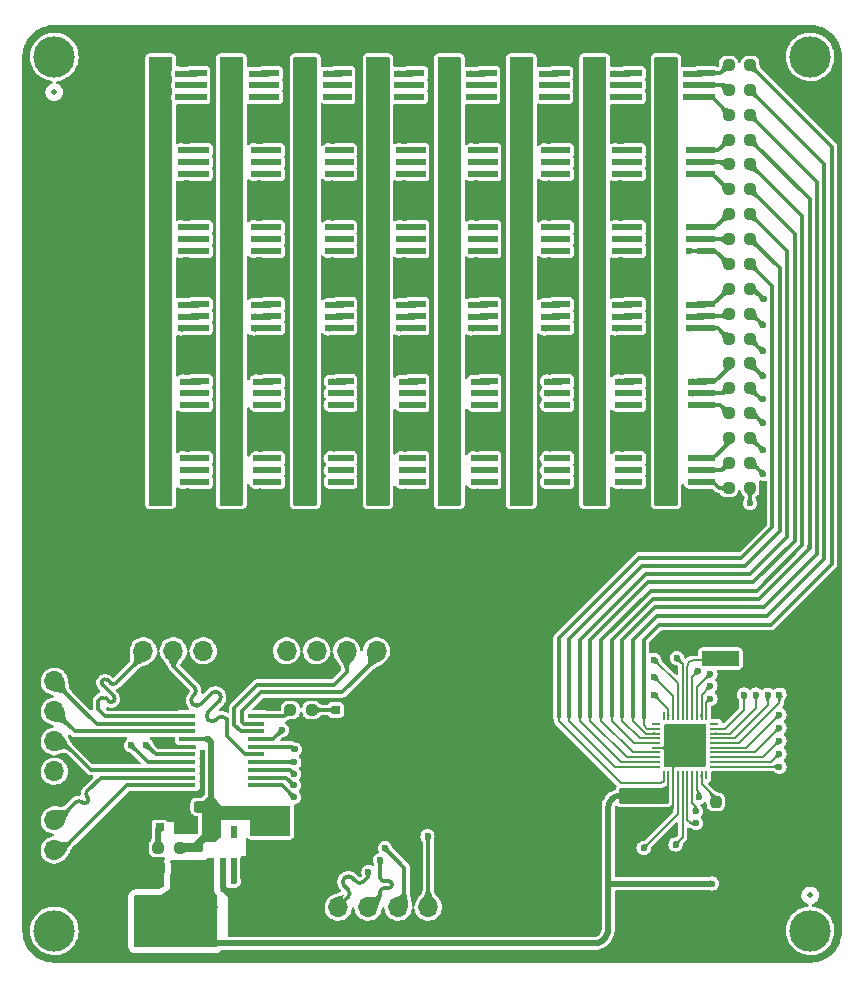
<source format=gbr>
%TF.GenerationSoftware,KiCad,Pcbnew,(6.0.2)*%
%TF.CreationDate,2022-03-05T19:05:12-05:00*%
%TF.ProjectId,LED Driver Prototype V2,4c454420-4472-4697-9665-722050726f74,rev?*%
%TF.SameCoordinates,PX66ff300PY81b3200*%
%TF.FileFunction,Copper,L1,Top*%
%TF.FilePolarity,Positive*%
%FSLAX46Y46*%
G04 Gerber Fmt 4.6, Leading zero omitted, Abs format (unit mm)*
G04 Created by KiCad (PCBNEW (6.0.2)) date 2022-03-05 19:05:12*
%MOMM*%
%LPD*%
G01*
G04 APERTURE LIST*
G04 Aperture macros list*
%AMRoundRect*
0 Rectangle with rounded corners*
0 $1 Rounding radius*
0 $2 $3 $4 $5 $6 $7 $8 $9 X,Y pos of 4 corners*
0 Add a 4 corners polygon primitive as box body*
4,1,4,$2,$3,$4,$5,$6,$7,$8,$9,$2,$3,0*
0 Add four circle primitives for the rounded corners*
1,1,$1+$1,$2,$3*
1,1,$1+$1,$4,$5*
1,1,$1+$1,$6,$7*
1,1,$1+$1,$8,$9*
0 Add four rect primitives between the rounded corners*
20,1,$1+$1,$2,$3,$4,$5,0*
20,1,$1+$1,$4,$5,$6,$7,0*
20,1,$1+$1,$6,$7,$8,$9,0*
20,1,$1+$1,$8,$9,$2,$3,0*%
G04 Aperture macros list end*
%TA.AperFunction,SMDPad,CuDef*%
%ADD10R,1.473200X0.355600*%
%TD*%
%TA.AperFunction,SMDPad,CuDef*%
%ADD11R,1.500000X0.600000*%
%TD*%
%TA.AperFunction,SMDPad,CuDef*%
%ADD12C,0.500000*%
%TD*%
%TA.AperFunction,SMDPad,CuDef*%
%ADD13RoundRect,0.237500X0.250000X0.237500X-0.250000X0.237500X-0.250000X-0.237500X0.250000X-0.237500X0*%
%TD*%
%TA.AperFunction,SMDPad,CuDef*%
%ADD14RoundRect,0.237500X-0.250000X-0.237500X0.250000X-0.237500X0.250000X0.237500X-0.250000X0.237500X0*%
%TD*%
%TA.AperFunction,ComponentPad*%
%ADD15O,1.700000X1.700000*%
%TD*%
%TA.AperFunction,ComponentPad*%
%ADD16R,1.700000X1.700000*%
%TD*%
%TA.AperFunction,SMDPad,CuDef*%
%ADD17RoundRect,0.237500X-0.237500X0.300000X-0.237500X-0.300000X0.237500X-0.300000X0.237500X0.300000X0*%
%TD*%
%TA.AperFunction,SMDPad,CuDef*%
%ADD18RoundRect,0.237500X0.300000X0.237500X-0.300000X0.237500X-0.300000X-0.237500X0.300000X-0.237500X0*%
%TD*%
%TA.AperFunction,SMDPad,CuDef*%
%ADD19RoundRect,0.237500X0.237500X-0.300000X0.237500X0.300000X-0.237500X0.300000X-0.237500X-0.300000X0*%
%TD*%
%TA.AperFunction,SMDPad,CuDef*%
%ADD20RoundRect,0.237500X-0.300000X-0.237500X0.300000X-0.237500X0.300000X0.237500X-0.300000X0.237500X0*%
%TD*%
%TA.AperFunction,ComponentPad*%
%ADD21C,3.500000*%
%TD*%
%TA.AperFunction,SMDPad,CuDef*%
%ADD22R,0.508000X1.028700*%
%TD*%
%TA.AperFunction,ComponentPad*%
%ADD23C,2.100000*%
%TD*%
%TA.AperFunction,ComponentPad*%
%ADD24R,2.100000X2.100000*%
%TD*%
%TA.AperFunction,SMDPad,CuDef*%
%ADD25R,0.762000X0.711200*%
%TD*%
%TA.AperFunction,SMDPad,CuDef*%
%ADD26R,3.505200X3.505200*%
%TD*%
%TA.AperFunction,SMDPad,CuDef*%
%ADD27R,0.762000X0.203200*%
%TD*%
%TA.AperFunction,SMDPad,CuDef*%
%ADD28R,0.203200X0.762000*%
%TD*%
%TA.AperFunction,SMDPad,CuDef*%
%ADD29RoundRect,0.237500X-0.237500X0.250000X-0.237500X-0.250000X0.237500X-0.250000X0.237500X0.250000X0*%
%TD*%
%TA.AperFunction,ViaPad*%
%ADD30C,0.600000*%
%TD*%
%TA.AperFunction,ViaPad*%
%ADD31C,1.000000*%
%TD*%
%TA.AperFunction,Conductor*%
%ADD32C,0.304800*%
%TD*%
%TA.AperFunction,Conductor*%
%ADD33C,0.177800*%
%TD*%
%TA.AperFunction,Conductor*%
%ADD34C,0.500000*%
%TD*%
%TA.AperFunction,Conductor*%
%ADD35C,0.762000*%
%TD*%
G04 APERTURE END LIST*
D10*
%TO.P,U3,1,PB7/PB8*%
%TO.N,2SPI_MOSI*%
X14279000Y21175000D03*
%TO.P,U3,2,PB9/PC14*%
%TO.N,/PB9{slash}PC14*%
X14279000Y20524999D03*
%TO.P,U3,3,PC15*%
%TO.N,/PC15*%
X14279000Y19875001D03*
%TO.P,U3,4,VDD/VDDA*%
%TO.N,+3V3*%
X14279000Y19224999D03*
%TO.P,U3,5,VSS/VSSA*%
%TO.N,GND*%
X14279000Y18575001D03*
%TO.P,U3,6,NRST*%
%TO.N,NRST*%
X14279000Y17925002D03*
%TO.P,U3,7,PA0*%
%TO.N,2SPI_SCK*%
X14279000Y17275001D03*
%TO.P,U3,8,PA1*%
%TO.N,/PA1*%
X14279000Y16625002D03*
%TO.P,U3,9,PA2*%
%TO.N,/UART_TX*%
X14279000Y15975001D03*
%TO.P,U3,10,PA3*%
%TO.N,/UART_RX*%
X14279000Y15325002D03*
%TO.P,U3,11,PA4*%
%TO.N,SPI_NSS*%
X20121000Y15325000D03*
%TO.P,U3,12,PA5*%
%TO.N,SPI_SCK*%
X20121000Y15974998D03*
%TO.P,U3,13,PA6*%
%TO.N,SPI_MISO*%
X20121000Y16624999D03*
%TO.P,U3,14,PA7*%
%TO.N,SPI_MOSI*%
X20121000Y17274998D03*
%TO.P,U3,15,PB0/PB1*%
%TO.N,2SPI_NSS*%
X20121000Y17924999D03*
%TO.P,U3,16,PA11*%
%TO.N,SDB*%
X20121000Y18574998D03*
%TO.P,U3,17,PA12*%
%TO.N,/PA12*%
X20121000Y19224999D03*
%TO.P,U3,18,PA13*%
%TO.N,SWDIO*%
X20121000Y19874998D03*
%TO.P,U3,19,PA15/PA14*%
%TO.N,SWCLK*%
X20121000Y20524999D03*
%TO.P,U3,20,PB3/PB4*%
%TO.N,/LD1*%
X20121000Y21174998D03*
%TD*%
D11*
%TO.P,D34,6,B+*%
%TO.N,SW6*%
X24278570Y60560000D03*
%TO.P,D34,5,G+*%
X24278570Y61560000D03*
%TO.P,D34,4,R+*%
X24278570Y62560000D03*
%TO.P,D34,3,R-*%
%TO.N,R-_4*%
X27578570Y62560000D03*
%TO.P,D34,2,G-*%
%TO.N,G-_4*%
X27578570Y61560000D03*
%TO.P,D34,1,B-*%
%TO.N,B-_4*%
X27578570Y60560000D03*
%TD*%
%TO.P,D20,6,B+*%
%TO.N,SW4*%
X36507140Y47520000D03*
%TO.P,D20,5,G+*%
X36507140Y48520000D03*
%TO.P,D20,4,R+*%
X36507140Y49520000D03*
%TO.P,D20,3,R-*%
%TO.N,R-_2*%
X39807140Y49520000D03*
%TO.P,D20,2,G-*%
%TO.N,G-_2*%
X39807140Y48520000D03*
%TO.P,D20,1,B-*%
%TO.N,B-_2*%
X39807140Y47520000D03*
%TD*%
%TO.P,D4,6,B+*%
%TO.N,SW1*%
X54850000Y60560000D03*
%TO.P,D4,5,G+*%
X54850000Y61560000D03*
%TO.P,D4,4,R+*%
X54850000Y62560000D03*
%TO.P,D4,3,R-*%
%TO.N,R-_4*%
X58150000Y62560000D03*
%TO.P,D4,2,G-*%
%TO.N,G-_4*%
X58150000Y61560000D03*
%TO.P,D4,1,B-*%
%TO.N,B-_4*%
X58150000Y60560000D03*
%TD*%
%TO.P,D5,6,B+*%
%TO.N,SW1*%
X54850000Y67080000D03*
%TO.P,D5,5,G+*%
X54850000Y68080000D03*
%TO.P,D5,4,R+*%
X54850000Y69080000D03*
%TO.P,D5,3,R-*%
%TO.N,R-_5*%
X58150000Y69080000D03*
%TO.P,D5,2,G-*%
%TO.N,G-_5*%
X58150000Y68080000D03*
%TO.P,D5,1,B-*%
%TO.N,B-_5*%
X58150000Y67080000D03*
%TD*%
D12*
%TO.P,FID2,*%
%TO.N,*%
X3000000Y74000000D03*
%TD*%
D13*
%TO.P,R18,2*%
%TO.N,R-_3*%
X60087500Y57352944D03*
%TO.P,R18,1*%
%TO.N,/CS9*%
X61912500Y57352944D03*
%TD*%
%TO.P,R17,2*%
%TO.N,G-_3*%
X60087500Y55247062D03*
%TO.P,R17,1*%
%TO.N,/CS8*%
X61912500Y55247062D03*
%TD*%
D11*
%TO.P,D32,6,B+*%
%TO.N,SW6*%
X24278570Y47520000D03*
%TO.P,D32,5,G+*%
X24278570Y48520000D03*
%TO.P,D32,4,R+*%
X24278570Y49520000D03*
%TO.P,D32,3,R-*%
%TO.N,R-_2*%
X27578570Y49520000D03*
%TO.P,D32,2,G-*%
%TO.N,G-_2*%
X27578570Y48520000D03*
%TO.P,D32,1,B-*%
%TO.N,B-_2*%
X27578570Y47520000D03*
%TD*%
%TO.P,D42,6,B+*%
%TO.N,SW7*%
X17992857Y73600000D03*
%TO.P,D42,5,G+*%
X17992857Y74600000D03*
%TO.P,D42,4,R+*%
X17992857Y75600000D03*
%TO.P,D42,3,R-*%
%TO.N,R-_6*%
X21292857Y75600000D03*
%TO.P,D42,2,G-*%
%TO.N,G-_6*%
X21292857Y74600000D03*
%TO.P,D42,1,B-*%
%TO.N,B-_6*%
X21292857Y73600000D03*
%TD*%
%TO.P,D11,6,B+*%
%TO.N,SW2*%
X48735710Y67080000D03*
%TO.P,D11,5,G+*%
X48735710Y68080000D03*
%TO.P,D11,4,R+*%
X48735710Y69080000D03*
%TO.P,D11,3,R-*%
%TO.N,R-_5*%
X52035710Y69080000D03*
%TO.P,D11,2,G-*%
%TO.N,G-_5*%
X52035710Y68080000D03*
%TO.P,D11,1,B-*%
%TO.N,B-_5*%
X52035710Y67080000D03*
%TD*%
D13*
%TO.P,R2,2*%
%TO.N,R-_6*%
X60087500Y76305882D03*
%TO.P,R2,1*%
%TO.N,/CS18*%
X61912500Y76305882D03*
%TD*%
D14*
%TO.P,R12,2*%
%TO.N,/CS3*%
X61912500Y44717652D03*
%TO.P,R12,1*%
%TO.N,R-_1*%
X60087500Y44717652D03*
%TD*%
D11*
%TO.P,D19,6,B+*%
%TO.N,SW4*%
X36507140Y41000000D03*
%TO.P,D19,5,G+*%
X36507140Y42000000D03*
%TO.P,D19,4,R+*%
X36507140Y43000000D03*
%TO.P,D19,3,R-*%
%TO.N,R-_1*%
X39807140Y43000000D03*
%TO.P,D19,2,G-*%
%TO.N,G-_1*%
X39807140Y42000000D03*
%TO.P,D19,1,B-*%
%TO.N,B-_1*%
X39807140Y41000000D03*
%TD*%
%TO.P,D28,6,B+*%
%TO.N,SW5*%
X30392855Y60560000D03*
%TO.P,D28,5,G+*%
X30392855Y61560000D03*
%TO.P,D28,4,R+*%
X30392855Y62560000D03*
%TO.P,D28,3,R-*%
%TO.N,R-_4*%
X33692855Y62560000D03*
%TO.P,D28,2,G-*%
%TO.N,G-_4*%
X33692855Y61560000D03*
%TO.P,D28,1,B-*%
%TO.N,B-_4*%
X33692855Y60560000D03*
%TD*%
D13*
%TO.P,R21,2*%
%TO.N,/LD1*%
X22987500Y21700000D03*
%TO.P,R21,1*%
%TO.N,Net-(D68-Pad2)*%
X24812500Y21700000D03*
%TD*%
%TO.P,R8,2*%
%TO.N,G-_4*%
X60087500Y61564708D03*
%TO.P,R8,1*%
%TO.N,/CS11*%
X61912500Y61564708D03*
%TD*%
D15*
%TO.P,J6,5,Pin_5*%
%TO.N,SPI_MOSI*%
X34660000Y5000000D03*
%TO.P,J6,4,Pin_4*%
%TO.N,SPI_MISO*%
X32120000Y5000000D03*
%TO.P,J6,3,Pin_3*%
%TO.N,SPI_SCK*%
X29580000Y5000000D03*
%TO.P,J6,2,Pin_2*%
%TO.N,SPI_NSS*%
X27040000Y5000000D03*
D16*
%TO.P,J6,1,Pin_1*%
%TO.N,GND*%
X24500000Y5000000D03*
%TD*%
D11*
%TO.P,D41,6,B+*%
%TO.N,SW7*%
X18164285Y67080000D03*
%TO.P,D41,5,G+*%
X18164285Y68080000D03*
%TO.P,D41,4,R+*%
X18164285Y69080000D03*
%TO.P,D41,3,R-*%
%TO.N,R-_5*%
X21464285Y69080000D03*
%TO.P,D41,2,G-*%
%TO.N,G-_5*%
X21464285Y68080000D03*
%TO.P,D41,1,B-*%
%TO.N,B-_5*%
X21464285Y67080000D03*
%TD*%
D17*
%TO.P,C8,2*%
%TO.N,GND*%
X22300000Y9837500D03*
%TO.P,C8,1*%
%TO.N,+3V3*%
X22300000Y11562500D03*
%TD*%
D11*
%TO.P,D1,6,B+*%
%TO.N,SW1*%
X54850000Y41000000D03*
%TO.P,D1,5,G+*%
X54850000Y42000000D03*
%TO.P,D1,4,R+*%
X54850000Y43000000D03*
%TO.P,D1,3,R-*%
%TO.N,R-_1*%
X58150000Y43000000D03*
%TO.P,D1,2,G-*%
%TO.N,G-_1*%
X58150000Y42000000D03*
%TO.P,D1,1,B-*%
%TO.N,B-_1*%
X58150000Y41000000D03*
%TD*%
D18*
%TO.P,C7,2*%
%TO.N,GND*%
X13637500Y13500000D03*
%TO.P,C7,1*%
%TO.N,+3V3*%
X15362500Y13500000D03*
%TD*%
D11*
%TO.P,D24,6,B+*%
%TO.N,SW4*%
X36421428Y73600000D03*
%TO.P,D24,5,G+*%
X36421428Y74600000D03*
%TO.P,D24,4,R+*%
X36421428Y75600000D03*
%TO.P,D24,3,R-*%
%TO.N,R-_6*%
X39721428Y75600000D03*
%TO.P,D24,2,G-*%
%TO.N,G-_6*%
X39721428Y74600000D03*
%TO.P,D24,1,B-*%
%TO.N,B-_6*%
X39721428Y73600000D03*
%TD*%
%TO.P,D23,6,B+*%
%TO.N,SW4*%
X36507140Y67080000D03*
%TO.P,D23,5,G+*%
X36507140Y68080000D03*
%TO.P,D23,4,R+*%
X36507140Y69080000D03*
%TO.P,D23,3,R-*%
%TO.N,R-_5*%
X39807140Y69080000D03*
%TO.P,D23,2,G-*%
%TO.N,G-_5*%
X39807140Y68080000D03*
%TO.P,D23,1,B-*%
%TO.N,B-_5*%
X39807140Y67080000D03*
%TD*%
D13*
%TO.P,R19,2*%
%TO.N,B-_4*%
X60087500Y59458826D03*
%TO.P,R19,1*%
%TO.N,/CS10*%
X61912500Y59458826D03*
%TD*%
D11*
%TO.P,D37,6,B+*%
%TO.N,SW7*%
X18164285Y41000000D03*
%TO.P,D37,5,G+*%
X18164285Y42000000D03*
%TO.P,D37,4,R+*%
X18164285Y43000000D03*
%TO.P,D37,3,R-*%
%TO.N,R-_1*%
X21464285Y43000000D03*
%TO.P,D37,2,G-*%
%TO.N,G-_1*%
X21464285Y42000000D03*
%TO.P,D37,1,B-*%
%TO.N,B-_1*%
X21464285Y41000000D03*
%TD*%
D13*
%TO.P,R1,2*%
%TO.N,G-_6*%
X60087500Y74200000D03*
%TO.P,R1,1*%
%TO.N,/CS17*%
X61912500Y74200000D03*
%TD*%
D14*
%TO.P,R9,2*%
%TO.N,+3V3*%
X13612500Y10000000D03*
%TO.P,R9,1*%
%TO.N,Net-(D67-Pad2)*%
X11787500Y10000000D03*
%TD*%
D15*
%TO.P,J7,3,Pin_3*%
%TO.N,/UART_TX*%
X3000000Y12380000D03*
%TO.P,J7,2,Pin_2*%
%TO.N,/UART_RX*%
X3000000Y9840000D03*
D16*
%TO.P,J7,1,Pin_1*%
%TO.N,GND*%
X3000000Y7300000D03*
%TD*%
D14*
%TO.P,R11,2*%
%TO.N,/CS2*%
X61912500Y42611770D03*
%TO.P,R11,1*%
%TO.N,G-_1*%
X60087500Y42611770D03*
%TD*%
D11*
%TO.P,D25,6,B+*%
%TO.N,SW5*%
X30392855Y41000000D03*
%TO.P,D25,5,G+*%
X30392855Y42000000D03*
%TO.P,D25,4,R+*%
X30392855Y43000000D03*
%TO.P,D25,3,R-*%
%TO.N,R-_1*%
X33692855Y43000000D03*
%TO.P,D25,2,G-*%
%TO.N,G-_1*%
X33692855Y42000000D03*
%TO.P,D25,1,B-*%
%TO.N,B-_1*%
X33692855Y41000000D03*
%TD*%
D19*
%TO.P,C4,2*%
%TO.N,+5V*%
X53700000Y14462500D03*
%TO.P,C4,1*%
%TO.N,GND*%
X53700000Y12737500D03*
%TD*%
D15*
%TO.P,J2,2,Pin_2*%
%TO.N,+5V*%
X15985000Y5000000D03*
D16*
%TO.P,J2,1,Pin_1*%
%TO.N,GND*%
X18525000Y5000000D03*
%TD*%
D11*
%TO.P,D12,6,B+*%
%TO.N,SW2*%
X48707142Y73600000D03*
%TO.P,D12,5,G+*%
X48707142Y74600000D03*
%TO.P,D12,4,R+*%
X48707142Y75600000D03*
%TO.P,D12,3,R-*%
%TO.N,R-_6*%
X52007142Y75600000D03*
%TO.P,D12,2,G-*%
%TO.N,G-_6*%
X52007142Y74600000D03*
%TO.P,D12,1,B-*%
%TO.N,B-_6*%
X52007142Y73600000D03*
%TD*%
D20*
%TO.P,C5,2*%
%TO.N,+5V*%
X13562500Y8300000D03*
%TO.P,C5,1*%
%TO.N,GND*%
X11837500Y8300000D03*
%TD*%
D11*
%TO.P,D14,6,B+*%
%TO.N,SW3*%
X42621425Y47520000D03*
%TO.P,D14,5,G+*%
X42621425Y48520000D03*
%TO.P,D14,4,R+*%
X42621425Y49520000D03*
%TO.P,D14,3,R-*%
%TO.N,R-_2*%
X45921425Y49520000D03*
%TO.P,D14,2,G-*%
%TO.N,G-_2*%
X45921425Y48520000D03*
%TO.P,D14,1,B-*%
%TO.N,B-_2*%
X45921425Y47520000D03*
%TD*%
D21*
%TO.P,H2,1*%
%TO.N,N/C*%
X67000000Y77000000D03*
%TD*%
D17*
%TO.P,C1,2*%
%TO.N,+5V*%
X58500000Y25937500D03*
%TO.P,C1,1*%
%TO.N,GND*%
X58500000Y27662500D03*
%TD*%
D11*
%TO.P,D7,6,B+*%
%TO.N,SW2*%
X48735710Y41000000D03*
%TO.P,D7,5,G+*%
X48735710Y42000000D03*
%TO.P,D7,4,R+*%
X48735710Y43000000D03*
%TO.P,D7,3,R-*%
%TO.N,R-_1*%
X52035710Y43000000D03*
%TO.P,D7,2,G-*%
%TO.N,G-_1*%
X52035710Y42000000D03*
%TO.P,D7,1,B-*%
%TO.N,B-_1*%
X52035710Y41000000D03*
%TD*%
D17*
%TO.P,C2,2*%
%TO.N,+5V*%
X60300000Y25937500D03*
%TO.P,C2,1*%
%TO.N,GND*%
X60300000Y27662500D03*
%TD*%
D11*
%TO.P,D8,6,B+*%
%TO.N,SW2*%
X48735710Y47520000D03*
%TO.P,D8,5,G+*%
X48735710Y48520000D03*
%TO.P,D8,4,R+*%
X48735710Y49520000D03*
%TO.P,D8,3,R-*%
%TO.N,R-_2*%
X52035710Y49520000D03*
%TO.P,D8,2,G-*%
%TO.N,G-_2*%
X52035710Y48520000D03*
%TO.P,D8,1,B-*%
%TO.N,B-_2*%
X52035710Y47520000D03*
%TD*%
%TO.P,D3,6,B+*%
%TO.N,SW1*%
X54850000Y54040000D03*
%TO.P,D3,5,G+*%
X54850000Y55040000D03*
%TO.P,D3,4,R+*%
X54850000Y56040000D03*
%TO.P,D3,3,R-*%
%TO.N,R-_3*%
X58150000Y56040000D03*
%TO.P,D3,2,G-*%
%TO.N,G-_3*%
X58150000Y55040000D03*
%TO.P,D3,1,B-*%
%TO.N,B-_3*%
X58150000Y54040000D03*
%TD*%
D13*
%TO.P,R4,2*%
%TO.N,R-_5*%
X60087500Y69988236D03*
%TO.P,R4,1*%
%TO.N,/CS15*%
X61912500Y69988236D03*
%TD*%
D22*
%TO.P,U1,5,OUT*%
%TO.N,+3V3*%
X16299999Y11339850D03*
%TO.P,U1,4,NC*%
%TO.N,unconnected-(U1-Pad4)*%
X18200001Y11339850D03*
%TO.P,U1,3,EN*%
%TO.N,+5V*%
X18200001Y8660150D03*
%TO.P,U1,2,GND*%
%TO.N,GND*%
X17250000Y8660150D03*
%TO.P,U1,1,IN*%
%TO.N,+5V*%
X16299999Y8660150D03*
%TD*%
D23*
%TO.P,J1,2,Pin_2*%
%TO.N,+5V*%
X10770000Y3700000D03*
D24*
%TO.P,J1,1,Pin_1*%
%TO.N,GND*%
X8230000Y3700000D03*
%TD*%
D11*
%TO.P,D40,6,B+*%
%TO.N,SW7*%
X18164285Y60560000D03*
%TO.P,D40,5,G+*%
X18164285Y61560000D03*
%TO.P,D40,4,R+*%
X18164285Y62560000D03*
%TO.P,D40,3,R-*%
%TO.N,R-_4*%
X21464285Y62560000D03*
%TO.P,D40,2,G-*%
%TO.N,G-_4*%
X21464285Y61560000D03*
%TO.P,D40,1,B-*%
%TO.N,B-_4*%
X21464285Y60560000D03*
%TD*%
%TO.P,D43,6,B+*%
%TO.N,SW8*%
X12050000Y41000000D03*
%TO.P,D43,5,G+*%
X12050000Y42000000D03*
%TO.P,D43,4,R+*%
X12050000Y43000000D03*
%TO.P,D43,3,R-*%
%TO.N,R-_1*%
X15350000Y43000000D03*
%TO.P,D43,2,G-*%
%TO.N,G-_1*%
X15350000Y42000000D03*
%TO.P,D43,1,B-*%
%TO.N,B-_1*%
X15350000Y41000000D03*
%TD*%
D15*
%TO.P,J5,5,Pin_5*%
%TO.N,SWCLK*%
X30285000Y26700000D03*
%TO.P,J5,4,Pin_4*%
%TO.N,SWDIO*%
X27745000Y26700000D03*
%TO.P,J5,3,Pin_3*%
%TO.N,NRST*%
X25205000Y26700000D03*
%TO.P,J5,2,Pin_2*%
%TO.N,+3V3*%
X22665000Y26700000D03*
D16*
%TO.P,J5,1,Pin_1*%
%TO.N,GND*%
X20125000Y26700000D03*
%TD*%
D11*
%TO.P,D45,6,B+*%
%TO.N,SW8*%
X12050000Y54040000D03*
%TO.P,D45,5,G+*%
X12050000Y55040000D03*
%TO.P,D45,4,R+*%
X12050000Y56040000D03*
%TO.P,D45,3,R-*%
%TO.N,R-_3*%
X15350000Y56040000D03*
%TO.P,D45,2,G-*%
%TO.N,G-_3*%
X15350000Y55040000D03*
%TO.P,D45,1,B-*%
%TO.N,B-_3*%
X15350000Y54040000D03*
%TD*%
D13*
%TO.P,R6,2*%
%TO.N,B-_5*%
X60087500Y65776472D03*
%TO.P,R6,1*%
%TO.N,/CS13*%
X61912500Y65776472D03*
%TD*%
%TO.P,R5,2*%
%TO.N,G-_5*%
X60087500Y67882354D03*
%TO.P,R5,1*%
%TO.N,/CS14*%
X61912500Y67882354D03*
%TD*%
D25*
%TO.P,D67,2,A*%
%TO.N,Net-(D67-Pad2)*%
X11925300Y11750000D03*
%TO.P,D67,1,K*%
%TO.N,GND*%
X13474700Y11750000D03*
%TD*%
D11*
%TO.P,D26,6,B+*%
%TO.N,SW5*%
X30392855Y47520000D03*
%TO.P,D26,5,G+*%
X30392855Y48520000D03*
%TO.P,D26,4,R+*%
X30392855Y49520000D03*
%TO.P,D26,3,R-*%
%TO.N,R-_2*%
X33692855Y49520000D03*
%TO.P,D26,2,G-*%
%TO.N,G-_2*%
X33692855Y48520000D03*
%TO.P,D26,1,B-*%
%TO.N,B-_2*%
X33692855Y47520000D03*
%TD*%
D15*
%TO.P,J3,4,Pin_4*%
%TO.N,2SPI_SCK*%
X15620000Y26700000D03*
%TO.P,J3,3,Pin_3*%
%TO.N,2SPI_NSS*%
X13080000Y26700000D03*
%TO.P,J3,2,Pin_2*%
%TO.N,2SPI_MOSI*%
X10540000Y26700000D03*
D16*
%TO.P,J3,1,Pin_1*%
%TO.N,GND*%
X8000000Y26700000D03*
%TD*%
D25*
%TO.P,D68,2,A*%
%TO.N,Net-(D68-Pad2)*%
X26825300Y21700000D03*
%TO.P,D68,1,K*%
%TO.N,GND*%
X28374700Y21700000D03*
%TD*%
D11*
%TO.P,D29,6,B+*%
%TO.N,SW5*%
X30392855Y67080000D03*
%TO.P,D29,5,G+*%
X30392855Y68080000D03*
%TO.P,D29,4,R+*%
X30392855Y69080000D03*
%TO.P,D29,3,R-*%
%TO.N,R-_5*%
X33692855Y69080000D03*
%TO.P,D29,2,G-*%
%TO.N,G-_5*%
X33692855Y68080000D03*
%TO.P,D29,1,B-*%
%TO.N,B-_5*%
X33692855Y67080000D03*
%TD*%
D21*
%TO.P,H3,1*%
%TO.N,N/C*%
X3000000Y3000000D03*
%TD*%
D11*
%TO.P,D39,6,B+*%
%TO.N,SW7*%
X18164285Y54040000D03*
%TO.P,D39,5,G+*%
X18164285Y55040000D03*
%TO.P,D39,4,R+*%
X18164285Y56040000D03*
%TO.P,D39,3,R-*%
%TO.N,R-_3*%
X21464285Y56040000D03*
%TO.P,D39,2,G-*%
%TO.N,G-_3*%
X21464285Y55040000D03*
%TO.P,D39,1,B-*%
%TO.N,B-_3*%
X21464285Y54040000D03*
%TD*%
D12*
%TO.P,FID1,*%
%TO.N,*%
X67000000Y6000000D03*
%TD*%
D11*
%TO.P,D9,6,B+*%
%TO.N,SW2*%
X48735710Y54040000D03*
%TO.P,D9,5,G+*%
X48735710Y55040000D03*
%TO.P,D9,4,R+*%
X48735710Y56040000D03*
%TO.P,D9,3,R-*%
%TO.N,R-_3*%
X52035710Y56040000D03*
%TO.P,D9,2,G-*%
%TO.N,G-_3*%
X52035710Y55040000D03*
%TO.P,D9,1,B-*%
%TO.N,B-_3*%
X52035710Y54040000D03*
%TD*%
D15*
%TO.P,J4,5,Pin_5*%
%TO.N,/PA12*%
X3000000Y16515000D03*
%TO.P,J4,4,Pin_4*%
%TO.N,/PA1*%
X3000000Y19055000D03*
%TO.P,J4,3,Pin_3*%
%TO.N,/PC15*%
X3000000Y21595000D03*
%TO.P,J4,2,Pin_2*%
%TO.N,/PB9{slash}PC14*%
X3000000Y24135000D03*
D16*
%TO.P,J4,1,Pin_1*%
%TO.N,GND*%
X3000000Y26675000D03*
%TD*%
D11*
%TO.P,D33,6,B+*%
%TO.N,SW6*%
X24278570Y54040000D03*
%TO.P,D33,5,G+*%
X24278570Y55040000D03*
%TO.P,D33,4,R+*%
X24278570Y56040000D03*
%TO.P,D33,3,R-*%
%TO.N,R-_3*%
X27578570Y56040000D03*
%TO.P,D33,2,G-*%
%TO.N,G-_3*%
X27578570Y55040000D03*
%TO.P,D33,1,B-*%
%TO.N,B-_3*%
X27578570Y54040000D03*
%TD*%
%TO.P,D2,6,B+*%
%TO.N,SW1*%
X54850000Y47520000D03*
%TO.P,D2,5,G+*%
X54850000Y48520000D03*
%TO.P,D2,4,R+*%
X54850000Y49520000D03*
%TO.P,D2,3,R-*%
%TO.N,R-_2*%
X58150000Y49520000D03*
%TO.P,D2,2,G-*%
%TO.N,G-_2*%
X58150000Y48520000D03*
%TO.P,D2,1,B-*%
%TO.N,B-_2*%
X58150000Y47520000D03*
%TD*%
D14*
%TO.P,R16,2*%
%TO.N,/CS7*%
X61912500Y53141180D03*
%TO.P,R16,1*%
%TO.N,B-_3*%
X60087500Y53141180D03*
%TD*%
D11*
%TO.P,D18,6,B+*%
%TO.N,SW3*%
X42564285Y73600000D03*
%TO.P,D18,5,G+*%
X42564285Y74600000D03*
%TO.P,D18,4,R+*%
X42564285Y75600000D03*
%TO.P,D18,3,R-*%
%TO.N,R-_6*%
X45864285Y75600000D03*
%TO.P,D18,2,G-*%
%TO.N,G-_6*%
X45864285Y74600000D03*
%TO.P,D18,1,B-*%
%TO.N,B-_6*%
X45864285Y73600000D03*
%TD*%
%TO.P,D15,6,B+*%
%TO.N,SW3*%
X42621425Y54040000D03*
%TO.P,D15,5,G+*%
X42621425Y55040000D03*
%TO.P,D15,4,R+*%
X42621425Y56040000D03*
%TO.P,D15,3,R-*%
%TO.N,R-_3*%
X45921425Y56040000D03*
%TO.P,D15,2,G-*%
%TO.N,G-_3*%
X45921425Y55040000D03*
%TO.P,D15,1,B-*%
%TO.N,B-_3*%
X45921425Y54040000D03*
%TD*%
D19*
%TO.P,C6,2*%
%TO.N,+3V3*%
X20400000Y11562500D03*
%TO.P,C6,1*%
%TO.N,GND*%
X20400000Y9837500D03*
%TD*%
D21*
%TO.P,H4,1*%
%TO.N,N/C*%
X67000000Y3000000D03*
%TD*%
D11*
%TO.P,D10,6,B+*%
%TO.N,SW2*%
X48735710Y60560000D03*
%TO.P,D10,5,G+*%
X48735710Y61560000D03*
%TO.P,D10,4,R+*%
X48735710Y62560000D03*
%TO.P,D10,3,R-*%
%TO.N,R-_4*%
X52035710Y62560000D03*
%TO.P,D10,2,G-*%
%TO.N,G-_4*%
X52035710Y61560000D03*
%TO.P,D10,1,B-*%
%TO.N,B-_4*%
X52035710Y60560000D03*
%TD*%
%TO.P,D13,6,B+*%
%TO.N,SW3*%
X42621425Y41000000D03*
%TO.P,D13,5,G+*%
X42621425Y42000000D03*
%TO.P,D13,4,R+*%
X42621425Y43000000D03*
%TO.P,D13,3,R-*%
%TO.N,R-_1*%
X45921425Y43000000D03*
%TO.P,D13,2,G-*%
%TO.N,G-_1*%
X45921425Y42000000D03*
%TO.P,D13,1,B-*%
%TO.N,B-_1*%
X45921425Y41000000D03*
%TD*%
%TO.P,D38,6,B+*%
%TO.N,SW7*%
X18164285Y47520000D03*
%TO.P,D38,5,G+*%
X18164285Y48520000D03*
%TO.P,D38,4,R+*%
X18164285Y49520000D03*
%TO.P,D38,3,R-*%
%TO.N,R-_2*%
X21464285Y49520000D03*
%TO.P,D38,2,G-*%
%TO.N,G-_2*%
X21464285Y48520000D03*
%TO.P,D38,1,B-*%
%TO.N,B-_2*%
X21464285Y47520000D03*
%TD*%
D26*
%TO.P,U2,41,HTAB*%
%TO.N,GND*%
X56400000Y18700000D03*
D27*
%TO.P,U2,40,SW10*%
%TO.N,unconnected-(U2-Pad40)*%
X58876500Y20499999D03*
%TO.P,U2,39,CS1*%
%TO.N,/CS1*%
X58876500Y20100000D03*
%TO.P,U2,38,CS2*%
%TO.N,/CS2*%
X58876500Y19700001D03*
%TO.P,U2,37,CS3*%
%TO.N,/CS3*%
X58876500Y19299999D03*
%TO.P,U2,36,CS4*%
%TO.N,/CS4*%
X58876500Y18900000D03*
%TO.P,U2,35,CS5*%
%TO.N,/CS5*%
X58876500Y18500000D03*
%TO.P,U2,34,CS6*%
%TO.N,/CS6*%
X58876500Y18100001D03*
%TO.P,U2,33,CS7*%
%TO.N,/CS7*%
X58876500Y17699999D03*
%TO.P,U2,32,CS8*%
%TO.N,/CS8*%
X58876500Y17300000D03*
%TO.P,U2,31,CS9*%
%TO.N,/CS9*%
X58876500Y16900001D03*
D28*
%TO.P,U2,30,SYNC*%
%TO.N,unconnected-(U2-Pad30)*%
X58199999Y16223500D03*
%TO.P,U2,29,R_EXT*%
%TO.N,/ISET*%
X57800000Y16223500D03*
%TO.P,U2,28,MOSI*%
%TO.N,SPI_MOSI*%
X57400001Y16223500D03*
%TO.P,U2,27,SCK*%
%TO.N,SPI_SCK*%
X56999999Y16223500D03*
%TO.P,U2,26,SDB*%
%TO.N,SDB*%
X56600000Y16223500D03*
%TO.P,U2,25,CS*%
%TO.N,SPI_NSS*%
X56200000Y16223500D03*
%TO.P,U2,24,MISO*%
%TO.N,SPI_MISO*%
X55800001Y16223500D03*
%TO.P,U2,23,GND*%
%TO.N,GND*%
X55399999Y16223500D03*
%TO.P,U2,22,VCC*%
%TO.N,+5V*%
X55000000Y16223500D03*
%TO.P,U2,21,CS10*%
%TO.N,/CS10*%
X54600001Y16223500D03*
D27*
%TO.P,U2,20,CS11*%
%TO.N,/CS11*%
X53923500Y16900001D03*
%TO.P,U2,19,CS12*%
%TO.N,/CS12*%
X53923500Y17300000D03*
%TO.P,U2,18,CS13*%
%TO.N,/CS13*%
X53923500Y17699999D03*
%TO.P,U2,17,CS14*%
%TO.N,/CS14*%
X53923500Y18100001D03*
%TO.P,U2,16,PGND*%
%TO.N,GND*%
X53923500Y18500000D03*
%TO.P,U2,15,CS15*%
%TO.N,/CS15*%
X53923500Y18900000D03*
%TO.P,U2,14,CS16*%
%TO.N,/CS16*%
X53923500Y19299999D03*
%TO.P,U2,13,CS17*%
%TO.N,/CS17*%
X53923500Y19700001D03*
%TO.P,U2,12,CS18*%
%TO.N,/CS18*%
X53923500Y20100000D03*
%TO.P,U2,11,SW11*%
%TO.N,unconnected-(U2-Pad11)*%
X53923500Y20499999D03*
D28*
%TO.P,U2,10,SW9*%
%TO.N,unconnected-(U2-Pad10)*%
X54600001Y21176500D03*
%TO.P,U2,9,SW7*%
%TO.N,SW7*%
X55000000Y21176500D03*
%TO.P,U2,8,SW5*%
%TO.N,SW5*%
X55399999Y21176500D03*
%TO.P,U2,7,SW3*%
%TO.N,SW3*%
X55800001Y21176500D03*
%TO.P,U2,6,SW1*%
%TO.N,SW1*%
X56200000Y21176500D03*
%TO.P,U2,5,PVCC*%
%TO.N,+5V*%
X56600000Y21176500D03*
%TO.P,U2,4,SW2*%
%TO.N,SW2*%
X56999999Y21176500D03*
%TO.P,U2,3,SW4*%
%TO.N,SW4*%
X57400001Y21176500D03*
%TO.P,U2,2,SW6*%
%TO.N,SW6*%
X57800000Y21176500D03*
%TO.P,U2,1,SW8*%
%TO.N,SW8*%
X58199999Y21176500D03*
%TD*%
D11*
%TO.P,D17,6,B+*%
%TO.N,SW3*%
X42621425Y67080000D03*
%TO.P,D17,5,G+*%
X42621425Y68080000D03*
%TO.P,D17,4,R+*%
X42621425Y69080000D03*
%TO.P,D17,3,R-*%
%TO.N,R-_5*%
X45921425Y69080000D03*
%TO.P,D17,2,G-*%
%TO.N,G-_5*%
X45921425Y68080000D03*
%TO.P,D17,1,B-*%
%TO.N,B-_5*%
X45921425Y67080000D03*
%TD*%
D14*
%TO.P,R14,2*%
%TO.N,/CS5*%
X61912500Y48929416D03*
%TO.P,R14,1*%
%TO.N,G-_2*%
X60087500Y48929416D03*
%TD*%
D11*
%TO.P,D31,6,B+*%
%TO.N,SW6*%
X24278570Y41000000D03*
%TO.P,D31,5,G+*%
X24278570Y42000000D03*
%TO.P,D31,4,R+*%
X24278570Y43000000D03*
%TO.P,D31,3,R-*%
%TO.N,R-_1*%
X27578570Y43000000D03*
%TO.P,D31,2,G-*%
%TO.N,G-_1*%
X27578570Y42000000D03*
%TO.P,D31,1,B-*%
%TO.N,B-_1*%
X27578570Y41000000D03*
%TD*%
%TO.P,D47,6,B+*%
%TO.N,SW8*%
X12050000Y67080000D03*
%TO.P,D47,5,G+*%
X12050000Y68080000D03*
%TO.P,D47,4,R+*%
X12050000Y69080000D03*
%TO.P,D47,3,R-*%
%TO.N,R-_5*%
X15350000Y69080000D03*
%TO.P,D47,2,G-*%
%TO.N,G-_5*%
X15350000Y68080000D03*
%TO.P,D47,1,B-*%
%TO.N,B-_5*%
X15350000Y67080000D03*
%TD*%
%TO.P,D36,6,B+*%
%TO.N,SW6*%
X24135714Y73600000D03*
%TO.P,D36,5,G+*%
X24135714Y74600000D03*
%TO.P,D36,4,R+*%
X24135714Y75600000D03*
%TO.P,D36,3,R-*%
%TO.N,R-_6*%
X27435714Y75600000D03*
%TO.P,D36,2,G-*%
%TO.N,G-_6*%
X27435714Y74600000D03*
%TO.P,D36,1,B-*%
%TO.N,B-_6*%
X27435714Y73600000D03*
%TD*%
%TO.P,D6,6,B+*%
%TO.N,SW1*%
X54850000Y73600000D03*
%TO.P,D6,5,G+*%
X54850000Y74600000D03*
%TO.P,D6,4,R+*%
X54850000Y75600000D03*
%TO.P,D6,3,R-*%
%TO.N,R-_6*%
X58150000Y75600000D03*
%TO.P,D6,2,G-*%
%TO.N,G-_6*%
X58150000Y74600000D03*
%TO.P,D6,1,B-*%
%TO.N,B-_6*%
X58150000Y73600000D03*
%TD*%
D13*
%TO.P,R7,2*%
%TO.N,R-_4*%
X60087500Y63670590D03*
%TO.P,R7,1*%
%TO.N,/CS12*%
X61912500Y63670590D03*
%TD*%
D14*
%TO.P,R13,2*%
%TO.N,/CS4*%
X61912500Y46823534D03*
%TO.P,R13,1*%
%TO.N,B-_2*%
X60087500Y46823534D03*
%TD*%
D11*
%TO.P,D44,6,B+*%
%TO.N,SW8*%
X12050000Y47520000D03*
%TO.P,D44,5,G+*%
X12050000Y48520000D03*
%TO.P,D44,4,R+*%
X12050000Y49520000D03*
%TO.P,D44,3,R-*%
%TO.N,R-_2*%
X15350000Y49520000D03*
%TO.P,D44,2,G-*%
%TO.N,G-_2*%
X15350000Y48520000D03*
%TO.P,D44,1,B-*%
%TO.N,B-_2*%
X15350000Y47520000D03*
%TD*%
%TO.P,D21,6,B+*%
%TO.N,SW4*%
X36507140Y54040000D03*
%TO.P,D21,5,G+*%
X36507140Y55040000D03*
%TO.P,D21,4,R+*%
X36507140Y56040000D03*
%TO.P,D21,3,R-*%
%TO.N,R-_3*%
X39807140Y56040000D03*
%TO.P,D21,2,G-*%
%TO.N,G-_3*%
X39807140Y55040000D03*
%TO.P,D21,1,B-*%
%TO.N,B-_3*%
X39807140Y54040000D03*
%TD*%
D14*
%TO.P,R15,2*%
%TO.N,/CS6*%
X61912500Y51035298D03*
%TO.P,R15,1*%
%TO.N,R-_2*%
X60087500Y51035298D03*
%TD*%
D11*
%TO.P,D27,6,B+*%
%TO.N,SW5*%
X30392855Y54040000D03*
%TO.P,D27,5,G+*%
X30392855Y55040000D03*
%TO.P,D27,4,R+*%
X30392855Y56040000D03*
%TO.P,D27,3,R-*%
%TO.N,R-_3*%
X33692855Y56040000D03*
%TO.P,D27,2,G-*%
%TO.N,G-_3*%
X33692855Y55040000D03*
%TO.P,D27,1,B-*%
%TO.N,B-_3*%
X33692855Y54040000D03*
%TD*%
D21*
%TO.P,H1,1*%
%TO.N,N/C*%
X3000000Y77000000D03*
%TD*%
D11*
%TO.P,D46,6,B+*%
%TO.N,SW8*%
X12050000Y60560000D03*
%TO.P,D46,5,G+*%
X12050000Y61560000D03*
%TO.P,D46,4,R+*%
X12050000Y62560000D03*
%TO.P,D46,3,R-*%
%TO.N,R-_4*%
X15350000Y62560000D03*
%TO.P,D46,2,G-*%
%TO.N,G-_4*%
X15350000Y61560000D03*
%TO.P,D46,1,B-*%
%TO.N,B-_4*%
X15350000Y60560000D03*
%TD*%
%TO.P,D16,6,B+*%
%TO.N,SW3*%
X42621425Y60560000D03*
%TO.P,D16,5,G+*%
X42621425Y61560000D03*
%TO.P,D16,4,R+*%
X42621425Y62560000D03*
%TO.P,D16,3,R-*%
%TO.N,R-_4*%
X45921425Y62560000D03*
%TO.P,D16,2,G-*%
%TO.N,G-_4*%
X45921425Y61560000D03*
%TO.P,D16,1,B-*%
%TO.N,B-_4*%
X45921425Y60560000D03*
%TD*%
%TO.P,D35,6,B+*%
%TO.N,SW6*%
X24278570Y67080000D03*
%TO.P,D35,5,G+*%
X24278570Y68080000D03*
%TO.P,D35,4,R+*%
X24278570Y69080000D03*
%TO.P,D35,3,R-*%
%TO.N,R-_5*%
X27578570Y69080000D03*
%TO.P,D35,2,G-*%
%TO.N,G-_5*%
X27578570Y68080000D03*
%TO.P,D35,1,B-*%
%TO.N,B-_5*%
X27578570Y67080000D03*
%TD*%
D29*
%TO.P,R20,2*%
%TO.N,GND*%
X59000000Y12087500D03*
%TO.P,R20,1*%
%TO.N,/ISET*%
X59000000Y13912500D03*
%TD*%
D14*
%TO.P,R10,2*%
%TO.N,/CS1*%
X61912500Y40505882D03*
%TO.P,R10,1*%
%TO.N,B-_1*%
X60087500Y40505882D03*
%TD*%
D19*
%TO.P,C3,2*%
%TO.N,+5V*%
X51600000Y14462500D03*
%TO.P,C3,1*%
%TO.N,GND*%
X51600000Y12737500D03*
%TD*%
D11*
%TO.P,D30,6,B+*%
%TO.N,SW5*%
X30278571Y73600000D03*
%TO.P,D30,5,G+*%
X30278571Y74600000D03*
%TO.P,D30,4,R+*%
X30278571Y75600000D03*
%TO.P,D30,3,R-*%
%TO.N,R-_6*%
X33578571Y75600000D03*
%TO.P,D30,2,G-*%
%TO.N,G-_6*%
X33578571Y74600000D03*
%TO.P,D30,1,B-*%
%TO.N,B-_6*%
X33578571Y73600000D03*
%TD*%
D13*
%TO.P,R3,2*%
%TO.N,B-_6*%
X60087500Y72094118D03*
%TO.P,R3,1*%
%TO.N,/CS16*%
X61912500Y72094118D03*
%TD*%
D11*
%TO.P,D48,6,B+*%
%TO.N,SW8*%
X11850000Y73600000D03*
%TO.P,D48,5,G+*%
X11850000Y74600000D03*
%TO.P,D48,4,R+*%
X11850000Y75600000D03*
%TO.P,D48,3,R-*%
%TO.N,R-_6*%
X15150000Y75600000D03*
%TO.P,D48,2,G-*%
%TO.N,G-_6*%
X15150000Y74600000D03*
%TO.P,D48,1,B-*%
%TO.N,B-_6*%
X15150000Y73600000D03*
%TD*%
%TO.P,D22,6,B+*%
%TO.N,SW4*%
X36507140Y60560000D03*
%TO.P,D22,5,G+*%
X36507140Y61560000D03*
%TO.P,D22,4,R+*%
X36507140Y62560000D03*
%TO.P,D22,3,R-*%
%TO.N,R-_4*%
X39807140Y62560000D03*
%TO.P,D22,2,G-*%
%TO.N,G-_4*%
X39807140Y61560000D03*
%TO.P,D22,1,B-*%
%TO.N,B-_4*%
X39807140Y60560000D03*
%TD*%
D30*
%TO.N,+3V3*%
X16024999Y19224999D03*
D31*
%TO.N,GND*%
X36800000Y21100000D03*
X38800000Y21100000D03*
D30*
X38000000Y5000000D03*
X56400000Y19950000D03*
X22000000Y78000000D03*
X12300000Y18900000D03*
X10200000Y23000000D03*
X38000000Y78000000D03*
D31*
X38800000Y18100000D03*
D30*
X29500000Y21700000D03*
X15000000Y34000000D03*
X57650000Y19950000D03*
X20400000Y7700000D03*
X7500000Y18200000D03*
D31*
X33800000Y19600000D03*
D30*
X68000000Y19000000D03*
X59400000Y27700000D03*
X57650000Y18725000D03*
X14300000Y12400000D03*
X7000000Y78000000D03*
D31*
X33800000Y16600000D03*
D30*
X13500000Y22700000D03*
D31*
X40800000Y21100000D03*
D30*
X52000000Y5000000D03*
X68000000Y9000000D03*
D31*
X41800000Y19600000D03*
X34800000Y21100000D03*
D30*
X59000000Y10950000D03*
D31*
X40800000Y18100000D03*
D30*
X46000000Y34000000D03*
X27000000Y78000000D03*
X40000000Y34000000D03*
X63000000Y78000000D03*
X11900000Y13500000D03*
D31*
X37800000Y16600000D03*
X35800000Y19600000D03*
X37800000Y19600000D03*
D30*
X2000000Y35000000D03*
X48000000Y78000000D03*
X48000000Y5000000D03*
X32000000Y78000000D03*
X2000000Y30000000D03*
X28000000Y34000000D03*
X34000000Y34000000D03*
D31*
X36800000Y18100000D03*
D30*
X43000000Y5000000D03*
D31*
X39800000Y19600000D03*
D30*
X56400000Y17500000D03*
X55150000Y18725000D03*
X2000000Y48000000D03*
X12000000Y78000000D03*
D31*
X39800000Y16600000D03*
D30*
X22300000Y7700000D03*
X21000000Y34000000D03*
D31*
X41800000Y16600000D03*
D30*
X56400000Y18725000D03*
X43000000Y78000000D03*
X68000000Y14000000D03*
X57650000Y17500000D03*
X58000000Y78000000D03*
X17000000Y78000000D03*
D31*
X34800000Y18100000D03*
D30*
X55150000Y19950000D03*
X57000000Y5000000D03*
X52650000Y12400000D03*
X53000000Y78000000D03*
D31*
X35800000Y16600000D03*
D30*
X62000000Y5000000D03*
X9800000Y8500000D03*
X55150000Y17500000D03*
X2000000Y43000000D03*
%TO.N,+5V*%
X58700000Y7000000D03*
X18200000Y7200000D03*
X16000000Y7200000D03*
X59400000Y25900000D03*
%TO.N,NRST*%
X10800000Y18700000D03*
%TO.N,G-_6*%
X26000000Y74580000D03*
X19700000Y74580000D03*
X56500000Y74580000D03*
X13500000Y74580000D03*
X50300000Y74580000D03*
X38100000Y74580000D03*
X44300000Y74580000D03*
X32000000Y74580000D03*
%TO.N,R-_6*%
X32000000Y75580000D03*
X50300000Y75580000D03*
X26000000Y75580000D03*
X19700000Y75580000D03*
X56500000Y75580000D03*
X13500000Y75580000D03*
X38100000Y75580000D03*
X44300000Y75580000D03*
%TO.N,/PA12*%
X22300000Y20000000D03*
%TO.N,B-_6*%
X50300000Y73580000D03*
X32000000Y73580000D03*
X19700000Y73580000D03*
X26000000Y73580000D03*
X44300000Y73580000D03*
X38100000Y73580000D03*
X13500000Y73580000D03*
X56500000Y73580000D03*
%TO.N,/CS8*%
X63000000Y54300000D03*
X64400000Y18000000D03*
%TO.N,G-_3*%
X19900000Y55000000D03*
X44500000Y55000000D03*
X32200000Y55000000D03*
X26200000Y55000000D03*
X56700000Y55000000D03*
X13700000Y55000000D03*
X50500000Y55000000D03*
X38300000Y55000000D03*
%TO.N,/CS9*%
X63050000Y56450000D03*
X64400000Y16900000D03*
%TO.N,R-_3*%
X50500000Y56000000D03*
X13700000Y56000000D03*
X32200000Y56000000D03*
X38300000Y56000000D03*
X44500000Y56000000D03*
X56700000Y56000000D03*
X26200000Y56000000D03*
X19900000Y56000000D03*
%TO.N,B-_4*%
X32200000Y60580000D03*
X56700000Y60580000D03*
X13700000Y60580000D03*
X38300000Y60580000D03*
X50500000Y60580000D03*
X26200000Y60580000D03*
X19900000Y60580000D03*
X44500000Y60580000D03*
%TO.N,G-_4*%
X38300000Y61580000D03*
X19900000Y61580000D03*
X44500000Y61580000D03*
X32200000Y61580000D03*
X26200000Y61580000D03*
X13700000Y61580000D03*
X56700000Y61580000D03*
X50500000Y61580000D03*
%TO.N,R-_4*%
X56700000Y62580000D03*
X38300000Y62580000D03*
X19900000Y62580000D03*
X44500000Y62580000D03*
X26200000Y62580000D03*
X32200000Y62580000D03*
X13700000Y62580000D03*
X50500000Y62580000D03*
%TO.N,R-_5*%
X13700000Y69080000D03*
X50500000Y69080000D03*
X32200000Y69080000D03*
X19900000Y69080000D03*
X44500000Y69080000D03*
X38300000Y69080000D03*
X26200000Y69080000D03*
X56700000Y69080000D03*
%TO.N,G-_5*%
X13700000Y68080000D03*
X19900000Y68080000D03*
X32200000Y68080000D03*
X26200000Y68080000D03*
X38300000Y68080000D03*
X56700000Y68080000D03*
X44500000Y68080000D03*
X50500000Y68080000D03*
%TO.N,B-_5*%
X38300000Y67080000D03*
X32200000Y67080000D03*
X44500000Y67080000D03*
X26200000Y67080000D03*
X13700000Y67080000D03*
X50500000Y67080000D03*
X19900000Y67080000D03*
X56700000Y67080000D03*
%TO.N,B-_1*%
X20100000Y41000000D03*
X38500000Y41000000D03*
X26400000Y41000000D03*
X44700000Y41000000D03*
X56900000Y41000000D03*
X13900000Y41000000D03*
X32400000Y41000000D03*
X50700000Y41000000D03*
%TO.N,/CS1*%
X61900000Y39200000D03*
X61400000Y23000000D03*
%TO.N,G-_1*%
X44700000Y42000000D03*
X56900000Y42000000D03*
X20100000Y42000000D03*
X50700000Y42000000D03*
X38500000Y42000000D03*
X32400000Y42000000D03*
X13900000Y42000000D03*
X26400000Y42000000D03*
%TO.N,/CS2*%
X63000000Y41700000D03*
X62400000Y23000000D03*
%TO.N,R-_1*%
X20100000Y43000000D03*
X13900000Y43000000D03*
X56900000Y43000000D03*
X26400000Y43000000D03*
X50700000Y43000000D03*
X32400000Y43000000D03*
X44700000Y43000000D03*
X38500000Y43000000D03*
%TO.N,/CS3*%
X63400000Y23000000D03*
X63000000Y43700000D03*
%TO.N,B-_2*%
X13900000Y47500000D03*
X26400000Y47500000D03*
X44700000Y47500000D03*
X38500000Y47500000D03*
X56900000Y47500000D03*
X20100000Y47500000D03*
X32400000Y47500000D03*
X50700000Y47500000D03*
%TO.N,/CS4*%
X64400000Y23000000D03*
X63000000Y46000000D03*
%TO.N,G-_2*%
X26400000Y48500000D03*
X50700000Y48500000D03*
X20100000Y48500000D03*
X56900000Y48500000D03*
X44700000Y48500000D03*
X13900000Y48500000D03*
X38500000Y48500000D03*
X32400000Y48500000D03*
%TO.N,/CS5*%
X63000000Y48000000D03*
X64400000Y21300000D03*
%TO.N,R-_2*%
X13900000Y49500000D03*
X32400000Y49500000D03*
X56900000Y49500000D03*
X20100000Y49500000D03*
X38500000Y49500000D03*
X50700000Y49500000D03*
X26400000Y49500000D03*
X44700000Y49500000D03*
%TO.N,/CS6*%
X63000000Y50000000D03*
X64400000Y20200000D03*
%TO.N,B-_3*%
X19900000Y54000000D03*
X56700000Y54000000D03*
X32200000Y54000000D03*
X50500000Y54000000D03*
X38300000Y54000000D03*
X13700000Y54000000D03*
X26200000Y54000000D03*
X44500000Y54000000D03*
%TO.N,/CS7*%
X63000000Y52100000D03*
X64400000Y19100000D03*
%TO.N,SPI_SCK*%
X30600000Y9000000D03*
X23300000Y15300000D03*
X57300000Y13100000D03*
%TO.N,SDB*%
X23350000Y18350000D03*
X57350000Y12100000D03*
%TO.N,SPI_NSS*%
X29600000Y8000000D03*
X55600000Y10300000D03*
X23300000Y14300000D03*
%TO.N,SPI_MOSI*%
X57600000Y14300000D03*
X23325002Y17274998D03*
X34600000Y11000000D03*
%TO.N,2SPI_SCK*%
X9500000Y18700000D03*
%TO.N,SPI_MISO*%
X31000000Y10000000D03*
X52900000Y10000000D03*
X23300000Y16300000D03*
%TO.N,SW1*%
X54750000Y39450000D03*
X55700000Y26100000D03*
%TO.N,SW2*%
X48750000Y39400000D03*
X57500000Y25000000D03*
%TO.N,SW3*%
X53800000Y25950000D03*
X42600000Y39400000D03*
%TO.N,SW4*%
X58550000Y24750000D03*
X36450000Y39350000D03*
%TO.N,SW5*%
X30400000Y39350000D03*
X53800000Y24500000D03*
%TO.N,SW6*%
X58550000Y23750000D03*
X24300000Y39350000D03*
%TO.N,SW7*%
X53800000Y23000000D03*
X18000000Y39350000D03*
%TO.N,SW8*%
X12050000Y39350000D03*
X58550000Y22650000D03*
%TD*%
D32*
%TO.N,/CS10*%
X63800000Y37220000D02*
X63800000Y57571326D01*
X61180000Y34600000D02*
X63800000Y37220000D01*
X52500000Y34600000D02*
X61180000Y34600000D01*
X45700000Y27800000D02*
X52500000Y34600000D01*
X63800000Y57571326D02*
X61912500Y59458826D01*
X45700000Y21100000D02*
X45700000Y27800000D01*
%TO.N,/CS11*%
X61500000Y33900000D02*
X64425000Y36825000D01*
X64425000Y36825000D02*
X64425000Y37275000D01*
X52790000Y33900000D02*
X61500000Y33900000D01*
X46600000Y27710000D02*
X52790000Y33900000D01*
X46600000Y21100000D02*
X46600000Y27710000D01*
%TO.N,/CS12*%
X53100000Y33200000D02*
X47500000Y27600000D01*
X61880000Y33200000D02*
X53100000Y33200000D01*
X47500000Y27600000D02*
X47500000Y21100000D01*
X65060000Y36380000D02*
X61880000Y33200000D01*
X65060000Y36800000D02*
X65060000Y36380000D01*
%TO.N,/CS17*%
X68200000Y34500000D02*
X68200000Y34650000D01*
X54017880Y29617880D02*
X63317880Y29617880D01*
X52000000Y27600000D02*
X54017880Y29617880D01*
X63317880Y29617880D02*
X68200000Y34500000D01*
X52000000Y21100000D02*
X52000000Y27600000D01*
%TO.N,/CS16*%
X51100000Y27600000D02*
X51100000Y21097784D01*
X63100000Y30400000D02*
X53900000Y30400000D01*
X53900000Y30400000D02*
X51100000Y27600000D01*
X67570000Y35020000D02*
X67570000Y34870000D01*
X67570000Y34870000D02*
X63100000Y30400000D01*
%TO.N,/CS15*%
X66940000Y35340000D02*
X66940000Y35540000D01*
X62700000Y31100000D02*
X66940000Y35340000D01*
X53700000Y31100000D02*
X62700000Y31100000D01*
X50200000Y27600000D02*
X53700000Y31100000D01*
X50200000Y21200000D02*
X50200000Y27600000D01*
%TO.N,/CS14*%
X49300000Y27600000D02*
X49300000Y21100000D01*
X62500000Y31800000D02*
X53500000Y31800000D01*
X66320000Y35620000D02*
X62500000Y31800000D01*
X53500000Y31800000D02*
X49300000Y27600000D01*
X66320000Y35690000D02*
X66320000Y35620000D01*
%TO.N,/CS13*%
X62200000Y32500000D02*
X65690000Y35990000D01*
X53300000Y32500000D02*
X62200000Y32500000D01*
X48400000Y27600000D02*
X53300000Y32500000D01*
X48400000Y21100000D02*
X48400000Y27600000D01*
%TO.N,/CS16*%
X67574090Y66432528D02*
X67574090Y35000000D01*
X61912500Y72094118D02*
X67574090Y66432528D01*
%TO.N,/CS14*%
X61912500Y67882354D02*
X66316060Y63478794D01*
X66316060Y63478794D02*
X66316060Y35700000D01*
%TO.N,/CS13*%
X65687045Y62001927D02*
X61912500Y65776472D01*
X65687045Y36050000D02*
X65687045Y62001927D01*
X61923528Y65776472D02*
X61912500Y65776472D01*
%TO.N,/CS12*%
X65058030Y60525060D02*
X65058030Y36700000D01*
X61912500Y63670590D02*
X65058030Y60525060D01*
%TO.N,/CS15*%
X66945075Y64955661D02*
X61912500Y69988236D01*
X66945075Y35450000D02*
X66945075Y64955661D01*
%TO.N,/CS17*%
X68203105Y67909395D02*
X61912500Y74200000D01*
X68203105Y34650000D02*
X68203105Y67909395D01*
%TO.N,/CS18*%
X68832120Y69386262D02*
X61912500Y76305882D01*
X68832120Y34032120D02*
X68832120Y69386262D01*
X63700000Y28900000D02*
X68832120Y34032120D01*
X54200000Y28900000D02*
X63700000Y28900000D01*
X52900000Y27600000D02*
X54200000Y28900000D01*
X52900000Y21000000D02*
X52900000Y27600000D01*
%TO.N,/CS11*%
X64425000Y59075000D02*
X61935292Y61564708D01*
D33*
%TO.N,+5V*%
X54400000Y14500000D02*
X53737500Y14500000D01*
X54400000Y14500000D02*
G75*
G03*
X55000000Y15100000I0J600000D01*
G01*
X55000000Y16223500D02*
X55000000Y15100000D01*
D34*
X49900000Y13400000D02*
X49900000Y3200000D01*
%TO.N,+3V3*%
X16299999Y11339850D02*
X16299999Y18949999D01*
X16299999Y18949999D02*
X16024999Y19224999D01*
%TO.N,GND*%
X17250000Y8660150D02*
X17250000Y6612500D01*
X17250000Y6612500D02*
X18525000Y5337500D01*
%TO.N,+5V*%
X18200000Y7200000D02*
X18200001Y8660150D01*
X16299999Y7499999D02*
X16000000Y7200000D01*
X16299999Y8660150D02*
X16299999Y7499999D01*
X58700000Y7000000D02*
X49900000Y7000000D01*
D33*
%TO.N,/CS10*%
X54400000Y15500000D02*
X54600001Y15700001D01*
X50950000Y15500000D02*
X54400000Y15500000D01*
X45700000Y20750000D02*
X50950000Y15500000D01*
X54600001Y15700001D02*
X54600001Y16223500D01*
X45700000Y21100000D02*
X45700000Y20750000D01*
%TO.N,/CS18*%
X53204239Y20100000D02*
X53923500Y20100000D01*
X52900000Y20404239D02*
X53204239Y20100000D01*
X52900000Y21000000D02*
X52900000Y20404239D01*
%TO.N,/CS17*%
X52000000Y20800000D02*
X53099999Y19700001D01*
X52000000Y21100000D02*
X52000000Y20800000D01*
X53099999Y19700001D02*
X53923500Y19700001D01*
%TO.N,/CS16*%
X52600001Y19299999D02*
X53923500Y19299999D01*
X51100000Y21097784D02*
X51100000Y20800000D01*
X51100000Y20800000D02*
X52600001Y19299999D01*
%TO.N,/CS15*%
X52100000Y18900000D02*
X53923500Y18900000D01*
X50200000Y21200000D02*
X50200000Y20800000D01*
X50200000Y20800000D02*
X52100000Y18900000D01*
%TO.N,/CS14*%
X51999999Y18100001D02*
X53923500Y18100001D01*
X49300000Y20800000D02*
X51999999Y18100001D01*
X49300000Y21100000D02*
X49300000Y20800000D01*
%TO.N,/CS13*%
X51500001Y17699999D02*
X53923500Y17699999D01*
X48400000Y20800000D02*
X51500001Y17699999D01*
X48400000Y21100000D02*
X48400000Y20800000D01*
%TO.N,/CS12*%
X47500000Y20800000D02*
X51000000Y17300000D01*
X47500000Y21100000D02*
X47500000Y20800000D01*
X51000000Y17300000D02*
X53923500Y17300000D01*
%TO.N,/CS11*%
X50499999Y16900001D02*
X53923500Y16900001D01*
X46600000Y20800000D02*
X50499999Y16900001D01*
X46600000Y21100000D02*
X46600000Y20800000D01*
D34*
%TO.N,+3V3*%
X13612500Y10000000D02*
X14960149Y10000000D01*
D32*
X14279000Y19224999D02*
X16024999Y19224999D01*
D34*
X14960149Y10000000D02*
X16299999Y11339850D01*
D32*
%TO.N,GND*%
X12300000Y18900000D02*
X12624999Y18575001D01*
X28374700Y21700000D02*
X29500000Y21700000D01*
D33*
X55399999Y16223500D02*
X55399999Y13445308D01*
D34*
X11837500Y8300000D02*
X10000000Y8300000D01*
D32*
X12624999Y18575001D02*
X14279000Y18575001D01*
D34*
X10000000Y8300000D02*
X9800000Y8500000D01*
D33*
X55399999Y17649999D02*
X55399999Y16223500D01*
D32*
X22300000Y7700000D02*
X22300000Y9837500D01*
D33*
X53700000Y12737500D02*
X54692190Y12737499D01*
D34*
X13650000Y11750000D02*
X13474700Y11750000D01*
D32*
X13637500Y13500000D02*
X11900000Y13500000D01*
X20400000Y9732500D02*
X20400000Y7700000D01*
D34*
X14300000Y12400000D02*
X13650000Y11750000D01*
D33*
X56250000Y18500000D02*
X53923500Y18500000D01*
D35*
X59000000Y12087500D02*
X59000000Y10950000D01*
D33*
X54692190Y12737499D02*
G75*
G03*
X55399999Y13445308I2J707807D01*
G01*
D34*
%TO.N,+5V*%
X49342474Y2128881D02*
X49176388Y2030373D01*
X49492257Y2250755D02*
X49342474Y2128881D01*
X49622477Y2393342D02*
X49492257Y2250755D01*
X49869897Y2912500D02*
X49813375Y2727855D01*
X49176388Y2030373D02*
X48997615Y1957376D01*
D33*
X57100000Y25900000D02*
X58462500Y25900000D01*
D34*
X50962500Y14462500D02*
X51600000Y14462500D01*
X49813375Y2727855D02*
X49730299Y2553538D01*
D33*
X56600000Y21176500D02*
X56600000Y25400000D01*
D34*
X49898635Y3103451D02*
X49869897Y2912500D01*
X49900000Y3200000D02*
X49898635Y3103451D01*
X48904117Y1933260D02*
X12166740Y1933260D01*
X48997615Y1957376D02*
X48904117Y1933260D01*
X49730299Y2553538D02*
X49622477Y2393342D01*
X50962500Y14462500D02*
G75*
G03*
X49900000Y13400000I0J-1062500D01*
G01*
X10770000Y3330000D02*
G75*
G03*
X12166740Y1933260I1396741J1D01*
G01*
D33*
X57100000Y25900000D02*
G75*
G03*
X56600000Y25400000I1J-500001D01*
G01*
D34*
%TO.N,Net-(D67-Pad2)*%
X11787500Y10000000D02*
X11787500Y11612200D01*
X11787500Y11612200D02*
X11925300Y11750000D01*
D32*
%TO.N,Net-(D68-Pad2)*%
X24812500Y21700000D02*
X26825300Y21700000D01*
%TO.N,NRST*%
X11574998Y17925002D02*
X14279000Y17925002D01*
X10800000Y18700000D02*
X11574998Y17925002D01*
%TO.N,SWDIO*%
X27745000Y24945000D02*
X27745000Y26300000D01*
X18250000Y20450000D02*
X18250000Y21900000D01*
X20200000Y23850000D02*
X26650000Y23850000D01*
X18825002Y19874998D02*
X18250000Y20450000D01*
X20121000Y19874998D02*
X18825002Y19874998D01*
X18250000Y21900000D02*
X20200000Y23850000D01*
X26650000Y23850000D02*
X27745000Y24945000D01*
%TO.N,SWCLK*%
X19079600Y20524999D02*
X18900000Y20704599D01*
X18900000Y21600000D02*
X20500000Y23200000D01*
X20500000Y23200000D02*
X27400000Y23200000D01*
X27400000Y23200000D02*
X30285000Y26085000D01*
X20121000Y20524999D02*
X19079600Y20524999D01*
X18900000Y20704599D02*
X18900000Y21600000D01*
D34*
%TO.N,G-_6*%
X51635710Y74580000D02*
X50300000Y74580000D01*
X33292855Y74580000D02*
X32000000Y74580000D01*
X27178570Y74580000D02*
X26000000Y74580000D01*
X39407140Y74580000D02*
X38100000Y74580000D01*
D32*
X60087500Y74200000D02*
X59687500Y74600000D01*
X59687500Y74600000D02*
X58150000Y74600000D01*
D34*
X14950000Y74580000D02*
X13500000Y74580000D01*
X57750000Y74580000D02*
X56500000Y74580000D01*
X21064285Y74580000D02*
X19700000Y74580000D01*
X45521425Y74580000D02*
X44300000Y74580000D01*
%TO.N,R-_6*%
X14950000Y75580000D02*
X13500000Y75580000D01*
X45521425Y75580000D02*
X44300000Y75580000D01*
X21064285Y75580000D02*
X19700000Y75580000D01*
X27178570Y75580000D02*
X26000000Y75580000D01*
X57750000Y75580000D02*
X56500000Y75580000D01*
D32*
X58150000Y75600000D02*
X59381618Y75600000D01*
D34*
X33292855Y75580000D02*
X32000000Y75580000D01*
X39407140Y75580000D02*
X38100000Y75580000D01*
D32*
X59381618Y75600000D02*
X60087500Y76305882D01*
D34*
X51635710Y75580000D02*
X50300000Y75580000D01*
D32*
%TO.N,/PA12*%
X21524999Y19224999D02*
X20121000Y19224999D01*
X22300000Y20000000D02*
X21524999Y19224999D01*
%TO.N,B-_6*%
X60087500Y72187500D02*
X58675000Y73600000D01*
D34*
X57750000Y73580000D02*
X56500000Y73580000D01*
X45521425Y73580000D02*
X44300000Y73580000D01*
X14950000Y73580000D02*
X13500000Y73580000D01*
X51635710Y73580000D02*
X50300000Y73580000D01*
X21064285Y73580000D02*
X19700000Y73580000D01*
X27178570Y73580000D02*
X26000000Y73580000D01*
X33292855Y73580000D02*
X32000000Y73580000D01*
X39407140Y73580000D02*
X38100000Y73580000D01*
D32*
%TO.N,/LD1*%
X22462498Y21174998D02*
X22987500Y21700000D01*
X20121000Y21174998D02*
X22462498Y21174998D01*
%TO.N,2SPI_MOSI*%
X7513245Y24208080D02*
X7768532Y23952793D01*
X7325000Y21175000D02*
X6700000Y21800000D01*
X7088979Y23783815D02*
X8023814Y22848979D01*
X6700000Y22460000D02*
X6920000Y22680000D01*
X8192796Y23952793D02*
X10540000Y26300000D01*
X7344264Y22680000D02*
X7599550Y22424714D01*
X6700000Y21800000D02*
X6700000Y22460000D01*
X14279000Y21175000D02*
X7325000Y21175000D01*
X7344263Y22679999D02*
G75*
G03*
X6920001Y22679999I-212131J-212131D01*
G01*
X8023814Y22848980D02*
G75*
G02*
X8023814Y22424714I-212134J-212133D01*
G01*
X7513244Y24208078D02*
G75*
G03*
X7088980Y24208078I-212132J-212130D01*
G01*
X8192795Y23952794D02*
G75*
G02*
X7768533Y23952794I-212131J212131D01*
G01*
X8023813Y22424715D02*
G75*
G02*
X7599551Y22424715I-212131J212131D01*
G01*
X7088980Y24208078D02*
G75*
G03*
X7088980Y23783816I212131J-212131D01*
G01*
D33*
%TO.N,/CS8*%
X63700000Y17300000D02*
X58876500Y17300000D01*
D32*
X63000000Y54300000D02*
X62052938Y55247062D01*
D33*
X64400000Y18000000D02*
X63700000Y17300000D01*
D34*
%TO.N,G-_3*%
X39607140Y55000000D02*
X38300000Y55000000D01*
D32*
X58150000Y55040000D02*
X59880438Y55040000D01*
D34*
X33492855Y55000000D02*
X32200000Y55000000D01*
X57950000Y55000000D02*
X56700000Y55000000D01*
X21264285Y55000000D02*
X19900000Y55000000D01*
X45721425Y55000000D02*
X44500000Y55000000D01*
X15150000Y55000000D02*
X13700000Y55000000D01*
X27378570Y55000000D02*
X26200000Y55000000D01*
X51835710Y55000000D02*
X50500000Y55000000D01*
D32*
%TO.N,/CS9*%
X63050000Y56450000D02*
X62147056Y57352944D01*
D33*
X58876500Y16900001D02*
X64400000Y16900000D01*
D34*
%TO.N,R-_3*%
X15150000Y56000000D02*
X13700000Y56000000D01*
X27378570Y56000000D02*
X26200000Y56000000D01*
X45721425Y56000000D02*
X44500000Y56000000D01*
X51835710Y56000000D02*
X50500000Y56000000D01*
D32*
X58774556Y56040000D02*
X60087500Y57352944D01*
D34*
X39607140Y56000000D02*
X38300000Y56000000D01*
D32*
X58150000Y56040000D02*
X58774556Y56040000D01*
D34*
X21264285Y56000000D02*
X19900000Y56000000D01*
X33492855Y56000000D02*
X32200000Y56000000D01*
X57950000Y56000000D02*
X56700000Y56000000D01*
%TO.N,B-_4*%
X45721425Y60580000D02*
X44500000Y60580000D01*
D32*
X60087500Y59458826D02*
X58966326Y60580000D01*
D34*
X51835710Y60580000D02*
X50500000Y60580000D01*
X39607140Y60580000D02*
X38300000Y60580000D01*
X33492855Y60580000D02*
X32200000Y60580000D01*
X15150000Y60580000D02*
X13700000Y60580000D01*
X21264285Y60580000D02*
X19900000Y60580000D01*
X27378570Y60580000D02*
X26200000Y60580000D01*
D32*
X58966326Y60580000D02*
X56700000Y60580000D01*
%TO.N,/CS11*%
X64429015Y37250000D02*
X64429015Y59050000D01*
D34*
%TO.N,G-_4*%
X21264285Y61580000D02*
X19900000Y61580000D01*
X45721425Y61580000D02*
X44500000Y61580000D01*
X27378570Y61580000D02*
X26200000Y61580000D01*
X33492855Y61580000D02*
X32200000Y61580000D01*
X51835710Y61580000D02*
X50500000Y61580000D01*
X57950000Y61580000D02*
X56700000Y61580000D01*
X15150000Y61580000D02*
X13700000Y61580000D01*
D32*
X60087500Y61564708D02*
X58154708Y61564708D01*
D34*
X39607140Y61580000D02*
X38300000Y61580000D01*
%TO.N,R-_4*%
X39607140Y62580000D02*
X38300000Y62580000D01*
X27378570Y62580000D02*
X26200000Y62580000D01*
X21264285Y62580000D02*
X19900000Y62580000D01*
D32*
X58150000Y62560000D02*
X58976910Y62560000D01*
D34*
X51835710Y62580000D02*
X50500000Y62580000D01*
X15150000Y62580000D02*
X13700000Y62580000D01*
X45721425Y62580000D02*
X44500000Y62580000D01*
X57950000Y62580000D02*
X56700000Y62580000D01*
X33492855Y62580000D02*
X32200000Y62580000D01*
D32*
X58976910Y62560000D02*
X60087500Y63670590D01*
D34*
%TO.N,R-_5*%
X15150000Y69080000D02*
X13700000Y69080000D01*
X57950000Y69080000D02*
X56700000Y69080000D01*
X51835710Y69080000D02*
X50500000Y69080000D01*
D32*
X58150000Y69080000D02*
X59179264Y69080000D01*
D34*
X45721425Y69080000D02*
X44500000Y69080000D01*
X39607140Y69080000D02*
X38300000Y69080000D01*
X27378570Y69080000D02*
X26200000Y69080000D01*
D32*
X59179264Y69080000D02*
X60087500Y69988236D01*
D34*
X21264285Y69080000D02*
X19900000Y69080000D01*
X33492855Y69080000D02*
X32200000Y69080000D01*
%TO.N,G-_5*%
X57950000Y68080000D02*
X56700000Y68080000D01*
X21264285Y68080000D02*
X19900000Y68080000D01*
X45721425Y68080000D02*
X44500000Y68080000D01*
X33492855Y68080000D02*
X32200000Y68080000D01*
D32*
X58150000Y68080000D02*
X59889854Y68080000D01*
D34*
X27378570Y68080000D02*
X26200000Y68080000D01*
X51835710Y68080000D02*
X50500000Y68080000D01*
X39607140Y68080000D02*
X38300000Y68080000D01*
X15150000Y68080000D02*
X13700000Y68080000D01*
%TO.N,B-_5*%
X27378570Y67080000D02*
X26200000Y67080000D01*
X57950000Y67080000D02*
X56700000Y67080000D01*
X21264285Y67080000D02*
X19900000Y67080000D01*
D32*
X60023528Y65776472D02*
X58720000Y67080000D01*
D34*
X39607140Y67080000D02*
X38300000Y67080000D01*
X45721425Y67080000D02*
X44500000Y67080000D01*
X51835710Y67080000D02*
X50500000Y67080000D01*
X15150000Y67080000D02*
X13700000Y67080000D01*
X33492855Y67080000D02*
X32200000Y67080000D01*
D33*
%TO.N,/ISET*%
X57800000Y16223500D02*
X57800000Y15400000D01*
X57800000Y15400000D02*
X59000000Y14200000D01*
D34*
%TO.N,B-_1*%
X52035710Y41000000D02*
X50700000Y41000000D01*
X33692855Y41000000D02*
X32400000Y41000000D01*
D32*
X58800000Y41000000D02*
X58150000Y41000000D01*
D34*
X58150000Y41000000D02*
X56900000Y41000000D01*
D32*
X59294118Y40505882D02*
X58800000Y41000000D01*
D34*
X21464285Y41000000D02*
X20100000Y41000000D01*
X45921425Y41000000D02*
X44700000Y41000000D01*
X39807140Y41000000D02*
X38500000Y41000000D01*
X27578570Y41000000D02*
X26400000Y41000000D01*
X15350000Y41000000D02*
X13900000Y41000000D01*
D32*
X60087500Y40505882D02*
X59294118Y40505882D01*
D33*
%TO.N,/CS1*%
X59800000Y20100000D02*
X58876500Y20100000D01*
X61400000Y21700000D02*
X59800000Y20100000D01*
D32*
X61900000Y39200000D02*
X61900000Y40493382D01*
D33*
X61400000Y23000000D02*
X61400000Y21700000D01*
D32*
%TO.N,G-_1*%
X59475730Y42000000D02*
X60087500Y42611770D01*
D34*
X21464285Y42000000D02*
X20100000Y42000000D01*
X33692855Y42000000D02*
X32400000Y42000000D01*
X15350000Y42000000D02*
X13900000Y42000000D01*
X52035710Y42000000D02*
X50700000Y42000000D01*
X58150000Y42000000D02*
X56900000Y42000000D01*
D32*
X58150000Y42000000D02*
X59475730Y42000000D01*
D34*
X27578570Y42000000D02*
X26400000Y42000000D01*
X39807140Y42000000D02*
X38500000Y42000000D01*
X45921425Y42000000D02*
X44700000Y42000000D01*
D32*
%TO.N,/CS2*%
X63000000Y41700000D02*
X62088230Y42611770D01*
D33*
X62400000Y21900000D02*
X60200001Y19700001D01*
X62400000Y23000000D02*
X62400000Y21900000D01*
X60200001Y19700001D02*
X58876500Y19700001D01*
D32*
%TO.N,R-_1*%
X60087500Y44287500D02*
X60087500Y44717652D01*
D34*
X58150000Y43000000D02*
X56900000Y43000000D01*
X27578570Y43000000D02*
X26400000Y43000000D01*
D32*
X58800000Y43000000D02*
X60087500Y44287500D01*
D34*
X45921425Y43000000D02*
X44700000Y43000000D01*
X15350000Y43000000D02*
X13900000Y43000000D01*
X21464285Y43000000D02*
X20100000Y43000000D01*
X52035710Y43000000D02*
X50700000Y43000000D01*
X33692855Y43000000D02*
X32400000Y43000000D01*
D32*
X58150000Y43000000D02*
X58800000Y43000000D01*
D34*
X39807140Y43000000D02*
X38500000Y43000000D01*
D33*
%TO.N,/CS3*%
X63400000Y22100000D02*
X60599999Y19299999D01*
X60599999Y19299999D02*
X58876500Y19299999D01*
D32*
X63000000Y43700000D02*
X61982348Y44717652D01*
D33*
X63400000Y23000000D02*
X63400000Y22100000D01*
D34*
%TO.N,B-_2*%
X27578570Y47500000D02*
X26400000Y47500000D01*
X45921425Y47500000D02*
X44700000Y47500000D01*
D32*
X59391034Y47520000D02*
X60087500Y46823534D01*
D34*
X39807140Y47500000D02*
X38500000Y47500000D01*
X58150000Y47500000D02*
X56900000Y47500000D01*
X21464285Y47500000D02*
X20100000Y47500000D01*
X15350000Y47500000D02*
X13900000Y47500000D01*
X33692855Y47500000D02*
X32400000Y47500000D01*
X52035710Y47500000D02*
X50700000Y47500000D01*
D32*
X58150000Y47520000D02*
X59391034Y47520000D01*
%TO.N,/CS4*%
X63000000Y46000000D02*
X62176466Y46823534D01*
D33*
X61000000Y18900000D02*
X58876500Y18900000D01*
X64400000Y23000000D02*
X64400000Y22300000D01*
X64400000Y22300000D02*
X61000000Y18900000D01*
D34*
%TO.N,G-_2*%
X52035710Y48500000D02*
X50700000Y48500000D01*
X33692855Y48500000D02*
X32400000Y48500000D01*
X45921425Y48500000D02*
X44700000Y48500000D01*
D32*
X58150000Y48520000D02*
X59678084Y48520000D01*
D34*
X27578570Y48500000D02*
X26400000Y48500000D01*
X39807140Y48500000D02*
X38500000Y48500000D01*
X15350000Y48500000D02*
X13900000Y48500000D01*
X21464285Y48500000D02*
X20100000Y48500000D01*
X58150000Y48500000D02*
X56900000Y48500000D01*
D32*
X59678084Y48520000D02*
X60087500Y48929416D01*
D33*
%TO.N,/CS5*%
X61600000Y18500000D02*
X58876500Y18500000D01*
X63000000Y48000000D02*
X62841916Y48000000D01*
X64400000Y21300000D02*
X61600000Y18500000D01*
D32*
X62841916Y48000000D02*
X61912500Y48929416D01*
%TO.N,R-_2*%
X58150000Y49520000D02*
X58920000Y49520000D01*
D34*
X15350000Y49500000D02*
X13900000Y49500000D01*
D32*
X58920000Y49520000D02*
X60087500Y50687500D01*
D34*
X45921425Y49500000D02*
X44700000Y49500000D01*
X58150000Y49500000D02*
X56900000Y49500000D01*
X27578570Y49500000D02*
X26400000Y49500000D01*
X33692855Y49500000D02*
X32400000Y49500000D01*
X39807140Y49500000D02*
X38500000Y49500000D01*
X21464285Y49500000D02*
X20100000Y49500000D01*
X52035710Y49500000D02*
X50700000Y49500000D01*
D32*
X60087500Y50687500D02*
X60087500Y51035298D01*
D33*
%TO.N,/CS6*%
X64400000Y20200000D02*
X62300001Y18100001D01*
X62300001Y18100001D02*
X58876500Y18100001D01*
D32*
X62947798Y50000000D02*
X61912500Y51035298D01*
D33*
X63000000Y50000000D02*
X62947798Y50000000D01*
D32*
%TO.N,B-_3*%
X59188680Y54040000D02*
X60087500Y53141180D01*
D34*
X51835710Y54000000D02*
X50500000Y54000000D01*
X27378570Y54000000D02*
X26200000Y54000000D01*
X15150000Y54000000D02*
X13700000Y54000000D01*
X21264285Y54000000D02*
X19900000Y54000000D01*
D32*
X58150000Y54040000D02*
X59188680Y54040000D01*
D34*
X45721425Y54000000D02*
X44500000Y54000000D01*
X39607140Y54000000D02*
X38300000Y54000000D01*
X57950000Y54000000D02*
X56700000Y54000000D01*
X33492855Y54000000D02*
X32200000Y54000000D01*
D33*
%TO.N,/CS7*%
X64400000Y19100000D02*
X62999999Y17699999D01*
X62999999Y17699999D02*
X58876500Y17699999D01*
D32*
X62953680Y52100000D02*
X61912500Y53141180D01*
D33*
X63000000Y52100000D02*
X62953680Y52100000D01*
D32*
%TO.N,/PB9{slash}PC14*%
X3000000Y24100000D02*
X6575001Y20524999D01*
X6575001Y20524999D02*
X14279000Y20524999D01*
D33*
%TO.N,SPI_SCK*%
X56999999Y13800001D02*
X56999999Y16223500D01*
D32*
X23300000Y15300000D02*
X22625002Y15974998D01*
X29580000Y5000000D02*
X30600000Y6020000D01*
X22625002Y15974998D02*
X20121000Y15974998D01*
X30600000Y7500000D02*
X30600000Y9000000D01*
X30900000Y6600000D02*
X31300000Y6600000D01*
X31300000Y7200000D02*
X30900000Y7200000D01*
X30600000Y6020000D02*
X30600000Y6300000D01*
D33*
X57300000Y13500000D02*
X56999999Y13800001D01*
X57300000Y13100000D02*
X57300000Y13500000D01*
D32*
X30600000Y7500000D02*
G75*
G03*
X30900000Y7200000I300000J0D01*
G01*
X31300000Y7200000D02*
G75*
G02*
X31600000Y6900000I0J-300000D01*
G01*
X31600000Y6900000D02*
G75*
G02*
X31300000Y6600000I-300000J0D01*
G01*
X30900000Y6600000D02*
G75*
G03*
X30600000Y6300000I0J-300000D01*
G01*
%TO.N,SDB*%
X23350000Y18350000D02*
X23125002Y18574998D01*
D33*
X56900000Y12100000D02*
X56600000Y12400000D01*
X56600000Y12400000D02*
X56600000Y16223500D01*
D32*
X23125002Y18574998D02*
X20121000Y18574998D01*
D33*
X57350000Y12100000D02*
X56900000Y12100000D01*
D32*
%TO.N,SPI_NSS*%
X29600000Y7560000D02*
X29600000Y8000000D01*
X29213504Y7173503D02*
X29310382Y7270382D01*
X27870000Y6501750D02*
X27870001Y6501752D01*
X27040000Y5000000D02*
X27870000Y5830000D01*
X22275000Y15325000D02*
X20121000Y15325000D01*
D33*
X56200000Y10900000D02*
X55600000Y10300000D01*
D32*
X29310382Y7270382D02*
X29600000Y7560000D01*
D33*
X56200000Y16223500D02*
X56200000Y10900000D01*
D32*
X28239428Y7475829D02*
X28541754Y7173503D01*
X27870001Y6501752D02*
X27567676Y6804077D01*
X23300000Y14300000D02*
X22275000Y15325000D01*
X27567676Y7475829D02*
G75*
G03*
X27567676Y6804077I335877J-335876D01*
G01*
X28239428Y7475829D02*
G75*
G03*
X27567676Y7475829I-335876J-335877D01*
G01*
X27869999Y6501749D02*
G75*
G02*
X27869999Y5830001I-335871J-335874D01*
G01*
X29213506Y7173503D02*
G75*
G02*
X28541754Y7173503I-335876J335877D01*
G01*
D33*
%TO.N,SPI_MOSI*%
X57600000Y14700000D02*
X57400001Y14899999D01*
X57600000Y14300000D02*
X57600000Y14700000D01*
D32*
X34660000Y5000000D02*
X34660000Y10940000D01*
X34660000Y10940000D02*
X34600000Y11000000D01*
X20121000Y17274998D02*
X23325002Y17274998D01*
D33*
X57400001Y14899999D02*
X57400001Y16223500D01*
D32*
%TO.N,/PC15*%
X4719999Y19875001D02*
X3000000Y21595000D01*
X14279000Y19875001D02*
X4719999Y19875001D01*
%TO.N,2SPI_SCK*%
X10924999Y17275001D02*
X14279000Y17275001D01*
X9500000Y18700000D02*
X10924999Y17275001D01*
%TO.N,/UART_TX*%
X5319618Y13900000D02*
X5319619Y13900000D01*
X3340000Y12380000D02*
X4860000Y13900000D01*
X5798527Y14340331D02*
X5779237Y14359621D01*
X5319619Y13900000D02*
X5338908Y13880711D01*
X5779238Y14819239D02*
X5885304Y14925304D01*
X5885304Y14925304D02*
X6935001Y15975001D01*
X5798527Y13880712D02*
X5798527Y13880711D01*
X6935001Y15975001D02*
X14279000Y15975001D01*
X5798527Y13880712D02*
G75*
G02*
X5338908Y13880711I-229810J229808D01*
G01*
X5319618Y13900000D02*
G75*
G03*
X4860000Y13900000I-229809J-229809D01*
G01*
X5779238Y14819240D02*
G75*
G03*
X5779237Y14359621I229808J-229810D01*
G01*
X5798527Y14340331D02*
G75*
G02*
X5798527Y13880711I-229811J-229810D01*
G01*
%TO.N,/UART_RX*%
X9155002Y15325002D02*
X3670000Y9840000D01*
X14279000Y15325002D02*
X9155002Y15325002D01*
%TO.N,SPI_MISO*%
X22975001Y16624999D02*
X20121000Y16624999D01*
X31000000Y10000000D02*
X32650000Y8350000D01*
D33*
X55800001Y12900001D02*
X55800001Y16223500D01*
D32*
X32650000Y8350000D02*
X32650000Y5530000D01*
X32650000Y5530000D02*
X32120000Y5000000D01*
X23300000Y16300000D02*
X22975001Y16624999D01*
D33*
X52900000Y10000000D02*
X55800001Y12900001D01*
D32*
%TO.N,2SPI_NSS*%
X16840552Y21000000D02*
X16702325Y20861776D01*
X14862206Y23637794D02*
X13080000Y25420000D01*
X19175001Y17924999D02*
X17600000Y19500000D01*
X16042876Y21521223D02*
X16978776Y22457123D01*
X16319328Y23116571D02*
X15383427Y22180674D01*
X16319329Y23116572D02*
X16319328Y23116571D01*
X14723978Y22840121D02*
X14862205Y22978347D01*
X17600000Y20898436D02*
X17455912Y21042524D01*
X17600000Y19500000D02*
X17600000Y20898436D01*
X16840553Y21000001D02*
X16840552Y21000000D01*
X16042878Y20861775D02*
X16042877Y20861776D01*
X20121000Y17924999D02*
X19175001Y17924999D01*
X13080000Y25420000D02*
X13080000Y26300000D01*
X16840554Y21000000D02*
G75*
G02*
X17455911Y21042523I332330J-335476D01*
G01*
X14723979Y22840120D02*
G75*
G03*
X14723980Y22180675I329728J-329722D01*
G01*
X16978775Y23116570D02*
G75*
G02*
X16978775Y22457124I-329724J-329723D01*
G01*
X16319330Y23116571D02*
G75*
G02*
X16978775Y23116570I329722J-329725D01*
G01*
X14723980Y22180675D02*
G75*
G03*
X15383426Y22180675I329723J329724D01*
G01*
X14862205Y23637793D02*
G75*
G02*
X14862204Y22978348I-329728J-329722D01*
G01*
X16042878Y20861775D02*
G75*
G03*
X16702325Y20861776I329723J329722D01*
G01*
X16042877Y21521222D02*
G75*
G03*
X16042878Y20861777I329728J-329722D01*
G01*
D33*
%TO.N,SW1*%
X56200000Y25600000D02*
X56200000Y21176500D01*
X55700000Y26100000D02*
X56200000Y25600000D01*
%TO.N,SW2*%
X57500000Y25000000D02*
X56999999Y24499999D01*
X56999999Y24499999D02*
X56999999Y21176500D01*
%TO.N,SW3*%
X55800001Y23949999D02*
X55800001Y21176500D01*
X53800000Y25950000D02*
X55800001Y23949999D01*
%TO.N,SW4*%
X58550000Y24750000D02*
X57400001Y23600001D01*
X57400001Y23600001D02*
X57400001Y21176500D01*
%TO.N,SW5*%
X53800000Y24500000D02*
X55399999Y22900001D01*
X55399999Y22900001D02*
X55399999Y21176500D01*
%TO.N,SW6*%
X57800000Y23000000D02*
X57800000Y21176500D01*
X58550000Y23750000D02*
X57800000Y23000000D01*
%TO.N,SW7*%
X55000000Y21800000D02*
X55000000Y21176500D01*
X53800000Y23000000D02*
X55000000Y21800000D01*
%TO.N,SW8*%
X58199999Y22299999D02*
X58199999Y21176500D01*
X58550000Y22650000D02*
X58199999Y22299999D01*
D32*
%TO.N,/PA1*%
X14279000Y16625002D02*
X6074998Y16625002D01*
X6074998Y16625002D02*
X3645000Y19055000D01*
%TD*%
%TA.AperFunction,Conductor*%
%TO.N,SW5*%
G36*
X53836384Y24603281D02*
G01*
X54074962Y24598617D01*
X54083165Y24595029D01*
X54085899Y24590409D01*
X54100962Y24542212D01*
X54101143Y24541572D01*
X54113719Y24491500D01*
X54113815Y24491083D01*
X54123523Y24445429D01*
X54132366Y24402929D01*
X54142328Y24362503D01*
X54155441Y24322841D01*
X54155566Y24322567D01*
X54155570Y24322556D01*
X54166581Y24298361D01*
X54173737Y24282636D01*
X54199250Y24240578D01*
X54199443Y24240327D01*
X54231183Y24199038D01*
X54234011Y24195359D01*
X54234190Y24195166D01*
X54272398Y24153931D01*
X54275508Y24145534D01*
X54272089Y24137706D01*
X54162294Y24027911D01*
X54154021Y24024484D01*
X54146069Y24027602D01*
X54104834Y24065810D01*
X54104641Y24065989D01*
X54104441Y24066143D01*
X54104436Y24066147D01*
X54059673Y24100557D01*
X54059674Y24100557D01*
X54059422Y24100750D01*
X54017364Y24126263D01*
X54001639Y24133419D01*
X53977444Y24144430D01*
X53977433Y24144434D01*
X53977159Y24144559D01*
X53937497Y24157672D01*
X53937282Y24157725D01*
X53897165Y24167611D01*
X53897157Y24167613D01*
X53897071Y24167634D01*
X53854571Y24176477D01*
X53854521Y24176488D01*
X53808917Y24186185D01*
X53808500Y24186281D01*
X53773124Y24195166D01*
X53758424Y24198858D01*
X53757788Y24199038D01*
X53709590Y24214101D01*
X53702717Y24219839D01*
X53701383Y24225039D01*
X53701080Y24240578D01*
X53694172Y24593901D01*
X53697437Y24602240D01*
X53706099Y24605828D01*
X53836384Y24603281D01*
G37*
%TD.AperFunction*%
%TD*%
%TA.AperFunction,Conductor*%
%TO.N,SW5*%
G36*
X55485414Y21374673D02*
G01*
X55488841Y21366342D01*
X55488784Y21354962D01*
X55488504Y21332891D01*
X55488151Y21312105D01*
X55487817Y21292820D01*
X55487597Y21275253D01*
X55487582Y21259622D01*
X55487865Y21246143D01*
X55488541Y21235033D01*
X55489701Y21226508D01*
X55489725Y21226429D01*
X55488157Y21217694D01*
X55486745Y21215905D01*
X55408432Y21134469D01*
X55400228Y21130881D01*
X55391566Y21134469D01*
X55313256Y21215902D01*
X55309991Y21224241D01*
X55310234Y21226303D01*
X55310296Y21226508D01*
X55311456Y21235033D01*
X55312132Y21246143D01*
X55312415Y21259622D01*
X55312400Y21275253D01*
X55312180Y21292820D01*
X55311846Y21312105D01*
X55311493Y21332891D01*
X55311213Y21354962D01*
X55311157Y21366342D01*
X55314543Y21374632D01*
X55322857Y21378100D01*
X55477141Y21378100D01*
X55485414Y21374673D01*
G37*
%TD.AperFunction*%
%TD*%
%TA.AperFunction,Conductor*%
%TO.N,SW6*%
G36*
X57885415Y21374673D02*
G01*
X57888842Y21366342D01*
X57888785Y21354962D01*
X57888505Y21332891D01*
X57888152Y21312105D01*
X57887818Y21292820D01*
X57887598Y21275253D01*
X57887583Y21259622D01*
X57887866Y21246143D01*
X57888542Y21235033D01*
X57889702Y21226508D01*
X57889726Y21226429D01*
X57888158Y21217694D01*
X57886746Y21215905D01*
X57808433Y21134469D01*
X57800229Y21130881D01*
X57791567Y21134469D01*
X57713257Y21215902D01*
X57709992Y21224241D01*
X57710235Y21226303D01*
X57710297Y21226508D01*
X57711457Y21235033D01*
X57712133Y21246143D01*
X57712416Y21259622D01*
X57712401Y21275253D01*
X57712181Y21292820D01*
X57711847Y21312105D01*
X57711494Y21332891D01*
X57711214Y21354962D01*
X57711158Y21366342D01*
X57714544Y21374632D01*
X57722858Y21378100D01*
X57877142Y21378100D01*
X57885415Y21374673D01*
G37*
%TD.AperFunction*%
%TD*%
%TA.AperFunction,Conductor*%
%TO.N,SW6*%
G36*
X58652240Y23852563D02*
G01*
X58655828Y23843901D01*
X58648921Y23490578D01*
X58648617Y23475039D01*
X58645029Y23466835D01*
X58640410Y23464102D01*
X58592211Y23449038D01*
X58591575Y23448858D01*
X58576875Y23445166D01*
X58541499Y23436281D01*
X58541082Y23436185D01*
X58495478Y23426488D01*
X58495428Y23426477D01*
X58452928Y23417634D01*
X58452842Y23417613D01*
X58452834Y23417611D01*
X58412717Y23407725D01*
X58412502Y23407672D01*
X58372840Y23394559D01*
X58372566Y23394434D01*
X58372555Y23394430D01*
X58348360Y23383419D01*
X58332635Y23376263D01*
X58290577Y23350750D01*
X58290325Y23350557D01*
X58290326Y23350557D01*
X58245563Y23316147D01*
X58245558Y23316143D01*
X58245358Y23315989D01*
X58245165Y23315810D01*
X58203931Y23277602D01*
X58195534Y23274492D01*
X58187706Y23277911D01*
X58077911Y23387706D01*
X58074484Y23395979D01*
X58077602Y23403931D01*
X58106066Y23434651D01*
X58115988Y23445359D01*
X58118817Y23449038D01*
X58150556Y23490327D01*
X58150749Y23490578D01*
X58176262Y23532636D01*
X58183418Y23548361D01*
X58194429Y23572556D01*
X58194433Y23572567D01*
X58194558Y23572841D01*
X58207671Y23612503D01*
X58217633Y23652929D01*
X58226476Y23695429D01*
X58236184Y23741083D01*
X58236280Y23741500D01*
X58248856Y23791572D01*
X58249037Y23792212D01*
X58264101Y23840409D01*
X58269840Y23847283D01*
X58275038Y23848617D01*
X58513616Y23853281D01*
X58643901Y23855828D01*
X58652240Y23852563D01*
G37*
%TD.AperFunction*%
%TD*%
%TA.AperFunction,Conductor*%
%TO.N,SW7*%
G36*
X55085415Y21374673D02*
G01*
X55088842Y21366342D01*
X55088785Y21354962D01*
X55088505Y21332891D01*
X55088152Y21312105D01*
X55087818Y21292820D01*
X55087598Y21275253D01*
X55087583Y21259622D01*
X55087866Y21246143D01*
X55088542Y21235033D01*
X55089702Y21226508D01*
X55089726Y21226429D01*
X55088158Y21217694D01*
X55086746Y21215905D01*
X55008433Y21134469D01*
X55000229Y21130881D01*
X54991567Y21134469D01*
X54913257Y21215902D01*
X54909992Y21224241D01*
X54910235Y21226303D01*
X54910297Y21226508D01*
X54911457Y21235033D01*
X54912133Y21246143D01*
X54912416Y21259622D01*
X54912401Y21275253D01*
X54912181Y21292820D01*
X54911847Y21312105D01*
X54911494Y21332891D01*
X54911214Y21354962D01*
X54911158Y21366342D01*
X54914544Y21374632D01*
X54922858Y21378100D01*
X55077142Y21378100D01*
X55085415Y21374673D01*
G37*
%TD.AperFunction*%
%TD*%
%TA.AperFunction,Conductor*%
%TO.N,SW7*%
G36*
X53836384Y23103281D02*
G01*
X54074962Y23098617D01*
X54083165Y23095029D01*
X54085899Y23090409D01*
X54100962Y23042212D01*
X54101143Y23041572D01*
X54113719Y22991500D01*
X54113815Y22991083D01*
X54123523Y22945429D01*
X54132366Y22902929D01*
X54142328Y22862503D01*
X54155441Y22822841D01*
X54155566Y22822567D01*
X54155570Y22822556D01*
X54166581Y22798361D01*
X54173737Y22782636D01*
X54199250Y22740578D01*
X54199443Y22740327D01*
X54231183Y22699038D01*
X54234011Y22695359D01*
X54234190Y22695166D01*
X54272398Y22653931D01*
X54275508Y22645534D01*
X54272089Y22637706D01*
X54162294Y22527911D01*
X54154021Y22524484D01*
X54146069Y22527602D01*
X54104834Y22565810D01*
X54104641Y22565989D01*
X54104441Y22566143D01*
X54104436Y22566147D01*
X54059673Y22600557D01*
X54059674Y22600557D01*
X54059422Y22600750D01*
X54017364Y22626263D01*
X54001639Y22633419D01*
X53977444Y22644430D01*
X53977433Y22644434D01*
X53977159Y22644559D01*
X53937497Y22657672D01*
X53937282Y22657725D01*
X53897165Y22667611D01*
X53897157Y22667613D01*
X53897071Y22667634D01*
X53854571Y22676477D01*
X53854521Y22676488D01*
X53808917Y22686185D01*
X53808500Y22686281D01*
X53773124Y22695166D01*
X53758424Y22698858D01*
X53757788Y22699038D01*
X53709590Y22714101D01*
X53702717Y22719839D01*
X53701383Y22725039D01*
X53701080Y22740578D01*
X53694172Y23093901D01*
X53697437Y23102240D01*
X53706099Y23105828D01*
X53836384Y23103281D01*
G37*
%TD.AperFunction*%
%TD*%
%TA.AperFunction,Conductor*%
%TO.N,SW8*%
G36*
X58285414Y21374673D02*
G01*
X58288841Y21366342D01*
X58288784Y21354962D01*
X58288504Y21332891D01*
X58288151Y21312105D01*
X58287817Y21292820D01*
X58287597Y21275253D01*
X58287582Y21259622D01*
X58287865Y21246143D01*
X58288541Y21235033D01*
X58289701Y21226508D01*
X58289725Y21226429D01*
X58288157Y21217694D01*
X58286745Y21215905D01*
X58208432Y21134469D01*
X58200228Y21130881D01*
X58191566Y21134469D01*
X58113256Y21215902D01*
X58109991Y21224241D01*
X58110234Y21226303D01*
X58110296Y21226508D01*
X58111456Y21235033D01*
X58112132Y21246143D01*
X58112415Y21259622D01*
X58112400Y21275253D01*
X58112180Y21292820D01*
X58111846Y21312105D01*
X58111493Y21332891D01*
X58111213Y21354962D01*
X58111157Y21366342D01*
X58114543Y21374632D01*
X58122857Y21378100D01*
X58277141Y21378100D01*
X58285414Y21374673D01*
G37*
%TD.AperFunction*%
%TD*%
%TA.AperFunction,Conductor*%
%TO.N,SW8*%
G36*
X58649980Y22750934D02*
G01*
X58655386Y22743796D01*
X58655764Y22740610D01*
X58648624Y22375437D01*
X58645036Y22367233D01*
X58639921Y22364356D01*
X58599815Y22353735D01*
X58598486Y22353464D01*
X58572872Y22349778D01*
X58549430Y22346405D01*
X58548697Y22346324D01*
X58531726Y22344988D01*
X58499678Y22342466D01*
X58499527Y22342455D01*
X58462675Y22340033D01*
X58452149Y22339342D01*
X58452029Y22339329D01*
X58452009Y22339327D01*
X58408489Y22334507D01*
X58408137Y22334468D01*
X58407794Y22334388D01*
X58407790Y22334387D01*
X58381375Y22328204D01*
X58368968Y22325300D01*
X58368380Y22325014D01*
X58336935Y22309732D01*
X58336933Y22309731D01*
X58336051Y22309302D01*
X58310794Y22283939D01*
X58310358Y22282934D01*
X58310356Y22282932D01*
X58300732Y22260775D01*
X58294607Y22246676D01*
X58294511Y22245802D01*
X58290049Y22205392D01*
X58285735Y22197545D01*
X58278420Y22194976D01*
X58123519Y22194976D01*
X58115246Y22198403D01*
X58111840Y22207374D01*
X58114191Y22246676D01*
X58114942Y22259234D01*
X58115137Y22260775D01*
X58125391Y22313269D01*
X58125802Y22314808D01*
X58132490Y22334387D01*
X58140882Y22358955D01*
X58141395Y22360212D01*
X58144455Y22366615D01*
X58159811Y22398756D01*
X58160206Y22399510D01*
X58180501Y22435081D01*
X58180573Y22435206D01*
X58201029Y22470051D01*
X58201106Y22470182D01*
X58219997Y22506679D01*
X58235554Y22547151D01*
X58246110Y22594093D01*
X58249417Y22641616D01*
X58253410Y22649632D01*
X58258132Y22652124D01*
X58641109Y22752159D01*
X58649980Y22750934D01*
G37*
%TD.AperFunction*%
%TD*%
%TA.AperFunction,Conductor*%
%TO.N,/PA1*%
G36*
X14203638Y16782143D02*
G01*
X14206697Y16780023D01*
X14359131Y16633435D01*
X14362719Y16625231D01*
X14359131Y16616569D01*
X14206698Y16469982D01*
X14198359Y16466717D01*
X14194697Y16467381D01*
X14192396Y16468192D01*
X14188710Y16469492D01*
X14188270Y16469575D01*
X14188265Y16469576D01*
X14181309Y16470882D01*
X14172349Y16472564D01*
X14167024Y16473065D01*
X14152731Y16474410D01*
X14152723Y16474411D01*
X14152569Y16474425D01*
X14129522Y16475303D01*
X14129436Y16475303D01*
X14129410Y16475304D01*
X14103414Y16475423D01*
X14103361Y16475423D01*
X14074239Y16475012D01*
X14074218Y16475012D01*
X14042309Y16474298D01*
X14007724Y16473507D01*
X14007658Y16473506D01*
X13970748Y16472869D01*
X13970625Y16472867D01*
X13960956Y16472802D01*
X13942979Y16472681D01*
X13934683Y16476052D01*
X13931200Y16484381D01*
X13931200Y16765623D01*
X13934627Y16773896D01*
X13942978Y16777323D01*
X13970624Y16777138D01*
X13970748Y16777136D01*
X14007658Y16776499D01*
X14007724Y16776498D01*
X14042309Y16775707D01*
X14074218Y16774993D01*
X14074239Y16774993D01*
X14103361Y16774582D01*
X14103414Y16774582D01*
X14129410Y16774701D01*
X14129436Y16774702D01*
X14129522Y16774702D01*
X14152569Y16775580D01*
X14152723Y16775594D01*
X14152731Y16775595D01*
X14169107Y16777136D01*
X14172349Y16777441D01*
X14188710Y16780513D01*
X14194697Y16782624D01*
X14203638Y16782143D01*
G37*
%TD.AperFunction*%
%TD*%
%TA.AperFunction,Conductor*%
%TO.N,+3V3*%
G36*
X16119063Y19278790D02*
G01*
X16317877Y19226859D01*
X16325014Y19221454D01*
X16326404Y19217773D01*
X16331299Y19192588D01*
X16348399Y19159020D01*
X16373599Y19123378D01*
X16373691Y19123262D01*
X16404157Y19084801D01*
X16404199Y19084748D01*
X16437312Y19042452D01*
X16437670Y19041970D01*
X16470498Y18995285D01*
X16471064Y18994397D01*
X16501037Y18942391D01*
X16501680Y18941096D01*
X16526255Y18882835D01*
X16526815Y18881169D01*
X16543460Y18815649D01*
X16543779Y18813741D01*
X16547197Y18772616D01*
X16548946Y18751577D01*
X16546216Y18743048D01*
X16538255Y18738948D01*
X16537286Y18738908D01*
X16060954Y18738908D01*
X16052681Y18742335D01*
X16049279Y18749838D01*
X16047777Y18772616D01*
X16047752Y18773000D01*
X16041464Y18804064D01*
X16031807Y18832082D01*
X16019457Y18857040D01*
X16005087Y18878921D01*
X15989372Y18897709D01*
X15972986Y18913389D01*
X15956604Y18925944D01*
X15951080Y18929255D01*
X15941220Y18935165D01*
X15941215Y18935167D01*
X15940899Y18935357D01*
X15937311Y18936921D01*
X15933422Y18938617D01*
X15927208Y18945065D01*
X15926400Y18949113D01*
X15925794Y18980142D01*
X15918933Y19331065D01*
X16119063Y19278790D01*
G37*
%TD.AperFunction*%
%TD*%
%TA.AperFunction,Conductor*%
%TO.N,+5V*%
G36*
X18446480Y7786571D02*
G01*
X18449907Y7778206D01*
X18449477Y7723524D01*
X18448232Y7661925D01*
X18446746Y7605086D01*
X18445499Y7552890D01*
X18444972Y7505222D01*
X18445648Y7461968D01*
X18448007Y7423010D01*
X18452532Y7388235D01*
X18459702Y7357525D01*
X18467327Y7337712D01*
X18467101Y7328762D01*
X18464841Y7325401D01*
X18320133Y7174923D01*
X18311929Y7171335D01*
X18303590Y7174600D01*
X18300000Y7183033D01*
X18300000Y7778298D01*
X18303427Y7786571D01*
X18311700Y7789998D01*
X18438207Y7789998D01*
X18446480Y7786571D01*
G37*
%TD.AperFunction*%
%TD*%
%TA.AperFunction,Conductor*%
%TO.N,+5V*%
G36*
X58571239Y7267100D02*
G01*
X58574598Y7264842D01*
X58593414Y7246747D01*
X58841231Y7008433D01*
X58844819Y7000229D01*
X58841231Y6991567D01*
X58580039Y6740390D01*
X58574599Y6735159D01*
X58566260Y6731894D01*
X58562290Y6732672D01*
X58542475Y6740298D01*
X58521373Y6745225D01*
X58512040Y6747404D01*
X58512036Y6747405D01*
X58511765Y6747468D01*
X58476989Y6751993D01*
X58476795Y6752005D01*
X58476782Y6752006D01*
X58457944Y6753146D01*
X58438032Y6754352D01*
X58394777Y6755028D01*
X58347109Y6754501D01*
X58294913Y6753254D01*
X58238143Y6751769D01*
X58238083Y6751767D01*
X58238073Y6751767D01*
X58176477Y6750522D01*
X58176471Y6750522D01*
X58148501Y6750302D01*
X58121792Y6750093D01*
X58113492Y6753455D01*
X58110000Y6761793D01*
X58110000Y7238208D01*
X58113427Y7246481D01*
X58121791Y7249908D01*
X58176471Y7249479D01*
X58176477Y7249479D01*
X58238073Y7248234D01*
X58238083Y7248234D01*
X58238143Y7248232D01*
X58294913Y7246747D01*
X58347109Y7245500D01*
X58394777Y7244973D01*
X58438032Y7245649D01*
X58457944Y7246855D01*
X58476782Y7247995D01*
X58476795Y7247996D01*
X58476989Y7248008D01*
X58511765Y7252533D01*
X58512036Y7252596D01*
X58512040Y7252597D01*
X58521373Y7254776D01*
X58542475Y7259703D01*
X58562288Y7267327D01*
X58571239Y7267100D01*
G37*
%TD.AperFunction*%
%TD*%
%TA.AperFunction,Conductor*%
%TO.N,/CS10*%
G36*
X54608434Y16265531D02*
G01*
X54686743Y16184099D01*
X54690008Y16175760D01*
X54689765Y16173698D01*
X54689703Y16173493D01*
X54688543Y16164968D01*
X54687867Y16153858D01*
X54687584Y16140379D01*
X54687599Y16124748D01*
X54687600Y16124687D01*
X54687818Y16107243D01*
X54687819Y16107187D01*
X54687819Y16107181D01*
X54688153Y16087900D01*
X54688153Y16087896D01*
X54688505Y16067161D01*
X54688506Y16067110D01*
X54688785Y16045129D01*
X54688786Y16045040D01*
X54688843Y16033659D01*
X54685457Y16025368D01*
X54677143Y16021900D01*
X54522859Y16021900D01*
X54514586Y16025327D01*
X54511159Y16033658D01*
X54511215Y16045039D01*
X54511216Y16045129D01*
X54511494Y16067059D01*
X54511495Y16067110D01*
X54511848Y16087892D01*
X54511848Y16087896D01*
X54512182Y16107181D01*
X54512182Y16107187D01*
X54512183Y16107243D01*
X54512401Y16124687D01*
X54512402Y16124748D01*
X54512417Y16140379D01*
X54512134Y16153858D01*
X54511458Y16164968D01*
X54510298Y16173493D01*
X54510273Y16173575D01*
X54511846Y16182310D01*
X54513258Y16184098D01*
X54591568Y16265531D01*
X54599772Y16269119D01*
X54608434Y16265531D01*
G37*
%TD.AperFunction*%
%TD*%
%TA.AperFunction,Conductor*%
%TO.N,/CS18*%
G36*
X53882313Y20188153D02*
G01*
X53884098Y20186743D01*
X53965531Y20108433D01*
X53969119Y20100229D01*
X53965531Y20091567D01*
X53884098Y20013257D01*
X53875760Y20009992D01*
X53873697Y20010236D01*
X53873492Y20010298D01*
X53873034Y20010360D01*
X53873031Y20010361D01*
X53865189Y20011428D01*
X53865183Y20011429D01*
X53864967Y20011458D01*
X53864750Y20011471D01*
X53864742Y20011472D01*
X53860385Y20011737D01*
X53853857Y20012134D01*
X53853748Y20012136D01*
X53853732Y20012137D01*
X53846975Y20012278D01*
X53840378Y20012417D01*
X53840320Y20012417D01*
X53833561Y20012410D01*
X53824747Y20012402D01*
X53807180Y20012182D01*
X53787895Y20011848D01*
X53787891Y20011848D01*
X53767160Y20011496D01*
X53767109Y20011495D01*
X53745110Y20011216D01*
X53745021Y20011215D01*
X53743206Y20011206D01*
X53733658Y20011158D01*
X53725368Y20014543D01*
X53721900Y20022858D01*
X53721900Y20177142D01*
X53725327Y20185415D01*
X53733658Y20188842D01*
X53745020Y20188786D01*
X53745110Y20188785D01*
X53767109Y20188506D01*
X53767160Y20188505D01*
X53787891Y20188153D01*
X53787895Y20188153D01*
X53807180Y20187819D01*
X53824747Y20187599D01*
X53833561Y20187591D01*
X53840320Y20187584D01*
X53840378Y20187584D01*
X53846975Y20187723D01*
X53853732Y20187864D01*
X53853748Y20187865D01*
X53853857Y20187867D01*
X53860385Y20188264D01*
X53864742Y20188529D01*
X53864750Y20188530D01*
X53864967Y20188543D01*
X53865183Y20188572D01*
X53865189Y20188573D01*
X53869347Y20189139D01*
X53873492Y20189703D01*
X53873576Y20189728D01*
X53882313Y20188153D01*
G37*
%TD.AperFunction*%
%TD*%
%TA.AperFunction,Conductor*%
%TO.N,/CS18*%
G36*
X61958674Y76468536D02*
G01*
X62356859Y76450027D01*
X62364964Y76446220D01*
X62367554Y76441595D01*
X62391466Y76359048D01*
X62391598Y76358554D01*
X62411176Y76277923D01*
X62411228Y76277693D01*
X62427198Y76204588D01*
X62442534Y76136919D01*
X62460204Y76072661D01*
X62460282Y76072446D01*
X62460286Y76072435D01*
X62475439Y76030932D01*
X62483206Y76009658D01*
X62514537Y75945752D01*
X62557194Y75878786D01*
X62557382Y75878548D01*
X62557384Y75878545D01*
X62595876Y75829785D01*
X62614175Y75806604D01*
X62650253Y75767975D01*
X62680760Y75735311D01*
X62683902Y75726926D01*
X62680482Y75719052D01*
X62480957Y75519527D01*
X62472684Y75516100D01*
X62464688Y75519259D01*
X62392015Y75587292D01*
X62392009Y75587297D01*
X62391834Y75587461D01*
X62391647Y75587610D01*
X62318658Y75645766D01*
X62318649Y75645772D01*
X62318435Y75645943D01*
X62250550Y75690104D01*
X62185975Y75723079D01*
X62175868Y75727048D01*
X62122719Y75747918D01*
X62122718Y75747918D01*
X62122505Y75748002D01*
X62122302Y75748065D01*
X62122296Y75748067D01*
X62058040Y75767975D01*
X62057937Y75768007D01*
X61990067Y75786230D01*
X61916832Y75805766D01*
X61916544Y75805848D01*
X61835867Y75829786D01*
X61835351Y75829952D01*
X61752518Y75858790D01*
X61745832Y75864747D01*
X61744665Y75869926D01*
X61748260Y76358554D01*
X61749051Y76466111D01*
X61752539Y76474358D01*
X61761294Y76477711D01*
X61958674Y76468536D01*
G37*
%TD.AperFunction*%
%TD*%
%TA.AperFunction,Conductor*%
%TO.N,/CS17*%
G36*
X53882313Y19788154D02*
G01*
X53884098Y19786744D01*
X53965531Y19708434D01*
X53969119Y19700230D01*
X53965531Y19691568D01*
X53884098Y19613258D01*
X53875760Y19609993D01*
X53873697Y19610237D01*
X53873492Y19610299D01*
X53873034Y19610361D01*
X53873031Y19610362D01*
X53865189Y19611429D01*
X53865183Y19611430D01*
X53864967Y19611459D01*
X53864750Y19611472D01*
X53864742Y19611473D01*
X53860385Y19611738D01*
X53853857Y19612135D01*
X53853748Y19612137D01*
X53853732Y19612138D01*
X53846975Y19612279D01*
X53840378Y19612418D01*
X53840320Y19612418D01*
X53833561Y19612411D01*
X53824747Y19612403D01*
X53807180Y19612183D01*
X53787895Y19611849D01*
X53787891Y19611849D01*
X53767160Y19611497D01*
X53767109Y19611496D01*
X53745110Y19611217D01*
X53745021Y19611216D01*
X53743206Y19611207D01*
X53733658Y19611159D01*
X53725368Y19614544D01*
X53721900Y19622859D01*
X53721900Y19777143D01*
X53725327Y19785416D01*
X53733658Y19788843D01*
X53745020Y19788787D01*
X53745110Y19788786D01*
X53767109Y19788507D01*
X53767160Y19788506D01*
X53787891Y19788154D01*
X53787895Y19788154D01*
X53807180Y19787820D01*
X53824747Y19787600D01*
X53833561Y19787592D01*
X53840320Y19787585D01*
X53840378Y19787585D01*
X53846975Y19787724D01*
X53853732Y19787865D01*
X53853748Y19787866D01*
X53853857Y19787868D01*
X53860385Y19788265D01*
X53864742Y19788530D01*
X53864750Y19788531D01*
X53864967Y19788544D01*
X53865183Y19788573D01*
X53865189Y19788574D01*
X53869347Y19789140D01*
X53873492Y19789704D01*
X53873576Y19789729D01*
X53882313Y19788154D01*
G37*
%TD.AperFunction*%
%TD*%
%TA.AperFunction,Conductor*%
%TO.N,/CS17*%
G36*
X62033056Y74360158D02*
G01*
X62355621Y74347893D01*
X62363758Y74344154D01*
X62366388Y74339545D01*
X62390899Y74257366D01*
X62391038Y74256857D01*
X62411073Y74176649D01*
X62411140Y74176369D01*
X62427441Y74103511D01*
X62442970Y74036061D01*
X62460721Y73971984D01*
X62483712Y73909134D01*
X62514964Y73845362D01*
X62515132Y73845098D01*
X62515137Y73845089D01*
X62543385Y73800697D01*
X62557496Y73778522D01*
X62557678Y73778291D01*
X62557681Y73778287D01*
X62600732Y73723705D01*
X62614328Y73706467D01*
X62614485Y73706299D01*
X62614490Y73706293D01*
X62639963Y73679010D01*
X62680763Y73635311D01*
X62683904Y73626926D01*
X62680484Y73619054D01*
X62480952Y73419522D01*
X62472679Y73416095D01*
X62464690Y73419248D01*
X62392457Y73486795D01*
X62319559Y73544653D01*
X62252079Y73588210D01*
X62244734Y73591911D01*
X62188097Y73620450D01*
X62188089Y73620454D01*
X62187836Y73620581D01*
X62187564Y73620686D01*
X62187554Y73620690D01*
X62124873Y73644793D01*
X62124652Y73644878D01*
X62124426Y73644946D01*
X62060457Y73664184D01*
X62060437Y73664190D01*
X62060349Y73664216D01*
X61992748Y73681710D01*
X61919837Y73700430D01*
X61919523Y73700515D01*
X61839203Y73723541D01*
X61838677Y73723705D01*
X61791055Y73739817D01*
X61756303Y73751574D01*
X61749566Y73757472D01*
X61748354Y73762644D01*
X61747720Y74344154D01*
X61747704Y74358842D01*
X61751122Y74367118D01*
X61759848Y74370546D01*
X62033056Y74360158D01*
G37*
%TD.AperFunction*%
%TD*%
%TA.AperFunction,Conductor*%
%TO.N,/CS16*%
G36*
X53882313Y19388152D02*
G01*
X53884098Y19386742D01*
X53965531Y19308432D01*
X53969119Y19300228D01*
X53965531Y19291566D01*
X53884098Y19213256D01*
X53875760Y19209991D01*
X53873697Y19210235D01*
X53873492Y19210297D01*
X53873034Y19210359D01*
X53873031Y19210360D01*
X53865189Y19211427D01*
X53865183Y19211428D01*
X53864967Y19211457D01*
X53864750Y19211470D01*
X53864742Y19211471D01*
X53860385Y19211736D01*
X53853857Y19212133D01*
X53853748Y19212135D01*
X53853732Y19212136D01*
X53846975Y19212277D01*
X53840378Y19212416D01*
X53840320Y19212416D01*
X53833561Y19212409D01*
X53824747Y19212401D01*
X53807180Y19212181D01*
X53787895Y19211847D01*
X53787891Y19211847D01*
X53767160Y19211495D01*
X53767109Y19211494D01*
X53745110Y19211215D01*
X53745021Y19211214D01*
X53743206Y19211205D01*
X53733658Y19211157D01*
X53725368Y19214542D01*
X53721900Y19222857D01*
X53721900Y19377141D01*
X53725327Y19385414D01*
X53733658Y19388841D01*
X53745020Y19388785D01*
X53745110Y19388784D01*
X53767109Y19388505D01*
X53767160Y19388504D01*
X53787891Y19388152D01*
X53787895Y19388152D01*
X53807180Y19387818D01*
X53824747Y19387598D01*
X53833561Y19387590D01*
X53840320Y19387583D01*
X53840378Y19387583D01*
X53846975Y19387722D01*
X53853732Y19387863D01*
X53853748Y19387864D01*
X53853857Y19387866D01*
X53860385Y19388263D01*
X53864742Y19388528D01*
X53864750Y19388529D01*
X53864967Y19388542D01*
X53865183Y19388571D01*
X53865189Y19388572D01*
X53869347Y19389138D01*
X53873492Y19389702D01*
X53873576Y19389727D01*
X53882313Y19388152D01*
G37*
%TD.AperFunction*%
%TD*%
%TA.AperFunction,Conductor*%
%TO.N,/CS15*%
G36*
X53882313Y18988153D02*
G01*
X53884098Y18986743D01*
X53965531Y18908433D01*
X53969119Y18900229D01*
X53965531Y18891567D01*
X53884098Y18813257D01*
X53875760Y18809992D01*
X53873697Y18810236D01*
X53873492Y18810298D01*
X53873034Y18810360D01*
X53873031Y18810361D01*
X53865189Y18811428D01*
X53865183Y18811429D01*
X53864967Y18811458D01*
X53864750Y18811471D01*
X53864742Y18811472D01*
X53860385Y18811737D01*
X53853857Y18812134D01*
X53853748Y18812136D01*
X53853732Y18812137D01*
X53846975Y18812278D01*
X53840378Y18812417D01*
X53840320Y18812417D01*
X53833561Y18812410D01*
X53824747Y18812402D01*
X53807180Y18812182D01*
X53787895Y18811848D01*
X53787891Y18811848D01*
X53767160Y18811496D01*
X53767109Y18811495D01*
X53745110Y18811216D01*
X53745021Y18811215D01*
X53743206Y18811206D01*
X53733658Y18811158D01*
X53725368Y18814543D01*
X53721900Y18822858D01*
X53721900Y18977142D01*
X53725327Y18985415D01*
X53733658Y18988842D01*
X53745020Y18988786D01*
X53745110Y18988785D01*
X53767109Y18988506D01*
X53767160Y18988505D01*
X53787891Y18988153D01*
X53787895Y18988153D01*
X53807180Y18987819D01*
X53824747Y18987599D01*
X53833561Y18987591D01*
X53840320Y18987584D01*
X53840378Y18987584D01*
X53846975Y18987723D01*
X53853732Y18987864D01*
X53853748Y18987865D01*
X53853857Y18987867D01*
X53860385Y18988264D01*
X53864742Y18988529D01*
X53864750Y18988530D01*
X53864967Y18988543D01*
X53865183Y18988572D01*
X53865189Y18988573D01*
X53869347Y18989139D01*
X53873492Y18989703D01*
X53873576Y18989728D01*
X53882313Y18988153D01*
G37*
%TD.AperFunction*%
%TD*%
%TA.AperFunction,Conductor*%
%TO.N,/CS14*%
G36*
X53882313Y18188154D02*
G01*
X53884098Y18186744D01*
X53965531Y18108434D01*
X53969119Y18100230D01*
X53965531Y18091568D01*
X53884098Y18013258D01*
X53875760Y18009993D01*
X53873697Y18010237D01*
X53873492Y18010299D01*
X53873034Y18010361D01*
X53873031Y18010362D01*
X53865189Y18011429D01*
X53865183Y18011430D01*
X53864967Y18011459D01*
X53864750Y18011472D01*
X53864742Y18011473D01*
X53860385Y18011738D01*
X53853857Y18012135D01*
X53853748Y18012137D01*
X53853732Y18012138D01*
X53846975Y18012279D01*
X53840378Y18012418D01*
X53840320Y18012418D01*
X53833561Y18012411D01*
X53824747Y18012403D01*
X53807180Y18012183D01*
X53787895Y18011849D01*
X53787891Y18011849D01*
X53767160Y18011497D01*
X53767109Y18011496D01*
X53745110Y18011217D01*
X53745021Y18011216D01*
X53743206Y18011207D01*
X53733658Y18011159D01*
X53725368Y18014544D01*
X53721900Y18022859D01*
X53721900Y18177143D01*
X53725327Y18185416D01*
X53733658Y18188843D01*
X53745020Y18188787D01*
X53745110Y18188786D01*
X53767109Y18188507D01*
X53767160Y18188506D01*
X53787891Y18188154D01*
X53787895Y18188154D01*
X53807180Y18187820D01*
X53824747Y18187600D01*
X53833561Y18187592D01*
X53840320Y18187585D01*
X53840378Y18187585D01*
X53846975Y18187724D01*
X53853732Y18187865D01*
X53853748Y18187866D01*
X53853857Y18187868D01*
X53860385Y18188265D01*
X53864742Y18188530D01*
X53864750Y18188531D01*
X53864967Y18188544D01*
X53865183Y18188573D01*
X53865189Y18188574D01*
X53869347Y18189140D01*
X53873492Y18189704D01*
X53873576Y18189729D01*
X53882313Y18188154D01*
G37*
%TD.AperFunction*%
%TD*%
%TA.AperFunction,Conductor*%
%TO.N,/CS13*%
G36*
X53882313Y17788152D02*
G01*
X53884098Y17786742D01*
X53965531Y17708432D01*
X53969119Y17700228D01*
X53965531Y17691566D01*
X53884098Y17613256D01*
X53875760Y17609991D01*
X53873697Y17610235D01*
X53873492Y17610297D01*
X53873034Y17610359D01*
X53873031Y17610360D01*
X53865189Y17611427D01*
X53865183Y17611428D01*
X53864967Y17611457D01*
X53864750Y17611470D01*
X53864742Y17611471D01*
X53860385Y17611736D01*
X53853857Y17612133D01*
X53853748Y17612135D01*
X53853732Y17612136D01*
X53846975Y17612277D01*
X53840378Y17612416D01*
X53840320Y17612416D01*
X53833561Y17612409D01*
X53824747Y17612401D01*
X53807180Y17612181D01*
X53787895Y17611847D01*
X53787891Y17611847D01*
X53767160Y17611495D01*
X53767109Y17611494D01*
X53745110Y17611215D01*
X53745021Y17611214D01*
X53743206Y17611205D01*
X53733658Y17611157D01*
X53725368Y17614542D01*
X53721900Y17622857D01*
X53721900Y17777141D01*
X53725327Y17785414D01*
X53733658Y17788841D01*
X53745020Y17788785D01*
X53745110Y17788784D01*
X53767109Y17788505D01*
X53767160Y17788504D01*
X53787891Y17788152D01*
X53787895Y17788152D01*
X53807180Y17787818D01*
X53824747Y17787598D01*
X53833561Y17787590D01*
X53840320Y17787583D01*
X53840378Y17787583D01*
X53846975Y17787722D01*
X53853732Y17787863D01*
X53853748Y17787864D01*
X53853857Y17787866D01*
X53860385Y17788263D01*
X53864742Y17788528D01*
X53864750Y17788529D01*
X53864967Y17788542D01*
X53865183Y17788571D01*
X53865189Y17788572D01*
X53869347Y17789138D01*
X53873492Y17789702D01*
X53873576Y17789727D01*
X53882313Y17788152D01*
G37*
%TD.AperFunction*%
%TD*%
%TA.AperFunction,Conductor*%
%TO.N,/CS12*%
G36*
X53882313Y17388153D02*
G01*
X53884098Y17386743D01*
X53965531Y17308433D01*
X53969119Y17300229D01*
X53965531Y17291567D01*
X53884098Y17213257D01*
X53875760Y17209992D01*
X53873697Y17210236D01*
X53873492Y17210298D01*
X53873034Y17210360D01*
X53873031Y17210361D01*
X53865189Y17211428D01*
X53865183Y17211429D01*
X53864967Y17211458D01*
X53864750Y17211471D01*
X53864742Y17211472D01*
X53860385Y17211737D01*
X53853857Y17212134D01*
X53853748Y17212136D01*
X53853732Y17212137D01*
X53846975Y17212278D01*
X53840378Y17212417D01*
X53840320Y17212417D01*
X53833561Y17212410D01*
X53824747Y17212402D01*
X53807180Y17212182D01*
X53787895Y17211848D01*
X53787891Y17211848D01*
X53767160Y17211496D01*
X53767109Y17211495D01*
X53745110Y17211216D01*
X53745021Y17211215D01*
X53743206Y17211206D01*
X53733658Y17211158D01*
X53725368Y17214543D01*
X53721900Y17222858D01*
X53721900Y17377142D01*
X53725327Y17385415D01*
X53733658Y17388842D01*
X53745020Y17388786D01*
X53745110Y17388785D01*
X53767109Y17388506D01*
X53767160Y17388505D01*
X53787891Y17388153D01*
X53787895Y17388153D01*
X53807180Y17387819D01*
X53824747Y17387599D01*
X53833561Y17387591D01*
X53840320Y17387584D01*
X53840378Y17387584D01*
X53846975Y17387723D01*
X53853732Y17387864D01*
X53853748Y17387865D01*
X53853857Y17387867D01*
X53860385Y17388264D01*
X53864742Y17388529D01*
X53864750Y17388530D01*
X53864967Y17388543D01*
X53865183Y17388572D01*
X53865189Y17388573D01*
X53869347Y17389139D01*
X53873492Y17389703D01*
X53873576Y17389728D01*
X53882313Y17388153D01*
G37*
%TD.AperFunction*%
%TD*%
%TA.AperFunction,Conductor*%
%TO.N,/CS11*%
G36*
X53882313Y16988154D02*
G01*
X53884098Y16986744D01*
X53965531Y16908434D01*
X53969119Y16900230D01*
X53965531Y16891568D01*
X53884098Y16813258D01*
X53875760Y16809993D01*
X53873697Y16810237D01*
X53873492Y16810299D01*
X53873034Y16810361D01*
X53873031Y16810362D01*
X53865189Y16811429D01*
X53865183Y16811430D01*
X53864967Y16811459D01*
X53864750Y16811472D01*
X53864742Y16811473D01*
X53860385Y16811738D01*
X53853857Y16812135D01*
X53853748Y16812137D01*
X53853732Y16812138D01*
X53846975Y16812279D01*
X53840378Y16812418D01*
X53840320Y16812418D01*
X53833561Y16812411D01*
X53824747Y16812403D01*
X53807180Y16812183D01*
X53787895Y16811849D01*
X53787891Y16811849D01*
X53767160Y16811497D01*
X53767109Y16811496D01*
X53745110Y16811217D01*
X53745021Y16811216D01*
X53743206Y16811207D01*
X53733658Y16811159D01*
X53725368Y16814544D01*
X53721900Y16822859D01*
X53721900Y16977143D01*
X53725327Y16985416D01*
X53733658Y16988843D01*
X53745020Y16988787D01*
X53745110Y16988786D01*
X53767109Y16988507D01*
X53767160Y16988506D01*
X53787891Y16988154D01*
X53787895Y16988154D01*
X53807180Y16987820D01*
X53824747Y16987600D01*
X53833561Y16987592D01*
X53840320Y16987585D01*
X53840378Y16987585D01*
X53846975Y16987724D01*
X53853732Y16987865D01*
X53853748Y16987866D01*
X53853857Y16987868D01*
X53860385Y16988265D01*
X53864742Y16988530D01*
X53864750Y16988531D01*
X53864967Y16988544D01*
X53865183Y16988573D01*
X53865189Y16988574D01*
X53869347Y16989140D01*
X53873492Y16989704D01*
X53873576Y16989729D01*
X53882313Y16988154D01*
G37*
%TD.AperFunction*%
%TD*%
%TA.AperFunction,Conductor*%
%TO.N,+3V3*%
G36*
X13826877Y10423957D02*
G01*
X13895434Y10390822D01*
X13895438Y10390820D01*
X13963276Y10358953D01*
X13963296Y10358944D01*
X13963328Y10358929D01*
X14000000Y10342955D01*
X14026044Y10331611D01*
X14086410Y10308645D01*
X14147252Y10289814D01*
X14211396Y10274897D01*
X14281667Y10263676D01*
X14360891Y10255933D01*
X14451893Y10251447D01*
X14557500Y10250000D01*
X14557500Y9750000D01*
X14451893Y9748554D01*
X14360891Y9744068D01*
X14281667Y9736325D01*
X14211396Y9725104D01*
X14147252Y9710187D01*
X14114338Y9700000D01*
X14086410Y9691356D01*
X14026044Y9668390D01*
X14025917Y9668335D01*
X14025903Y9668329D01*
X13963383Y9641096D01*
X13963328Y9641072D01*
X13963296Y9641057D01*
X13963276Y9641048D01*
X13895438Y9609181D01*
X13895438Y9609182D01*
X13895437Y9609181D01*
X13826878Y9576044D01*
X13817939Y9575529D01*
X13813677Y9578145D01*
X13654985Y9730752D01*
X13383769Y9991567D01*
X13380181Y9999771D01*
X13383769Y10008433D01*
X13813679Y10421857D01*
X13822016Y10425121D01*
X13826877Y10423957D01*
G37*
%TD.AperFunction*%
%TD*%
%TA.AperFunction,Conductor*%
%TO.N,+3V3*%
G36*
X15900125Y19489333D02*
G01*
X16174999Y19224999D01*
X15923274Y18982926D01*
X15900125Y18960665D01*
X15891786Y18957400D01*
X15886888Y18958581D01*
X15846472Y18978295D01*
X15804037Y18998803D01*
X15804018Y18998812D01*
X15803960Y18998840D01*
X15803915Y18998861D01*
X15803895Y18998870D01*
X15765006Y19016646D01*
X15765001Y19016648D01*
X15764881Y19016703D01*
X15764759Y19016753D01*
X15764749Y19016757D01*
X15727593Y19031886D01*
X15727592Y19031886D01*
X15727421Y19031956D01*
X15727248Y19032014D01*
X15727241Y19032017D01*
X15689968Y19044599D01*
X15689963Y19044600D01*
X15689763Y19044668D01*
X15650094Y19054912D01*
X15649874Y19054952D01*
X15649868Y19054953D01*
X15606789Y19062722D01*
X15606776Y19062724D01*
X15606598Y19062756D01*
X15557460Y19068272D01*
X15531270Y19069779D01*
X15500992Y19071522D01*
X15500980Y19071522D01*
X15500865Y19071529D01*
X15446509Y19072412D01*
X15438293Y19075972D01*
X15434999Y19084110D01*
X15434999Y19365888D01*
X15438426Y19374161D01*
X15446509Y19377586D01*
X15461112Y19377824D01*
X15500865Y19378470D01*
X15500980Y19378477D01*
X15500992Y19378477D01*
X15531270Y19380220D01*
X15557460Y19381727D01*
X15606598Y19387243D01*
X15606776Y19387275D01*
X15606789Y19387277D01*
X15649868Y19395046D01*
X15649874Y19395047D01*
X15650094Y19395087D01*
X15689763Y19405331D01*
X15689963Y19405399D01*
X15689968Y19405400D01*
X15727241Y19417982D01*
X15727248Y19417985D01*
X15727421Y19418043D01*
X15727593Y19418113D01*
X15764749Y19433242D01*
X15764759Y19433246D01*
X15764881Y19433296D01*
X15765006Y19433353D01*
X15803895Y19451129D01*
X15803915Y19451138D01*
X15803960Y19451159D01*
X15846472Y19471704D01*
X15886887Y19491416D01*
X15895824Y19491963D01*
X15900125Y19489333D01*
G37*
%TD.AperFunction*%
%TD*%
%TA.AperFunction,Conductor*%
%TO.N,+3V3*%
G36*
X14363301Y19382621D02*
G01*
X14365479Y19381853D01*
X14368862Y19380660D01*
X14368869Y19380658D01*
X14369289Y19380510D01*
X14369728Y19380427D01*
X14369734Y19380426D01*
X14376690Y19379120D01*
X14385650Y19377438D01*
X14388892Y19377133D01*
X14405268Y19375592D01*
X14405276Y19375591D01*
X14405430Y19375577D01*
X14428477Y19374699D01*
X14428563Y19374699D01*
X14428589Y19374698D01*
X14454585Y19374579D01*
X14454638Y19374579D01*
X14483760Y19374990D01*
X14483781Y19374990D01*
X14515690Y19375704D01*
X14550275Y19376495D01*
X14550341Y19376496D01*
X14587251Y19377133D01*
X14587375Y19377135D01*
X14615022Y19377320D01*
X14623318Y19373948D01*
X14626800Y19365620D01*
X14626800Y19084378D01*
X14623373Y19076105D01*
X14615021Y19072678D01*
X14597129Y19072798D01*
X14587374Y19072864D01*
X14587251Y19072866D01*
X14550341Y19073503D01*
X14550275Y19073504D01*
X14515690Y19074295D01*
X14483781Y19075009D01*
X14483760Y19075009D01*
X14454638Y19075420D01*
X14454585Y19075420D01*
X14428589Y19075301D01*
X14428563Y19075300D01*
X14428477Y19075300D01*
X14405430Y19074422D01*
X14405276Y19074408D01*
X14405268Y19074407D01*
X14390975Y19073062D01*
X14385650Y19072561D01*
X14376690Y19070879D01*
X14369734Y19069573D01*
X14369728Y19069572D01*
X14369289Y19069489D01*
X14368869Y19069341D01*
X14368862Y19069339D01*
X14363303Y19067378D01*
X14354361Y19067858D01*
X14351302Y19069979D01*
X14198869Y19216566D01*
X14195281Y19224770D01*
X14198869Y19233432D01*
X14336328Y19365620D01*
X14351303Y19380020D01*
X14359641Y19383285D01*
X14363301Y19382621D01*
G37*
%TD.AperFunction*%
%TD*%
%TA.AperFunction,Conductor*%
%TO.N,+5V*%
G36*
X56685415Y21374673D02*
G01*
X56688842Y21366342D01*
X56688785Y21354962D01*
X56688505Y21332891D01*
X56688152Y21312105D01*
X56687818Y21292820D01*
X56687598Y21275253D01*
X56687583Y21259622D01*
X56687866Y21246143D01*
X56688542Y21235033D01*
X56689702Y21226508D01*
X56689726Y21226429D01*
X56688158Y21217694D01*
X56686746Y21215905D01*
X56608433Y21134469D01*
X56600229Y21130881D01*
X56591567Y21134469D01*
X56513257Y21215902D01*
X56509992Y21224241D01*
X56510235Y21226303D01*
X56510297Y21226508D01*
X56511457Y21235033D01*
X56512133Y21246143D01*
X56512416Y21259622D01*
X56512401Y21275253D01*
X56512181Y21292820D01*
X56511847Y21312105D01*
X56511494Y21332891D01*
X56511214Y21354962D01*
X56511158Y21366342D01*
X56514544Y21374632D01*
X56522858Y21378100D01*
X56677142Y21378100D01*
X56685415Y21374673D01*
G37*
%TD.AperFunction*%
%TD*%
%TA.AperFunction,Conductor*%
%TO.N,Net-(D67-Pad2)*%
G36*
X12034232Y10941573D02*
G01*
X12037658Y10933460D01*
X12038946Y10839394D01*
X12043432Y10748392D01*
X12051175Y10669168D01*
X12062396Y10598897D01*
X12077313Y10534753D01*
X12096144Y10473911D01*
X12119110Y10413545D01*
X12146428Y10350829D01*
X12146443Y10350797D01*
X12146452Y10350777D01*
X12178317Y10282944D01*
X12178319Y10282939D01*
X12211456Y10214378D01*
X12211971Y10205438D01*
X12209355Y10201177D01*
X11795933Y9771269D01*
X11787729Y9767681D01*
X11779067Y9771269D01*
X11365643Y10201179D01*
X11362379Y10209516D01*
X11363543Y10214378D01*
X11396680Y10282939D01*
X11396682Y10282944D01*
X11428547Y10350777D01*
X11428556Y10350797D01*
X11428571Y10350829D01*
X11455889Y10413545D01*
X11478855Y10473911D01*
X11497686Y10534753D01*
X11512603Y10598897D01*
X11523824Y10669168D01*
X11531567Y10748392D01*
X11536053Y10839394D01*
X11537342Y10933460D01*
X11540882Y10941686D01*
X11549041Y10945000D01*
X12025959Y10945000D01*
X12034232Y10941573D01*
G37*
%TD.AperFunction*%
%TD*%
%TA.AperFunction,Conductor*%
%TO.N,Net-(D67-Pad2)*%
G36*
X11996953Y11903323D02*
G01*
X12160228Y11492780D01*
X12160101Y11483827D01*
X12157597Y11480151D01*
X12132784Y11455532D01*
X12107699Y11424373D01*
X12087350Y11391461D01*
X12087204Y11391141D01*
X12087200Y11391133D01*
X12079349Y11373892D01*
X12071263Y11356136D01*
X12058959Y11317739D01*
X12049962Y11275611D01*
X12043794Y11229093D01*
X12039979Y11177524D01*
X12039975Y11177414D01*
X12039975Y11177409D01*
X12038044Y11120367D01*
X12038040Y11120247D01*
X12038040Y11120189D01*
X12038039Y11120169D01*
X12037598Y11068201D01*
X12034101Y11059957D01*
X12025898Y11056600D01*
X11549363Y11056600D01*
X11541090Y11060027D01*
X11537664Y11068462D01*
X11538802Y11150808D01*
X11538811Y11151136D01*
X11542278Y11233824D01*
X11542295Y11234128D01*
X11545117Y11275611D01*
X11547283Y11307454D01*
X11547301Y11307685D01*
X11548169Y11317449D01*
X11553171Y11373758D01*
X11559277Y11434555D01*
X11564957Y11491945D01*
X11569562Y11547926D01*
X11572442Y11604493D01*
X11572945Y11663640D01*
X11570736Y11719429D01*
X11573833Y11727830D01*
X11577682Y11730585D01*
X11981336Y11909693D01*
X11990288Y11909917D01*
X11996953Y11903323D01*
G37*
%TD.AperFunction*%
%TD*%
%TA.AperFunction,Conductor*%
%TO.N,Net-(D68-Pad2)*%
G36*
X25026995Y22123639D02*
G01*
X25102764Y22084360D01*
X25103256Y22084090D01*
X25174414Y22042758D01*
X25174690Y22042592D01*
X25237799Y22003529D01*
X25296456Y21967433D01*
X25354188Y21935061D01*
X25354367Y21934978D01*
X25354379Y21934972D01*
X25398191Y21914703D01*
X25414666Y21907081D01*
X25481564Y21884158D01*
X25481873Y21884089D01*
X25558262Y21867024D01*
X25558266Y21867023D01*
X25558554Y21866959D01*
X25558849Y21866924D01*
X25558854Y21866923D01*
X25649062Y21856180D01*
X25649069Y21856179D01*
X25649308Y21856151D01*
X25649548Y21856143D01*
X25649557Y21856142D01*
X25695570Y21854547D01*
X25746206Y21852792D01*
X25754355Y21849081D01*
X25757500Y21841099D01*
X25757500Y21558902D01*
X25754073Y21550629D01*
X25746205Y21547209D01*
X25649557Y21543859D01*
X25649548Y21543858D01*
X25649308Y21543850D01*
X25649069Y21543822D01*
X25649062Y21543821D01*
X25558854Y21533078D01*
X25558849Y21533077D01*
X25558554Y21533042D01*
X25558266Y21532978D01*
X25558262Y21532977D01*
X25490229Y21517779D01*
X25481564Y21515843D01*
X25414666Y21492920D01*
X25398191Y21485298D01*
X25354379Y21465029D01*
X25354367Y21465023D01*
X25354188Y21464940D01*
X25296456Y21432568D01*
X25296323Y21432486D01*
X25237799Y21396472D01*
X25237773Y21396456D01*
X25174695Y21357412D01*
X25174414Y21357243D01*
X25103256Y21315911D01*
X25102764Y21315641D01*
X25026995Y21276361D01*
X25018073Y21275595D01*
X25013500Y21278315D01*
X24853017Y21432644D01*
X24583769Y21691567D01*
X24580181Y21699771D01*
X24583769Y21708433D01*
X24737378Y21856151D01*
X25013500Y22121685D01*
X25021839Y22124950D01*
X25026995Y22123639D01*
G37*
%TD.AperFunction*%
%TD*%
%TA.AperFunction,Conductor*%
%TO.N,Net-(D68-Pad2)*%
G36*
X26676256Y22014311D02*
G01*
X26994331Y21708433D01*
X26997919Y21700229D01*
X26994331Y21691567D01*
X26676257Y21385691D01*
X26667918Y21382426D01*
X26662907Y21383663D01*
X26610845Y21409744D01*
X26610651Y21409843D01*
X26558611Y21437134D01*
X26511587Y21461777D01*
X26511528Y21461808D01*
X26467059Y21483676D01*
X26422787Y21502588D01*
X26376291Y21518395D01*
X26355106Y21523596D01*
X26325391Y21530891D01*
X26325387Y21530892D01*
X26325154Y21530949D01*
X26282909Y21537592D01*
X26267159Y21540069D01*
X26267157Y21540069D01*
X26266955Y21540101D01*
X26222137Y21543809D01*
X26199448Y21545687D01*
X26199443Y21545687D01*
X26199277Y21545701D01*
X26199116Y21545705D01*
X26199113Y21545705D01*
X26188225Y21545965D01*
X26131120Y21547327D01*
X26122932Y21550951D01*
X26119700Y21559024D01*
X26119700Y21840976D01*
X26123127Y21849249D01*
X26131120Y21852673D01*
X26184555Y21853948D01*
X26199113Y21854296D01*
X26199116Y21854296D01*
X26199277Y21854300D01*
X26199443Y21854314D01*
X26199448Y21854314D01*
X26222137Y21856192D01*
X26266955Y21859900D01*
X26267157Y21859932D01*
X26267159Y21859932D01*
X26282909Y21862409D01*
X26325154Y21869052D01*
X26325387Y21869109D01*
X26325391Y21869110D01*
X26355106Y21876405D01*
X26376291Y21881606D01*
X26422787Y21897413D01*
X26467059Y21916325D01*
X26511528Y21938193D01*
X26558611Y21962867D01*
X26610651Y21990158D01*
X26610845Y21990257D01*
X26640860Y22005293D01*
X26662908Y22016338D01*
X26671838Y22016979D01*
X26676256Y22014311D01*
G37*
%TD.AperFunction*%
%TD*%
%TA.AperFunction,Conductor*%
%TO.N,NRST*%
G36*
X14203638Y18082143D02*
G01*
X14206697Y18080023D01*
X14359131Y17933435D01*
X14362719Y17925231D01*
X14359131Y17916569D01*
X14206698Y17769982D01*
X14198359Y17766717D01*
X14194697Y17767381D01*
X14192396Y17768192D01*
X14188710Y17769492D01*
X14188270Y17769575D01*
X14188265Y17769576D01*
X14181309Y17770882D01*
X14172349Y17772564D01*
X14167024Y17773065D01*
X14152731Y17774410D01*
X14152723Y17774411D01*
X14152569Y17774425D01*
X14129522Y17775303D01*
X14129436Y17775303D01*
X14129410Y17775304D01*
X14103414Y17775423D01*
X14103361Y17775423D01*
X14074239Y17775012D01*
X14074218Y17775012D01*
X14042309Y17774298D01*
X14007724Y17773507D01*
X14007658Y17773506D01*
X13970748Y17772869D01*
X13970625Y17772867D01*
X13960956Y17772802D01*
X13942979Y17772681D01*
X13934683Y17776052D01*
X13931200Y17784381D01*
X13931200Y18065623D01*
X13934627Y18073896D01*
X13942978Y18077323D01*
X13970624Y18077138D01*
X13970748Y18077136D01*
X14007658Y18076499D01*
X14007724Y18076498D01*
X14042309Y18075707D01*
X14074218Y18074993D01*
X14074239Y18074993D01*
X14103361Y18074582D01*
X14103414Y18074582D01*
X14129410Y18074701D01*
X14129436Y18074702D01*
X14129522Y18074702D01*
X14152569Y18075580D01*
X14152723Y18075594D01*
X14152731Y18075595D01*
X14169107Y18077136D01*
X14172349Y18077441D01*
X14188710Y18080513D01*
X14194697Y18082624D01*
X14203638Y18082143D01*
G37*
%TD.AperFunction*%
%TD*%
%TA.AperFunction,Conductor*%
%TO.N,NRST*%
G36*
X10868317Y18802657D02*
G01*
X11075213Y18798612D01*
X11083416Y18795024D01*
X11086046Y18790723D01*
X11100683Y18748208D01*
X11116216Y18703621D01*
X11131218Y18663357D01*
X11146921Y18626084D01*
X11164560Y18590467D01*
X11164659Y18590299D01*
X11164665Y18590288D01*
X11185262Y18555352D01*
X11185367Y18555174D01*
X11185482Y18555009D01*
X11185488Y18554999D01*
X11206280Y18525058D01*
X11210576Y18518871D01*
X11241422Y18480226D01*
X11279137Y18437904D01*
X11279195Y18437844D01*
X11279221Y18437816D01*
X11316948Y18398843D01*
X11320240Y18390515D01*
X11316815Y18382432D01*
X11117568Y18183185D01*
X11109295Y18179758D01*
X11101157Y18183052D01*
X11062184Y18220779D01*
X11062156Y18220805D01*
X11062096Y18220863D01*
X11019774Y18258578D01*
X10981129Y18289424D01*
X10974942Y18293720D01*
X10945001Y18314512D01*
X10944991Y18314518D01*
X10944826Y18314633D01*
X10944648Y18314738D01*
X10909712Y18335335D01*
X10909701Y18335341D01*
X10909533Y18335440D01*
X10909355Y18335528D01*
X10909346Y18335533D01*
X10874080Y18352998D01*
X10874074Y18353001D01*
X10873916Y18353079D01*
X10873756Y18353146D01*
X10873746Y18353151D01*
X10836759Y18368733D01*
X10836643Y18368782D01*
X10836541Y18368820D01*
X10836531Y18368824D01*
X10796442Y18383761D01*
X10796412Y18383772D01*
X10796379Y18383784D01*
X10751792Y18399317D01*
X10709277Y18413954D01*
X10702570Y18419888D01*
X10701388Y18424788D01*
X10701134Y18437816D01*
X10694172Y18793901D01*
X10697437Y18802240D01*
X10706099Y18805828D01*
X10868317Y18802657D01*
G37*
%TD.AperFunction*%
%TD*%
%TA.AperFunction,Conductor*%
%TO.N,SWDIO*%
G36*
X27753433Y27116231D02*
G01*
X28504084Y26335646D01*
X28507349Y26327307D01*
X28505950Y26321984D01*
X28424993Y26171883D01*
X28424498Y26171051D01*
X28338910Y26039674D01*
X28338498Y26039081D01*
X28254216Y25925675D01*
X28254039Y25925443D01*
X28173334Y25822409D01*
X28098638Y25722293D01*
X28032348Y25617574D01*
X28032206Y25617274D01*
X28032201Y25617266D01*
X27991320Y25531237D01*
X27976770Y25500618D01*
X27976649Y25500228D01*
X27976646Y25500221D01*
X27934334Y25364180D01*
X27934214Y25363793D01*
X27906988Y25199465D01*
X27906972Y25199134D01*
X27906972Y25199133D01*
X27897935Y25011138D01*
X27894114Y25003039D01*
X27886248Y25000000D01*
X27603752Y25000000D01*
X27595479Y25003427D01*
X27592065Y25011138D01*
X27583027Y25199133D01*
X27583027Y25199134D01*
X27583011Y25199465D01*
X27555785Y25363793D01*
X27555665Y25364180D01*
X27513353Y25500221D01*
X27513350Y25500228D01*
X27513229Y25500618D01*
X27498679Y25531237D01*
X27457798Y25617266D01*
X27457793Y25617274D01*
X27457651Y25617574D01*
X27391361Y25722293D01*
X27316665Y25822409D01*
X27235960Y25925443D01*
X27235783Y25925675D01*
X27151501Y26039081D01*
X27151089Y26039674D01*
X27065501Y26171051D01*
X27065006Y26171883D01*
X26984051Y26321983D01*
X26983140Y26330890D01*
X26985916Y26335646D01*
X27736567Y27116231D01*
X27744771Y27119819D01*
X27753433Y27116231D01*
G37*
%TD.AperFunction*%
%TD*%
%TA.AperFunction,Conductor*%
%TO.N,SWDIO*%
G36*
X20045638Y20032139D02*
G01*
X20048697Y20030019D01*
X20201131Y19883431D01*
X20204719Y19875227D01*
X20201131Y19866565D01*
X20048698Y19719978D01*
X20040359Y19716713D01*
X20036697Y19717377D01*
X20034396Y19718188D01*
X20030710Y19719488D01*
X20030270Y19719571D01*
X20030265Y19719572D01*
X20023309Y19720878D01*
X20014349Y19722560D01*
X20009024Y19723061D01*
X19994731Y19724406D01*
X19994723Y19724407D01*
X19994569Y19724421D01*
X19971522Y19725299D01*
X19971436Y19725299D01*
X19971410Y19725300D01*
X19945414Y19725419D01*
X19945361Y19725419D01*
X19916239Y19725008D01*
X19916218Y19725008D01*
X19884309Y19724294D01*
X19849724Y19723503D01*
X19849658Y19723502D01*
X19812748Y19722865D01*
X19812625Y19722863D01*
X19802956Y19722798D01*
X19784979Y19722677D01*
X19776683Y19726048D01*
X19773200Y19734377D01*
X19773200Y20015619D01*
X19776627Y20023892D01*
X19784978Y20027319D01*
X19812624Y20027134D01*
X19812748Y20027132D01*
X19849658Y20026495D01*
X19849724Y20026494D01*
X19884309Y20025703D01*
X19916218Y20024989D01*
X19916239Y20024989D01*
X19945361Y20024578D01*
X19945414Y20024578D01*
X19971410Y20024697D01*
X19971436Y20024698D01*
X19971522Y20024698D01*
X19994569Y20025576D01*
X19994723Y20025590D01*
X19994731Y20025591D01*
X20011107Y20027132D01*
X20014349Y20027437D01*
X20030710Y20030509D01*
X20036697Y20032620D01*
X20045638Y20032139D01*
G37*
%TD.AperFunction*%
%TD*%
%TA.AperFunction,Conductor*%
%TO.N,SWCLK*%
G36*
X30395699Y27101084D02*
G01*
X30396258Y27100072D01*
X30882218Y26106771D01*
X30882775Y26097833D01*
X30879662Y26093048D01*
X30743946Y25967244D01*
X30743210Y25966617D01*
X30685907Y25921720D01*
X30613543Y25865024D01*
X30612763Y25864463D01*
X30491558Y25784625D01*
X30490900Y25784222D01*
X30374451Y25718084D01*
X30374103Y25717894D01*
X30258768Y25657466D01*
X30141288Y25594927D01*
X30141267Y25594915D01*
X30141182Y25594870D01*
X30141104Y25594824D01*
X30141079Y25594810D01*
X30018161Y25522313D01*
X30017995Y25522215D01*
X29885684Y25431518D01*
X29885511Y25431379D01*
X29885506Y25431375D01*
X29740897Y25314935D01*
X29740886Y25314926D01*
X29740724Y25314795D01*
X29740564Y25314646D01*
X29740559Y25314641D01*
X29587855Y25171796D01*
X29579472Y25168647D01*
X29571589Y25172067D01*
X29371846Y25371810D01*
X29368419Y25380083D01*
X29371355Y25387834D01*
X29468168Y25497301D01*
X29468467Y25497639D01*
X29539670Y25608439D01*
X29582154Y25714469D01*
X29600402Y25818205D01*
X29599728Y25864728D01*
X29598902Y25921720D01*
X29598902Y25921722D01*
X29598896Y25922124D01*
X29582119Y26028703D01*
X29554553Y26140419D01*
X29520679Y26259749D01*
X29485044Y26388938D01*
X29484928Y26389392D01*
X29453843Y26522973D01*
X29455306Y26531808D01*
X29459084Y26535575D01*
X30379594Y27104881D01*
X30388433Y27106318D01*
X30395699Y27101084D01*
G37*
%TD.AperFunction*%
%TD*%
%TA.AperFunction,Conductor*%
%TO.N,SWCLK*%
G36*
X20045638Y20682140D02*
G01*
X20048697Y20680020D01*
X20201131Y20533432D01*
X20204719Y20525228D01*
X20201131Y20516566D01*
X20048698Y20369979D01*
X20040359Y20366714D01*
X20036697Y20367378D01*
X20034396Y20368189D01*
X20030710Y20369489D01*
X20030270Y20369572D01*
X20030265Y20369573D01*
X20023309Y20370879D01*
X20014349Y20372561D01*
X20009024Y20373062D01*
X19994731Y20374407D01*
X19994723Y20374408D01*
X19994569Y20374422D01*
X19971522Y20375300D01*
X19971436Y20375300D01*
X19971410Y20375301D01*
X19945414Y20375420D01*
X19945361Y20375420D01*
X19916239Y20375009D01*
X19916218Y20375009D01*
X19884309Y20374295D01*
X19849724Y20373504D01*
X19849658Y20373503D01*
X19812748Y20372866D01*
X19812625Y20372864D01*
X19802956Y20372799D01*
X19784979Y20372678D01*
X19776683Y20376049D01*
X19773200Y20384378D01*
X19773200Y20665620D01*
X19776627Y20673893D01*
X19784978Y20677320D01*
X19812624Y20677135D01*
X19812748Y20677133D01*
X19849658Y20676496D01*
X19849724Y20676495D01*
X19884309Y20675704D01*
X19916218Y20674990D01*
X19916239Y20674990D01*
X19945361Y20674579D01*
X19945414Y20674579D01*
X19971410Y20674698D01*
X19971436Y20674699D01*
X19971522Y20674699D01*
X19994569Y20675577D01*
X19994723Y20675591D01*
X19994731Y20675592D01*
X20011107Y20677133D01*
X20014349Y20677438D01*
X20030710Y20680510D01*
X20036697Y20682621D01*
X20045638Y20682140D01*
G37*
%TD.AperFunction*%
%TD*%
%TA.AperFunction,Conductor*%
%TO.N,G-_6*%
G36*
X50437711Y74847327D02*
G01*
X50457524Y74839703D01*
X50478626Y74834776D01*
X50487959Y74832597D01*
X50487963Y74832596D01*
X50488234Y74832533D01*
X50523010Y74828008D01*
X50523204Y74827996D01*
X50523217Y74827995D01*
X50542055Y74826855D01*
X50561967Y74825649D01*
X50605222Y74824973D01*
X50652890Y74825500D01*
X50705086Y74826747D01*
X50761856Y74828232D01*
X50761916Y74828234D01*
X50761926Y74828234D01*
X50823522Y74829479D01*
X50823528Y74829479D01*
X50878209Y74829908D01*
X50886508Y74826546D01*
X50890000Y74818208D01*
X50890000Y74341793D01*
X50886573Y74333520D01*
X50878208Y74330093D01*
X50851452Y74330303D01*
X50823528Y74330522D01*
X50823522Y74330522D01*
X50761926Y74331767D01*
X50761916Y74331767D01*
X50761856Y74331769D01*
X50705086Y74333254D01*
X50652890Y74334501D01*
X50605222Y74335028D01*
X50561967Y74334352D01*
X50542055Y74333146D01*
X50523217Y74332006D01*
X50523204Y74332005D01*
X50523010Y74331993D01*
X50488234Y74327468D01*
X50487963Y74327405D01*
X50487959Y74327404D01*
X50478626Y74325225D01*
X50457524Y74320298D01*
X50450342Y74317534D01*
X50437713Y74312674D01*
X50428761Y74312900D01*
X50425401Y74315160D01*
X50158769Y74571567D01*
X50155181Y74579771D01*
X50158769Y74588433D01*
X50406586Y74826747D01*
X50425401Y74844841D01*
X50433740Y74848106D01*
X50437711Y74847327D01*
G37*
%TD.AperFunction*%
%TD*%
%TA.AperFunction,Conductor*%
%TO.N,G-_6*%
G36*
X32137711Y74847327D02*
G01*
X32157524Y74839703D01*
X32178626Y74834776D01*
X32187959Y74832597D01*
X32187963Y74832596D01*
X32188234Y74832533D01*
X32223010Y74828008D01*
X32223204Y74827996D01*
X32223217Y74827995D01*
X32242055Y74826855D01*
X32261967Y74825649D01*
X32305222Y74824973D01*
X32352890Y74825500D01*
X32405086Y74826747D01*
X32461856Y74828232D01*
X32461916Y74828234D01*
X32461926Y74828234D01*
X32523522Y74829479D01*
X32523528Y74829479D01*
X32578209Y74829908D01*
X32586508Y74826546D01*
X32590000Y74818208D01*
X32590000Y74341793D01*
X32586573Y74333520D01*
X32578208Y74330093D01*
X32551452Y74330303D01*
X32523528Y74330522D01*
X32523522Y74330522D01*
X32461926Y74331767D01*
X32461916Y74331767D01*
X32461856Y74331769D01*
X32405086Y74333254D01*
X32352890Y74334501D01*
X32305222Y74335028D01*
X32261967Y74334352D01*
X32242055Y74333146D01*
X32223217Y74332006D01*
X32223204Y74332005D01*
X32223010Y74331993D01*
X32188234Y74327468D01*
X32187963Y74327405D01*
X32187959Y74327404D01*
X32178626Y74325225D01*
X32157524Y74320298D01*
X32150342Y74317534D01*
X32137713Y74312674D01*
X32128761Y74312900D01*
X32125401Y74315160D01*
X31858769Y74571567D01*
X31855181Y74579771D01*
X31858769Y74588433D01*
X32106586Y74826747D01*
X32125401Y74844841D01*
X32133740Y74848106D01*
X32137711Y74847327D01*
G37*
%TD.AperFunction*%
%TD*%
%TA.AperFunction,Conductor*%
%TO.N,G-_6*%
G36*
X33436120Y74856113D02*
G01*
X33454790Y74840371D01*
X33718949Y74617635D01*
X33723065Y74609682D01*
X33720050Y74600804D01*
X33473090Y74330129D01*
X33470742Y74327556D01*
X33462634Y74323754D01*
X33458586Y74324282D01*
X33448185Y74327556D01*
X33436367Y74331276D01*
X33403037Y74337110D01*
X33365551Y74340116D01*
X33365384Y74340119D01*
X33323857Y74340862D01*
X33323745Y74340864D01*
X33323646Y74340862D01*
X33277494Y74339929D01*
X33277485Y74339929D01*
X33277451Y74339928D01*
X33226503Y74337880D01*
X33170786Y74335293D01*
X33170735Y74335312D01*
X33170736Y74335291D01*
X33109992Y74332733D01*
X33109969Y74332733D01*
X33080631Y74331863D01*
X33044164Y74330782D01*
X33043945Y74330778D01*
X33011211Y74330420D01*
X32984682Y74330129D01*
X32976373Y74333465D01*
X32972855Y74341828D01*
X32972855Y74818237D01*
X32976282Y74826510D01*
X32984617Y74829937D01*
X33029842Y74829694D01*
X33039229Y74829643D01*
X33039314Y74829642D01*
X33100840Y74828865D01*
X33100847Y74828865D01*
X33157751Y74828113D01*
X33209970Y74827830D01*
X33210024Y74827830D01*
X33257738Y74828461D01*
X33257798Y74828464D01*
X33257807Y74828464D01*
X33294478Y74830152D01*
X33300966Y74830451D01*
X33328362Y74833128D01*
X33339576Y74834224D01*
X33339580Y74834225D01*
X33339779Y74834244D01*
X33349644Y74835973D01*
X33373939Y74840230D01*
X33373948Y74840232D01*
X33374250Y74840285D01*
X33380850Y74842193D01*
X33404042Y74848899D01*
X33404047Y74848901D01*
X33404452Y74849018D01*
X33423720Y74857812D01*
X33432669Y74858129D01*
X33436120Y74856113D01*
G37*
%TD.AperFunction*%
%TD*%
%TA.AperFunction,Conductor*%
%TO.N,G-_6*%
G36*
X26137711Y74847327D02*
G01*
X26157524Y74839703D01*
X26178626Y74834776D01*
X26187959Y74832597D01*
X26187963Y74832596D01*
X26188234Y74832533D01*
X26223010Y74828008D01*
X26223204Y74827996D01*
X26223217Y74827995D01*
X26242055Y74826855D01*
X26261967Y74825649D01*
X26305222Y74824973D01*
X26352890Y74825500D01*
X26405086Y74826747D01*
X26461856Y74828232D01*
X26461916Y74828234D01*
X26461926Y74828234D01*
X26523522Y74829479D01*
X26523528Y74829479D01*
X26578209Y74829908D01*
X26586508Y74826546D01*
X26590000Y74818208D01*
X26590000Y74341793D01*
X26586573Y74333520D01*
X26578208Y74330093D01*
X26551452Y74330303D01*
X26523528Y74330522D01*
X26523522Y74330522D01*
X26461926Y74331767D01*
X26461916Y74331767D01*
X26461856Y74331769D01*
X26405086Y74333254D01*
X26352890Y74334501D01*
X26305222Y74335028D01*
X26261967Y74334352D01*
X26242055Y74333146D01*
X26223217Y74332006D01*
X26223204Y74332005D01*
X26223010Y74331993D01*
X26188234Y74327468D01*
X26187963Y74327405D01*
X26187959Y74327404D01*
X26178626Y74325225D01*
X26157524Y74320298D01*
X26150342Y74317534D01*
X26137713Y74312674D01*
X26128761Y74312900D01*
X26125401Y74315160D01*
X25858769Y74571567D01*
X25855181Y74579771D01*
X25858769Y74588433D01*
X26106586Y74826747D01*
X26125401Y74844841D01*
X26133740Y74848106D01*
X26137711Y74847327D01*
G37*
%TD.AperFunction*%
%TD*%
%TA.AperFunction,Conductor*%
%TO.N,G-_6*%
G36*
X27293340Y74856157D02*
G01*
X27319359Y74834204D01*
X27576098Y74617591D01*
X27580211Y74609637D01*
X27577194Y74600761D01*
X27339994Y74340942D01*
X27327803Y74327589D01*
X27319694Y74323789D01*
X27315647Y74324317D01*
X27305258Y74327589D01*
X27293349Y74331340D01*
X27259929Y74337190D01*
X27222342Y74340199D01*
X27180421Y74340942D01*
X27180323Y74340940D01*
X27134038Y74339995D01*
X27134023Y74339994D01*
X27134001Y74339994D01*
X27128726Y74339781D01*
X27082927Y74337930D01*
X27082913Y74337929D01*
X27027043Y74335324D01*
X27026992Y74335343D01*
X27026993Y74335322D01*
X26966096Y74332750D01*
X26966032Y74332748D01*
X26944156Y74332097D01*
X26900072Y74330786D01*
X26899852Y74330782D01*
X26840398Y74330130D01*
X26832088Y74333466D01*
X26828570Y74341829D01*
X26828570Y74818236D01*
X26831997Y74826509D01*
X26840333Y74829936D01*
X26895162Y74829640D01*
X26895247Y74829639D01*
X26956974Y74828858D01*
X26956982Y74828858D01*
X27014072Y74828099D01*
X27066462Y74827810D01*
X27066516Y74827810D01*
X27114386Y74828437D01*
X27114441Y74828440D01*
X27114459Y74828440D01*
X27140617Y74829640D01*
X27157755Y74830426D01*
X27157884Y74830439D01*
X27157890Y74830439D01*
X27184958Y74833080D01*
X27196696Y74834225D01*
X27231282Y74840277D01*
X27261585Y74849031D01*
X27261975Y74849209D01*
X27261978Y74849210D01*
X27268772Y74852309D01*
X27280942Y74857859D01*
X27289890Y74858174D01*
X27293340Y74856157D01*
G37*
%TD.AperFunction*%
%TD*%
%TA.AperFunction,Conductor*%
%TO.N,G-_6*%
G36*
X38237711Y74847327D02*
G01*
X38257524Y74839703D01*
X38278626Y74834776D01*
X38287959Y74832597D01*
X38287963Y74832596D01*
X38288234Y74832533D01*
X38323010Y74828008D01*
X38323204Y74827996D01*
X38323217Y74827995D01*
X38342055Y74826855D01*
X38361967Y74825649D01*
X38405222Y74824973D01*
X38452890Y74825500D01*
X38505086Y74826747D01*
X38561856Y74828232D01*
X38561916Y74828234D01*
X38561926Y74828234D01*
X38623522Y74829479D01*
X38623528Y74829479D01*
X38678209Y74829908D01*
X38686508Y74826546D01*
X38690000Y74818208D01*
X38690000Y74341793D01*
X38686573Y74333520D01*
X38678208Y74330093D01*
X38651452Y74330303D01*
X38623528Y74330522D01*
X38623522Y74330522D01*
X38561926Y74331767D01*
X38561916Y74331767D01*
X38561856Y74331769D01*
X38505086Y74333254D01*
X38452890Y74334501D01*
X38405222Y74335028D01*
X38361967Y74334352D01*
X38342055Y74333146D01*
X38323217Y74332006D01*
X38323204Y74332005D01*
X38323010Y74331993D01*
X38288234Y74327468D01*
X38287963Y74327405D01*
X38287959Y74327404D01*
X38278626Y74325225D01*
X38257524Y74320298D01*
X38250342Y74317534D01*
X38237713Y74312674D01*
X38228761Y74312900D01*
X38225401Y74315160D01*
X37958769Y74571567D01*
X37955181Y74579771D01*
X37958769Y74588433D01*
X38206586Y74826747D01*
X38225401Y74844841D01*
X38233740Y74848106D01*
X38237711Y74847327D01*
G37*
%TD.AperFunction*%
%TD*%
%TA.AperFunction,Conductor*%
%TO.N,G-_6*%
G36*
X59407292Y74750237D02*
G01*
X59407776Y74750217D01*
X59477102Y74745811D01*
X59499817Y74744368D01*
X59500342Y74744323D01*
X59579403Y74735708D01*
X59579868Y74735648D01*
X59623483Y74729118D01*
X59649817Y74725175D01*
X59650082Y74725131D01*
X59714684Y74713710D01*
X59714734Y74713678D01*
X59714738Y74713700D01*
X59777782Y74702245D01*
X59777809Y74702241D01*
X59777824Y74702238D01*
X59842743Y74691732D01*
X59842764Y74691729D01*
X59842826Y74691719D01*
X59842894Y74691711D01*
X59842920Y74691707D01*
X59913494Y74683066D01*
X59913501Y74683065D01*
X59913626Y74683050D01*
X59913749Y74683041D01*
X59993780Y74677179D01*
X59993785Y74677179D01*
X59993932Y74677168D01*
X59994073Y74677165D01*
X59994088Y74677164D01*
X60078681Y74675204D01*
X60086873Y74671586D01*
X60089729Y74666465D01*
X60146898Y74447600D01*
X60251530Y74047020D01*
X60250305Y74038149D01*
X60243167Y74032743D01*
X60239982Y74032365D01*
X59647145Y74043954D01*
X59638941Y74047542D01*
X59636244Y74052048D01*
X59618471Y74107010D01*
X59618411Y74107206D01*
X59600356Y74167747D01*
X59582593Y74224919D01*
X59582587Y74224935D01*
X59582549Y74225059D01*
X59563027Y74278019D01*
X59539796Y74325612D01*
X59510861Y74366825D01*
X59474227Y74400644D01*
X59427900Y74426055D01*
X59400933Y74433488D01*
X59370429Y74441895D01*
X59370427Y74441895D01*
X59369884Y74442045D01*
X59369327Y74442088D01*
X59369322Y74442089D01*
X59308982Y74446764D01*
X59300998Y74450820D01*
X59298186Y74458429D01*
X59298186Y74740466D01*
X59301613Y74748739D01*
X59310117Y74752164D01*
X59407292Y74750237D01*
G37*
%TD.AperFunction*%
%TD*%
%TA.AperFunction,Conductor*%
%TO.N,G-_6*%
G36*
X58288111Y74866417D02*
G01*
X58328526Y74846705D01*
X58371038Y74826160D01*
X58371083Y74826139D01*
X58371103Y74826130D01*
X58409992Y74808354D01*
X58410117Y74808297D01*
X58410239Y74808247D01*
X58410249Y74808243D01*
X58447405Y74793114D01*
X58447577Y74793044D01*
X58447750Y74792986D01*
X58447757Y74792983D01*
X58485030Y74780401D01*
X58485035Y74780400D01*
X58485235Y74780332D01*
X58524904Y74770088D01*
X58525124Y74770048D01*
X58525130Y74770047D01*
X58568209Y74762278D01*
X58568222Y74762276D01*
X58568400Y74762244D01*
X58617538Y74756728D01*
X58643728Y74755221D01*
X58674006Y74753478D01*
X58674018Y74753478D01*
X58674133Y74753471D01*
X58714081Y74752821D01*
X58728490Y74752587D01*
X58736707Y74749027D01*
X58740000Y74740889D01*
X58740000Y74459111D01*
X58736573Y74450838D01*
X58728490Y74447413D01*
X58674133Y74446530D01*
X58674018Y74446523D01*
X58674006Y74446523D01*
X58643728Y74444780D01*
X58617538Y74443273D01*
X58568400Y74437757D01*
X58568222Y74437725D01*
X58568209Y74437723D01*
X58525130Y74429954D01*
X58525124Y74429953D01*
X58524904Y74429913D01*
X58485235Y74419669D01*
X58485035Y74419601D01*
X58485030Y74419600D01*
X58447757Y74407018D01*
X58447750Y74407015D01*
X58447577Y74406957D01*
X58447406Y74406887D01*
X58447405Y74406887D01*
X58410249Y74391758D01*
X58410239Y74391754D01*
X58410117Y74391704D01*
X58409997Y74391649D01*
X58409992Y74391647D01*
X58371103Y74373871D01*
X58371083Y74373862D01*
X58371038Y74373841D01*
X58328526Y74353296D01*
X58288111Y74333583D01*
X58279175Y74333036D01*
X58274874Y74335666D01*
X58216661Y74391647D01*
X58008769Y74591567D01*
X58005181Y74599771D01*
X58008769Y74608433D01*
X58159591Y74753471D01*
X58274874Y74864334D01*
X58283213Y74867599D01*
X58288111Y74866417D01*
G37*
%TD.AperFunction*%
%TD*%
%TA.AperFunction,Conductor*%
%TO.N,G-_6*%
G36*
X13637711Y74847327D02*
G01*
X13657524Y74839703D01*
X13678626Y74834776D01*
X13687959Y74832597D01*
X13687963Y74832596D01*
X13688234Y74832533D01*
X13723010Y74828008D01*
X13723204Y74827996D01*
X13723217Y74827995D01*
X13742055Y74826855D01*
X13761967Y74825649D01*
X13805222Y74824973D01*
X13852890Y74825500D01*
X13905086Y74826747D01*
X13961856Y74828232D01*
X13961916Y74828234D01*
X13961926Y74828234D01*
X14023522Y74829479D01*
X14023528Y74829479D01*
X14078209Y74829908D01*
X14086508Y74826546D01*
X14090000Y74818208D01*
X14090000Y74341793D01*
X14086573Y74333520D01*
X14078208Y74330093D01*
X14051452Y74330303D01*
X14023528Y74330522D01*
X14023522Y74330522D01*
X13961926Y74331767D01*
X13961916Y74331767D01*
X13961856Y74331769D01*
X13905086Y74333254D01*
X13852890Y74334501D01*
X13805222Y74335028D01*
X13761967Y74334352D01*
X13742055Y74333146D01*
X13723217Y74332006D01*
X13723204Y74332005D01*
X13723010Y74331993D01*
X13688234Y74327468D01*
X13687963Y74327405D01*
X13687959Y74327404D01*
X13678626Y74325225D01*
X13657524Y74320298D01*
X13650342Y74317534D01*
X13637713Y74312674D01*
X13628761Y74312900D01*
X13625401Y74315160D01*
X13358769Y74571567D01*
X13355181Y74579771D01*
X13358769Y74588433D01*
X13606586Y74826747D01*
X13625401Y74844841D01*
X13633740Y74848106D01*
X13637711Y74847327D01*
G37*
%TD.AperFunction*%
%TD*%
%TA.AperFunction,Conductor*%
%TO.N,G-_6*%
G36*
X15007230Y74855936D02*
G01*
X15037426Y74830540D01*
X15290356Y74617808D01*
X15294482Y74609860D01*
X15291478Y74600979D01*
X15042512Y74327426D01*
X15034409Y74323614D01*
X15030355Y74324138D01*
X15008813Y74330900D01*
X15008814Y74330900D01*
X15008450Y74331014D01*
X14989285Y74334369D01*
X14975735Y74336741D01*
X14975728Y74336742D01*
X14975476Y74336786D01*
X14958852Y74338127D01*
X14938564Y74339765D01*
X14938549Y74339766D01*
X14938397Y74339778D01*
X14897046Y74340551D01*
X14851260Y74339665D01*
X14800872Y74337682D01*
X14745717Y74335163D01*
X14745668Y74335161D01*
X14685697Y74332672D01*
X14685554Y74332667D01*
X14620536Y74330764D01*
X14620320Y74330760D01*
X14561826Y74330128D01*
X14553517Y74333465D01*
X14550000Y74341827D01*
X14550000Y74818237D01*
X14553427Y74826510D01*
X14561762Y74829937D01*
X14615505Y74829651D01*
X14615589Y74829650D01*
X14676306Y74828894D01*
X14676311Y74828894D01*
X14732469Y74828167D01*
X14784004Y74827909D01*
X14784057Y74827909D01*
X14831146Y74828556D01*
X14831226Y74828560D01*
X14831235Y74828560D01*
X14873658Y74830540D01*
X14873664Y74830540D01*
X14873805Y74830547D01*
X14873929Y74830559D01*
X14873940Y74830560D01*
X14911886Y74834298D01*
X14911897Y74834299D01*
X14912105Y74834320D01*
X14912321Y74834358D01*
X14945812Y74840257D01*
X14945814Y74840257D01*
X14946118Y74840311D01*
X14975914Y74848960D01*
X14976303Y74849138D01*
X14994830Y74857620D01*
X15003778Y74857948D01*
X15007230Y74855936D01*
G37*
%TD.AperFunction*%
%TD*%
%TA.AperFunction,Conductor*%
%TO.N,G-_6*%
G36*
X56637711Y74847327D02*
G01*
X56657524Y74839703D01*
X56678626Y74834776D01*
X56687959Y74832597D01*
X56687963Y74832596D01*
X56688234Y74832533D01*
X56723010Y74828008D01*
X56723204Y74827996D01*
X56723217Y74827995D01*
X56742055Y74826855D01*
X56761967Y74825649D01*
X56805222Y74824973D01*
X56852890Y74825500D01*
X56905086Y74826747D01*
X56961856Y74828232D01*
X56961916Y74828234D01*
X56961926Y74828234D01*
X57023522Y74829479D01*
X57023528Y74829479D01*
X57078209Y74829908D01*
X57086508Y74826546D01*
X57090000Y74818208D01*
X57090000Y74341793D01*
X57086573Y74333520D01*
X57078208Y74330093D01*
X57051452Y74330303D01*
X57023528Y74330522D01*
X57023522Y74330522D01*
X56961926Y74331767D01*
X56961916Y74331767D01*
X56961856Y74331769D01*
X56905086Y74333254D01*
X56852890Y74334501D01*
X56805222Y74335028D01*
X56761967Y74334352D01*
X56742055Y74333146D01*
X56723217Y74332006D01*
X56723204Y74332005D01*
X56723010Y74331993D01*
X56688234Y74327468D01*
X56687963Y74327405D01*
X56687959Y74327404D01*
X56678626Y74325225D01*
X56657524Y74320298D01*
X56650342Y74317534D01*
X56637713Y74312674D01*
X56628761Y74312900D01*
X56625401Y74315160D01*
X56358769Y74571567D01*
X56355181Y74579771D01*
X56358769Y74588433D01*
X56606586Y74826747D01*
X56625401Y74844841D01*
X56633740Y74848106D01*
X56637711Y74847327D01*
G37*
%TD.AperFunction*%
%TD*%
%TA.AperFunction,Conductor*%
%TO.N,G-_6*%
G36*
X19837711Y74847327D02*
G01*
X19857524Y74839703D01*
X19878626Y74834776D01*
X19887959Y74832597D01*
X19887963Y74832596D01*
X19888234Y74832533D01*
X19923010Y74828008D01*
X19923204Y74827996D01*
X19923217Y74827995D01*
X19942055Y74826855D01*
X19961967Y74825649D01*
X20005222Y74824973D01*
X20052890Y74825500D01*
X20105086Y74826747D01*
X20161856Y74828232D01*
X20161916Y74828234D01*
X20161926Y74828234D01*
X20223522Y74829479D01*
X20223528Y74829479D01*
X20278209Y74829908D01*
X20286508Y74826546D01*
X20290000Y74818208D01*
X20290000Y74341793D01*
X20286573Y74333520D01*
X20278208Y74330093D01*
X20251452Y74330303D01*
X20223528Y74330522D01*
X20223522Y74330522D01*
X20161926Y74331767D01*
X20161916Y74331767D01*
X20161856Y74331769D01*
X20105086Y74333254D01*
X20052890Y74334501D01*
X20005222Y74335028D01*
X19961967Y74334352D01*
X19942055Y74333146D01*
X19923217Y74332006D01*
X19923204Y74332005D01*
X19923010Y74331993D01*
X19888234Y74327468D01*
X19887963Y74327405D01*
X19887959Y74327404D01*
X19878626Y74325225D01*
X19857524Y74320298D01*
X19850342Y74317534D01*
X19837713Y74312674D01*
X19828761Y74312900D01*
X19825401Y74315160D01*
X19558769Y74571567D01*
X19555181Y74579771D01*
X19558769Y74588433D01*
X19806586Y74826747D01*
X19825401Y74844841D01*
X19833740Y74848106D01*
X19837711Y74847327D01*
G37*
%TD.AperFunction*%
%TD*%
%TA.AperFunction,Conductor*%
%TO.N,G-_6*%
G36*
X21150560Y74856199D02*
G01*
X21184211Y74827790D01*
X21433245Y74617549D01*
X21437356Y74609594D01*
X21434336Y74600718D01*
X21184863Y74327620D01*
X21176753Y74323823D01*
X21172708Y74324352D01*
X21150704Y74331287D01*
X21150701Y74331288D01*
X21150332Y74331404D01*
X21116823Y74337270D01*
X21116573Y74337290D01*
X21116565Y74337291D01*
X21079299Y74340269D01*
X21079293Y74340269D01*
X21079134Y74340282D01*
X21037099Y74341020D01*
X21037002Y74341018D01*
X20990583Y74340060D01*
X20990565Y74340059D01*
X20990551Y74340059D01*
X20939323Y74337978D01*
X20883301Y74335356D01*
X20883249Y74335375D01*
X20883250Y74335354D01*
X20822194Y74332766D01*
X20822106Y74332763D01*
X20805463Y74332267D01*
X20755981Y74330791D01*
X20755761Y74330787D01*
X20710874Y74330293D01*
X20696114Y74330130D01*
X20687803Y74333465D01*
X20684285Y74341829D01*
X20684285Y74818236D01*
X20687712Y74826509D01*
X20696048Y74829936D01*
X20751091Y74829638D01*
X20751177Y74829637D01*
X20813109Y74828850D01*
X20813116Y74828850D01*
X20870392Y74828085D01*
X20922953Y74827790D01*
X20923007Y74827790D01*
X20971033Y74828412D01*
X21014544Y74830401D01*
X21053612Y74834204D01*
X21088313Y74840269D01*
X21088610Y74840355D01*
X21088620Y74840357D01*
X21118307Y74848925D01*
X21118312Y74848927D01*
X21118718Y74849044D01*
X21119098Y74849217D01*
X21119103Y74849219D01*
X21138162Y74857905D01*
X21147111Y74858217D01*
X21150560Y74856199D01*
G37*
%TD.AperFunction*%
%TD*%
%TA.AperFunction,Conductor*%
%TO.N,G-_6*%
G36*
X44437711Y74847327D02*
G01*
X44457524Y74839703D01*
X44478626Y74834776D01*
X44487959Y74832597D01*
X44487963Y74832596D01*
X44488234Y74832533D01*
X44523010Y74828008D01*
X44523204Y74827996D01*
X44523217Y74827995D01*
X44542055Y74826855D01*
X44561967Y74825649D01*
X44605222Y74824973D01*
X44652890Y74825500D01*
X44705086Y74826747D01*
X44761856Y74828232D01*
X44761916Y74828234D01*
X44761926Y74828234D01*
X44823522Y74829479D01*
X44823528Y74829479D01*
X44878209Y74829908D01*
X44886508Y74826546D01*
X44890000Y74818208D01*
X44890000Y74341793D01*
X44886573Y74333520D01*
X44878208Y74330093D01*
X44851452Y74330303D01*
X44823528Y74330522D01*
X44823522Y74330522D01*
X44761926Y74331767D01*
X44761916Y74331767D01*
X44761856Y74331769D01*
X44705086Y74333254D01*
X44652890Y74334501D01*
X44605222Y74335028D01*
X44561967Y74334352D01*
X44542055Y74333146D01*
X44523217Y74332006D01*
X44523204Y74332005D01*
X44523010Y74331993D01*
X44488234Y74327468D01*
X44487963Y74327405D01*
X44487959Y74327404D01*
X44478626Y74325225D01*
X44457524Y74320298D01*
X44450342Y74317534D01*
X44437713Y74312674D01*
X44428761Y74312900D01*
X44425401Y74315160D01*
X44158769Y74571567D01*
X44155181Y74579771D01*
X44158769Y74588433D01*
X44406586Y74826747D01*
X44425401Y74844841D01*
X44433740Y74848106D01*
X44437711Y74847327D01*
G37*
%TD.AperFunction*%
%TD*%
%TA.AperFunction,Conductor*%
%TO.N,R-_6*%
G36*
X13637711Y75847327D02*
G01*
X13657524Y75839703D01*
X13678626Y75834776D01*
X13687959Y75832597D01*
X13687963Y75832596D01*
X13688234Y75832533D01*
X13723010Y75828008D01*
X13723204Y75827996D01*
X13723217Y75827995D01*
X13742055Y75826855D01*
X13761967Y75825649D01*
X13805222Y75824973D01*
X13852890Y75825500D01*
X13905086Y75826747D01*
X13961856Y75828232D01*
X13961916Y75828234D01*
X13961926Y75828234D01*
X14023522Y75829479D01*
X14023528Y75829479D01*
X14078209Y75829908D01*
X14086508Y75826546D01*
X14090000Y75818208D01*
X14090000Y75341793D01*
X14086573Y75333520D01*
X14078208Y75330093D01*
X14051452Y75330303D01*
X14023528Y75330522D01*
X14023522Y75330522D01*
X13961926Y75331767D01*
X13961916Y75331767D01*
X13961856Y75331769D01*
X13905086Y75333254D01*
X13852890Y75334501D01*
X13805222Y75335028D01*
X13761967Y75334352D01*
X13742055Y75333146D01*
X13723217Y75332006D01*
X13723204Y75332005D01*
X13723010Y75331993D01*
X13688234Y75327468D01*
X13687963Y75327405D01*
X13687959Y75327404D01*
X13678626Y75325225D01*
X13657524Y75320298D01*
X13650342Y75317534D01*
X13637713Y75312674D01*
X13628761Y75312900D01*
X13625401Y75315160D01*
X13358769Y75571567D01*
X13355181Y75579771D01*
X13358769Y75588433D01*
X13606586Y75826747D01*
X13625401Y75844841D01*
X13633740Y75848106D01*
X13637711Y75847327D01*
G37*
%TD.AperFunction*%
%TD*%
%TA.AperFunction,Conductor*%
%TO.N,R-_6*%
G36*
X15007230Y75855936D02*
G01*
X15037426Y75830540D01*
X15290356Y75617808D01*
X15294482Y75609860D01*
X15291478Y75600979D01*
X15042512Y75327426D01*
X15034409Y75323614D01*
X15030355Y75324138D01*
X15008813Y75330900D01*
X15008814Y75330900D01*
X15008450Y75331014D01*
X14989285Y75334369D01*
X14975735Y75336741D01*
X14975728Y75336742D01*
X14975476Y75336786D01*
X14958852Y75338127D01*
X14938564Y75339765D01*
X14938549Y75339766D01*
X14938397Y75339778D01*
X14897046Y75340551D01*
X14851260Y75339665D01*
X14800872Y75337682D01*
X14745717Y75335163D01*
X14745668Y75335161D01*
X14685697Y75332672D01*
X14685554Y75332667D01*
X14620536Y75330764D01*
X14620320Y75330760D01*
X14561826Y75330128D01*
X14553517Y75333465D01*
X14550000Y75341827D01*
X14550000Y75818237D01*
X14553427Y75826510D01*
X14561762Y75829937D01*
X14615505Y75829651D01*
X14615589Y75829650D01*
X14676306Y75828894D01*
X14676311Y75828894D01*
X14732469Y75828167D01*
X14784004Y75827909D01*
X14784057Y75827909D01*
X14831146Y75828556D01*
X14831226Y75828560D01*
X14831235Y75828560D01*
X14873658Y75830540D01*
X14873664Y75830540D01*
X14873805Y75830547D01*
X14873929Y75830559D01*
X14873940Y75830560D01*
X14911886Y75834298D01*
X14911897Y75834299D01*
X14912105Y75834320D01*
X14912321Y75834358D01*
X14945812Y75840257D01*
X14945814Y75840257D01*
X14946118Y75840311D01*
X14975914Y75848960D01*
X14976303Y75849138D01*
X14994830Y75857620D01*
X15003778Y75857948D01*
X15007230Y75855936D01*
G37*
%TD.AperFunction*%
%TD*%
%TA.AperFunction,Conductor*%
%TO.N,R-_6*%
G36*
X44437711Y75847327D02*
G01*
X44457524Y75839703D01*
X44478626Y75834776D01*
X44487959Y75832597D01*
X44487963Y75832596D01*
X44488234Y75832533D01*
X44523010Y75828008D01*
X44523204Y75827996D01*
X44523217Y75827995D01*
X44542055Y75826855D01*
X44561967Y75825649D01*
X44605222Y75824973D01*
X44652890Y75825500D01*
X44705086Y75826747D01*
X44761856Y75828232D01*
X44761916Y75828234D01*
X44761926Y75828234D01*
X44823522Y75829479D01*
X44823528Y75829479D01*
X44878209Y75829908D01*
X44886508Y75826546D01*
X44890000Y75818208D01*
X44890000Y75341793D01*
X44886573Y75333520D01*
X44878208Y75330093D01*
X44851452Y75330303D01*
X44823528Y75330522D01*
X44823522Y75330522D01*
X44761926Y75331767D01*
X44761916Y75331767D01*
X44761856Y75331769D01*
X44705086Y75333254D01*
X44652890Y75334501D01*
X44605222Y75335028D01*
X44561967Y75334352D01*
X44542055Y75333146D01*
X44523217Y75332006D01*
X44523204Y75332005D01*
X44523010Y75331993D01*
X44488234Y75327468D01*
X44487963Y75327405D01*
X44487959Y75327404D01*
X44478626Y75325225D01*
X44457524Y75320298D01*
X44450342Y75317534D01*
X44437713Y75312674D01*
X44428761Y75312900D01*
X44425401Y75315160D01*
X44158769Y75571567D01*
X44155181Y75579771D01*
X44158769Y75588433D01*
X44406586Y75826747D01*
X44425401Y75844841D01*
X44433740Y75848106D01*
X44437711Y75847327D01*
G37*
%TD.AperFunction*%
%TD*%
%TA.AperFunction,Conductor*%
%TO.N,R-_6*%
G36*
X19837711Y75847327D02*
G01*
X19857524Y75839703D01*
X19878626Y75834776D01*
X19887959Y75832597D01*
X19887963Y75832596D01*
X19888234Y75832533D01*
X19923010Y75828008D01*
X19923204Y75827996D01*
X19923217Y75827995D01*
X19942055Y75826855D01*
X19961967Y75825649D01*
X20005222Y75824973D01*
X20052890Y75825500D01*
X20105086Y75826747D01*
X20161856Y75828232D01*
X20161916Y75828234D01*
X20161926Y75828234D01*
X20223522Y75829479D01*
X20223528Y75829479D01*
X20278209Y75829908D01*
X20286508Y75826546D01*
X20290000Y75818208D01*
X20290000Y75341793D01*
X20286573Y75333520D01*
X20278208Y75330093D01*
X20251452Y75330303D01*
X20223528Y75330522D01*
X20223522Y75330522D01*
X20161926Y75331767D01*
X20161916Y75331767D01*
X20161856Y75331769D01*
X20105086Y75333254D01*
X20052890Y75334501D01*
X20005222Y75335028D01*
X19961967Y75334352D01*
X19942055Y75333146D01*
X19923217Y75332006D01*
X19923204Y75332005D01*
X19923010Y75331993D01*
X19888234Y75327468D01*
X19887963Y75327405D01*
X19887959Y75327404D01*
X19878626Y75325225D01*
X19857524Y75320298D01*
X19850342Y75317534D01*
X19837713Y75312674D01*
X19828761Y75312900D01*
X19825401Y75315160D01*
X19558769Y75571567D01*
X19555181Y75579771D01*
X19558769Y75588433D01*
X19806586Y75826747D01*
X19825401Y75844841D01*
X19833740Y75848106D01*
X19837711Y75847327D01*
G37*
%TD.AperFunction*%
%TD*%
%TA.AperFunction,Conductor*%
%TO.N,R-_6*%
G36*
X21150560Y75856199D02*
G01*
X21184211Y75827790D01*
X21433245Y75617549D01*
X21437356Y75609594D01*
X21434336Y75600718D01*
X21184863Y75327620D01*
X21176753Y75323823D01*
X21172708Y75324352D01*
X21150704Y75331287D01*
X21150701Y75331288D01*
X21150332Y75331404D01*
X21116823Y75337270D01*
X21116573Y75337290D01*
X21116565Y75337291D01*
X21079299Y75340269D01*
X21079293Y75340269D01*
X21079134Y75340282D01*
X21037099Y75341020D01*
X21037002Y75341018D01*
X20990583Y75340060D01*
X20990565Y75340059D01*
X20990551Y75340059D01*
X20939323Y75337978D01*
X20883301Y75335356D01*
X20883249Y75335375D01*
X20883250Y75335354D01*
X20822194Y75332766D01*
X20822106Y75332763D01*
X20805463Y75332267D01*
X20755981Y75330791D01*
X20755761Y75330787D01*
X20710874Y75330293D01*
X20696114Y75330130D01*
X20687803Y75333465D01*
X20684285Y75341829D01*
X20684285Y75818236D01*
X20687712Y75826509D01*
X20696048Y75829936D01*
X20751091Y75829638D01*
X20751177Y75829637D01*
X20813109Y75828850D01*
X20813116Y75828850D01*
X20870392Y75828085D01*
X20922953Y75827790D01*
X20923007Y75827790D01*
X20971033Y75828412D01*
X21014544Y75830401D01*
X21053612Y75834204D01*
X21088313Y75840269D01*
X21088610Y75840355D01*
X21088620Y75840357D01*
X21118307Y75848925D01*
X21118312Y75848927D01*
X21118718Y75849044D01*
X21119098Y75849217D01*
X21119103Y75849219D01*
X21138162Y75857905D01*
X21147111Y75858217D01*
X21150560Y75856199D01*
G37*
%TD.AperFunction*%
%TD*%
%TA.AperFunction,Conductor*%
%TO.N,R-_6*%
G36*
X26137711Y75847327D02*
G01*
X26157524Y75839703D01*
X26178626Y75834776D01*
X26187959Y75832597D01*
X26187963Y75832596D01*
X26188234Y75832533D01*
X26223010Y75828008D01*
X26223204Y75827996D01*
X26223217Y75827995D01*
X26242055Y75826855D01*
X26261967Y75825649D01*
X26305222Y75824973D01*
X26352890Y75825500D01*
X26405086Y75826747D01*
X26461856Y75828232D01*
X26461916Y75828234D01*
X26461926Y75828234D01*
X26523522Y75829479D01*
X26523528Y75829479D01*
X26578209Y75829908D01*
X26586508Y75826546D01*
X26590000Y75818208D01*
X26590000Y75341793D01*
X26586573Y75333520D01*
X26578208Y75330093D01*
X26551452Y75330303D01*
X26523528Y75330522D01*
X26523522Y75330522D01*
X26461926Y75331767D01*
X26461916Y75331767D01*
X26461856Y75331769D01*
X26405086Y75333254D01*
X26352890Y75334501D01*
X26305222Y75335028D01*
X26261967Y75334352D01*
X26242055Y75333146D01*
X26223217Y75332006D01*
X26223204Y75332005D01*
X26223010Y75331993D01*
X26188234Y75327468D01*
X26187963Y75327405D01*
X26187959Y75327404D01*
X26178626Y75325225D01*
X26157524Y75320298D01*
X26150342Y75317534D01*
X26137713Y75312674D01*
X26128761Y75312900D01*
X26125401Y75315160D01*
X25858769Y75571567D01*
X25855181Y75579771D01*
X25858769Y75588433D01*
X26106586Y75826747D01*
X26125401Y75844841D01*
X26133740Y75848106D01*
X26137711Y75847327D01*
G37*
%TD.AperFunction*%
%TD*%
%TA.AperFunction,Conductor*%
%TO.N,R-_6*%
G36*
X27293340Y75856157D02*
G01*
X27319359Y75834204D01*
X27576098Y75617591D01*
X27580211Y75609637D01*
X27577194Y75600761D01*
X27339994Y75340942D01*
X27327803Y75327589D01*
X27319694Y75323789D01*
X27315647Y75324317D01*
X27305258Y75327589D01*
X27293349Y75331340D01*
X27259929Y75337190D01*
X27222342Y75340199D01*
X27180421Y75340942D01*
X27180323Y75340940D01*
X27134038Y75339995D01*
X27134023Y75339994D01*
X27134001Y75339994D01*
X27128726Y75339781D01*
X27082927Y75337930D01*
X27082913Y75337929D01*
X27027043Y75335324D01*
X27026992Y75335343D01*
X27026993Y75335322D01*
X26966096Y75332750D01*
X26966032Y75332748D01*
X26944156Y75332097D01*
X26900072Y75330786D01*
X26899852Y75330782D01*
X26840398Y75330130D01*
X26832088Y75333466D01*
X26828570Y75341829D01*
X26828570Y75818236D01*
X26831997Y75826509D01*
X26840333Y75829936D01*
X26895162Y75829640D01*
X26895247Y75829639D01*
X26956974Y75828858D01*
X26956982Y75828858D01*
X27014072Y75828099D01*
X27066462Y75827810D01*
X27066516Y75827810D01*
X27114386Y75828437D01*
X27114441Y75828440D01*
X27114459Y75828440D01*
X27140617Y75829640D01*
X27157755Y75830426D01*
X27157884Y75830439D01*
X27157890Y75830439D01*
X27184958Y75833080D01*
X27196696Y75834225D01*
X27231282Y75840277D01*
X27261585Y75849031D01*
X27261975Y75849209D01*
X27261978Y75849210D01*
X27268772Y75852309D01*
X27280942Y75857859D01*
X27289890Y75858174D01*
X27293340Y75856157D01*
G37*
%TD.AperFunction*%
%TD*%
%TA.AperFunction,Conductor*%
%TO.N,R-_6*%
G36*
X56637711Y75847327D02*
G01*
X56657524Y75839703D01*
X56678626Y75834776D01*
X56687959Y75832597D01*
X56687963Y75832596D01*
X56688234Y75832533D01*
X56723010Y75828008D01*
X56723204Y75827996D01*
X56723217Y75827995D01*
X56742055Y75826855D01*
X56761967Y75825649D01*
X56805222Y75824973D01*
X56852890Y75825500D01*
X56905086Y75826747D01*
X56961856Y75828232D01*
X56961916Y75828234D01*
X56961926Y75828234D01*
X57023522Y75829479D01*
X57023528Y75829479D01*
X57078209Y75829908D01*
X57086508Y75826546D01*
X57090000Y75818208D01*
X57090000Y75341793D01*
X57086573Y75333520D01*
X57078208Y75330093D01*
X57051452Y75330303D01*
X57023528Y75330522D01*
X57023522Y75330522D01*
X56961926Y75331767D01*
X56961916Y75331767D01*
X56961856Y75331769D01*
X56905086Y75333254D01*
X56852890Y75334501D01*
X56805222Y75335028D01*
X56761967Y75334352D01*
X56742055Y75333146D01*
X56723217Y75332006D01*
X56723204Y75332005D01*
X56723010Y75331993D01*
X56688234Y75327468D01*
X56687963Y75327405D01*
X56687959Y75327404D01*
X56678626Y75325225D01*
X56657524Y75320298D01*
X56650342Y75317534D01*
X56637713Y75312674D01*
X56628761Y75312900D01*
X56625401Y75315160D01*
X56358769Y75571567D01*
X56355181Y75579771D01*
X56358769Y75588433D01*
X56606586Y75826747D01*
X56625401Y75844841D01*
X56633740Y75848106D01*
X56637711Y75847327D01*
G37*
%TD.AperFunction*%
%TD*%
%TA.AperFunction,Conductor*%
%TO.N,R-_6*%
G36*
X58288111Y75866417D02*
G01*
X58328526Y75846705D01*
X58371038Y75826160D01*
X58371083Y75826139D01*
X58371103Y75826130D01*
X58409992Y75808354D01*
X58410117Y75808297D01*
X58410239Y75808247D01*
X58410249Y75808243D01*
X58447405Y75793114D01*
X58447577Y75793044D01*
X58447750Y75792986D01*
X58447757Y75792983D01*
X58485030Y75780401D01*
X58485035Y75780400D01*
X58485235Y75780332D01*
X58524904Y75770088D01*
X58525124Y75770048D01*
X58525130Y75770047D01*
X58568209Y75762278D01*
X58568222Y75762276D01*
X58568400Y75762244D01*
X58617538Y75756728D01*
X58643728Y75755221D01*
X58674006Y75753478D01*
X58674018Y75753478D01*
X58674133Y75753471D01*
X58714081Y75752821D01*
X58728490Y75752587D01*
X58736707Y75749027D01*
X58740000Y75740889D01*
X58740000Y75459111D01*
X58736573Y75450838D01*
X58728490Y75447413D01*
X58674133Y75446530D01*
X58674018Y75446523D01*
X58674006Y75446523D01*
X58643728Y75444780D01*
X58617538Y75443273D01*
X58568400Y75437757D01*
X58568222Y75437725D01*
X58568209Y75437723D01*
X58525130Y75429954D01*
X58525124Y75429953D01*
X58524904Y75429913D01*
X58485235Y75419669D01*
X58485035Y75419601D01*
X58485030Y75419600D01*
X58447757Y75407018D01*
X58447750Y75407015D01*
X58447577Y75406957D01*
X58447406Y75406887D01*
X58447405Y75406887D01*
X58410249Y75391758D01*
X58410239Y75391754D01*
X58410117Y75391704D01*
X58409997Y75391649D01*
X58409992Y75391647D01*
X58371103Y75373871D01*
X58371083Y75373862D01*
X58371038Y75373841D01*
X58328526Y75353296D01*
X58288111Y75333583D01*
X58279175Y75333036D01*
X58274874Y75335666D01*
X58216661Y75391647D01*
X58008769Y75591567D01*
X58005181Y75599771D01*
X58008769Y75608433D01*
X58159591Y75753471D01*
X58274874Y75864334D01*
X58283213Y75867599D01*
X58288111Y75866417D01*
G37*
%TD.AperFunction*%
%TD*%
%TA.AperFunction,Conductor*%
%TO.N,R-_6*%
G36*
X32137711Y75847327D02*
G01*
X32157524Y75839703D01*
X32178626Y75834776D01*
X32187959Y75832597D01*
X32187963Y75832596D01*
X32188234Y75832533D01*
X32223010Y75828008D01*
X32223204Y75827996D01*
X32223217Y75827995D01*
X32242055Y75826855D01*
X32261967Y75825649D01*
X32305222Y75824973D01*
X32352890Y75825500D01*
X32405086Y75826747D01*
X32461856Y75828232D01*
X32461916Y75828234D01*
X32461926Y75828234D01*
X32523522Y75829479D01*
X32523528Y75829479D01*
X32578209Y75829908D01*
X32586508Y75826546D01*
X32590000Y75818208D01*
X32590000Y75341793D01*
X32586573Y75333520D01*
X32578208Y75330093D01*
X32551452Y75330303D01*
X32523528Y75330522D01*
X32523522Y75330522D01*
X32461926Y75331767D01*
X32461916Y75331767D01*
X32461856Y75331769D01*
X32405086Y75333254D01*
X32352890Y75334501D01*
X32305222Y75335028D01*
X32261967Y75334352D01*
X32242055Y75333146D01*
X32223217Y75332006D01*
X32223204Y75332005D01*
X32223010Y75331993D01*
X32188234Y75327468D01*
X32187963Y75327405D01*
X32187959Y75327404D01*
X32178626Y75325225D01*
X32157524Y75320298D01*
X32150342Y75317534D01*
X32137713Y75312674D01*
X32128761Y75312900D01*
X32125401Y75315160D01*
X31858769Y75571567D01*
X31855181Y75579771D01*
X31858769Y75588433D01*
X32106586Y75826747D01*
X32125401Y75844841D01*
X32133740Y75848106D01*
X32137711Y75847327D01*
G37*
%TD.AperFunction*%
%TD*%
%TA.AperFunction,Conductor*%
%TO.N,R-_6*%
G36*
X33436120Y75856113D02*
G01*
X33454790Y75840371D01*
X33718949Y75617635D01*
X33723065Y75609682D01*
X33720050Y75600804D01*
X33473090Y75330129D01*
X33470742Y75327556D01*
X33462634Y75323754D01*
X33458586Y75324282D01*
X33448185Y75327556D01*
X33436367Y75331276D01*
X33403037Y75337110D01*
X33365551Y75340116D01*
X33365384Y75340119D01*
X33323857Y75340862D01*
X33323745Y75340864D01*
X33323646Y75340862D01*
X33277494Y75339929D01*
X33277485Y75339929D01*
X33277451Y75339928D01*
X33226503Y75337880D01*
X33170786Y75335293D01*
X33170735Y75335312D01*
X33170736Y75335291D01*
X33109992Y75332733D01*
X33109969Y75332733D01*
X33080631Y75331863D01*
X33044164Y75330782D01*
X33043945Y75330778D01*
X33011211Y75330420D01*
X32984682Y75330129D01*
X32976373Y75333465D01*
X32972855Y75341828D01*
X32972855Y75818237D01*
X32976282Y75826510D01*
X32984617Y75829937D01*
X33029842Y75829694D01*
X33039229Y75829643D01*
X33039314Y75829642D01*
X33100840Y75828865D01*
X33100847Y75828865D01*
X33157751Y75828113D01*
X33209970Y75827830D01*
X33210024Y75827830D01*
X33257738Y75828461D01*
X33257798Y75828464D01*
X33257807Y75828464D01*
X33294478Y75830152D01*
X33300966Y75830451D01*
X33328362Y75833128D01*
X33339576Y75834224D01*
X33339580Y75834225D01*
X33339779Y75834244D01*
X33349644Y75835973D01*
X33373939Y75840230D01*
X33373948Y75840232D01*
X33374250Y75840285D01*
X33380850Y75842193D01*
X33404042Y75848899D01*
X33404047Y75848901D01*
X33404452Y75849018D01*
X33423720Y75857812D01*
X33432669Y75858129D01*
X33436120Y75856113D01*
G37*
%TD.AperFunction*%
%TD*%
%TA.AperFunction,Conductor*%
%TO.N,R-_6*%
G36*
X38237711Y75847327D02*
G01*
X38257524Y75839703D01*
X38278626Y75834776D01*
X38287959Y75832597D01*
X38287963Y75832596D01*
X38288234Y75832533D01*
X38323010Y75828008D01*
X38323204Y75827996D01*
X38323217Y75827995D01*
X38342055Y75826855D01*
X38361967Y75825649D01*
X38405222Y75824973D01*
X38452890Y75825500D01*
X38505086Y75826747D01*
X38561856Y75828232D01*
X38561916Y75828234D01*
X38561926Y75828234D01*
X38623522Y75829479D01*
X38623528Y75829479D01*
X38678209Y75829908D01*
X38686508Y75826546D01*
X38690000Y75818208D01*
X38690000Y75341793D01*
X38686573Y75333520D01*
X38678208Y75330093D01*
X38651452Y75330303D01*
X38623528Y75330522D01*
X38623522Y75330522D01*
X38561926Y75331767D01*
X38561916Y75331767D01*
X38561856Y75331769D01*
X38505086Y75333254D01*
X38452890Y75334501D01*
X38405222Y75335028D01*
X38361967Y75334352D01*
X38342055Y75333146D01*
X38323217Y75332006D01*
X38323204Y75332005D01*
X38323010Y75331993D01*
X38288234Y75327468D01*
X38287963Y75327405D01*
X38287959Y75327404D01*
X38278626Y75325225D01*
X38257524Y75320298D01*
X38250342Y75317534D01*
X38237713Y75312674D01*
X38228761Y75312900D01*
X38225401Y75315160D01*
X37958769Y75571567D01*
X37955181Y75579771D01*
X37958769Y75588433D01*
X38206586Y75826747D01*
X38225401Y75844841D01*
X38233740Y75848106D01*
X38237711Y75847327D01*
G37*
%TD.AperFunction*%
%TD*%
%TA.AperFunction,Conductor*%
%TO.N,R-_6*%
G36*
X60251611Y76470316D02*
G01*
X60255199Y76461654D01*
X60243547Y75865578D01*
X60239959Y75857374D01*
X60235386Y75854655D01*
X60154020Y75828848D01*
X60153500Y75828696D01*
X60100746Y75814708D01*
X60073974Y75807610D01*
X60073655Y75807530D01*
X60001394Y75790524D01*
X59934394Y75774571D01*
X59870681Y75756639D01*
X59870474Y75756563D01*
X59870471Y75756562D01*
X59808419Y75733765D01*
X59808410Y75733761D01*
X59808132Y75733659D01*
X59744619Y75702564D01*
X59744356Y75702397D01*
X59744347Y75702392D01*
X59704204Y75676908D01*
X59678018Y75660286D01*
X59606203Y75603755D01*
X59569638Y75569641D01*
X59535311Y75537614D01*
X59526924Y75534476D01*
X59519056Y75537896D01*
X59319513Y75737439D01*
X59316086Y75745712D01*
X59319231Y75753693D01*
X59322037Y75756700D01*
X59353593Y75790524D01*
X59385199Y75824400D01*
X59385205Y75824407D01*
X59385372Y75824586D01*
X59388604Y75828691D01*
X59441721Y75896170D01*
X59441903Y75896401D01*
X59458525Y75922587D01*
X59484009Y75962730D01*
X59484014Y75962739D01*
X59484181Y75963002D01*
X59515276Y76026515D01*
X59515378Y76026793D01*
X59515382Y76026802D01*
X59538179Y76088854D01*
X59538180Y76088857D01*
X59538256Y76089064D01*
X59556188Y76152777D01*
X59572141Y76219777D01*
X59589147Y76292038D01*
X59589227Y76292357D01*
X59595982Y76317834D01*
X59610319Y76371904D01*
X59610464Y76372401D01*
X59636272Y76453768D01*
X59642039Y76460618D01*
X59647195Y76461929D01*
X59766600Y76464263D01*
X60243272Y76473581D01*
X60251611Y76470316D01*
G37*
%TD.AperFunction*%
%TD*%
%TA.AperFunction,Conductor*%
%TO.N,R-_6*%
G36*
X50437711Y75847327D02*
G01*
X50457524Y75839703D01*
X50478626Y75834776D01*
X50487959Y75832597D01*
X50487963Y75832596D01*
X50488234Y75832533D01*
X50523010Y75828008D01*
X50523204Y75827996D01*
X50523217Y75827995D01*
X50542055Y75826855D01*
X50561967Y75825649D01*
X50605222Y75824973D01*
X50652890Y75825500D01*
X50705086Y75826747D01*
X50761856Y75828232D01*
X50761916Y75828234D01*
X50761926Y75828234D01*
X50823522Y75829479D01*
X50823528Y75829479D01*
X50878209Y75829908D01*
X50886508Y75826546D01*
X50890000Y75818208D01*
X50890000Y75341793D01*
X50886573Y75333520D01*
X50878208Y75330093D01*
X50851452Y75330303D01*
X50823528Y75330522D01*
X50823522Y75330522D01*
X50761926Y75331767D01*
X50761916Y75331767D01*
X50761856Y75331769D01*
X50705086Y75333254D01*
X50652890Y75334501D01*
X50605222Y75335028D01*
X50561967Y75334352D01*
X50542055Y75333146D01*
X50523217Y75332006D01*
X50523204Y75332005D01*
X50523010Y75331993D01*
X50488234Y75327468D01*
X50487963Y75327405D01*
X50487959Y75327404D01*
X50478626Y75325225D01*
X50457524Y75320298D01*
X50450342Y75317534D01*
X50437713Y75312674D01*
X50428761Y75312900D01*
X50425401Y75315160D01*
X50158769Y75571567D01*
X50155181Y75579771D01*
X50158769Y75588433D01*
X50406586Y75826747D01*
X50425401Y75844841D01*
X50433740Y75848106D01*
X50437711Y75847327D01*
G37*
%TD.AperFunction*%
%TD*%
%TA.AperFunction,Conductor*%
%TO.N,R-_3*%
G36*
X26337711Y56267327D02*
G01*
X26357524Y56259703D01*
X26378626Y56254776D01*
X26387959Y56252597D01*
X26387963Y56252596D01*
X26388234Y56252533D01*
X26423010Y56248008D01*
X26423204Y56247996D01*
X26423217Y56247995D01*
X26442055Y56246855D01*
X26461967Y56245649D01*
X26505222Y56244973D01*
X26552890Y56245500D01*
X26605086Y56246747D01*
X26661856Y56248232D01*
X26661916Y56248234D01*
X26661926Y56248234D01*
X26723522Y56249479D01*
X26723528Y56249479D01*
X26778209Y56249908D01*
X26786508Y56246546D01*
X26790000Y56238208D01*
X26790000Y55761793D01*
X26786573Y55753520D01*
X26778208Y55750093D01*
X26751452Y55750303D01*
X26723528Y55750522D01*
X26723522Y55750522D01*
X26661926Y55751767D01*
X26661916Y55751767D01*
X26661856Y55751769D01*
X26605086Y55753254D01*
X26552890Y55754501D01*
X26505222Y55755028D01*
X26461967Y55754352D01*
X26442055Y55753146D01*
X26423217Y55752006D01*
X26423204Y55752005D01*
X26423010Y55751993D01*
X26388234Y55747468D01*
X26387963Y55747405D01*
X26387959Y55747404D01*
X26378626Y55745225D01*
X26357524Y55740298D01*
X26350342Y55737534D01*
X26337713Y55732674D01*
X26328761Y55732900D01*
X26325401Y55735160D01*
X26058769Y55991567D01*
X26055181Y55999771D01*
X26058769Y56008433D01*
X26306586Y56246747D01*
X26325401Y56264841D01*
X26333740Y56268106D01*
X26337711Y56267327D01*
G37*
%TD.AperFunction*%
%TD*%
%TA.AperFunction,Conductor*%
%TO.N,/CS16*%
G36*
X62354327Y72245816D02*
G01*
X62362496Y72242147D01*
X62365168Y72237555D01*
X62390283Y72155761D01*
X62390430Y72155238D01*
X62410961Y72075327D01*
X62411025Y72075063D01*
X62427655Y72002486D01*
X62443381Y71935250D01*
X62461215Y71871348D01*
X62484199Y71808643D01*
X62515375Y71744998D01*
X62557786Y71678276D01*
X62614473Y71606338D01*
X62614636Y71606164D01*
X62614638Y71606161D01*
X62680765Y71535311D01*
X62683905Y71526925D01*
X62680485Y71519055D01*
X62480948Y71319518D01*
X62472675Y71316091D01*
X62464689Y71319241D01*
X62393085Y71386128D01*
X62392893Y71386280D01*
X62320925Y71443179D01*
X62320917Y71443185D01*
X62320694Y71443361D01*
X62320456Y71443513D01*
X62320451Y71443517D01*
X62253884Y71486148D01*
X62253882Y71486149D01*
X62253623Y71486315D01*
X62253346Y71486453D01*
X62253342Y71486455D01*
X62219763Y71503148D01*
X62189720Y71518084D01*
X62154218Y71531449D01*
X62127046Y71541678D01*
X62127039Y71541680D01*
X62126830Y71541759D01*
X62062801Y71560434D01*
X61995476Y71577201D01*
X61922884Y71595109D01*
X61922578Y71595188D01*
X61842596Y71617310D01*
X61842064Y71617471D01*
X61806555Y71629133D01*
X61760168Y71644368D01*
X61753378Y71650204D01*
X61752121Y71655370D01*
X61746344Y72251537D01*
X61749690Y72259843D01*
X61758387Y72263345D01*
X62354327Y72245816D01*
G37*
%TD.AperFunction*%
%TD*%
%TA.AperFunction,Conductor*%
%TO.N,/PA12*%
G36*
X20205301Y19382621D02*
G01*
X20207479Y19381853D01*
X20210862Y19380660D01*
X20210869Y19380658D01*
X20211289Y19380510D01*
X20211728Y19380427D01*
X20211734Y19380426D01*
X20218690Y19379120D01*
X20227650Y19377438D01*
X20230892Y19377133D01*
X20247268Y19375592D01*
X20247276Y19375591D01*
X20247430Y19375577D01*
X20270477Y19374699D01*
X20270563Y19374699D01*
X20270589Y19374698D01*
X20296585Y19374579D01*
X20296638Y19374579D01*
X20325760Y19374990D01*
X20325781Y19374990D01*
X20357690Y19375704D01*
X20392275Y19376495D01*
X20392341Y19376496D01*
X20429251Y19377133D01*
X20429375Y19377135D01*
X20457022Y19377320D01*
X20465318Y19373948D01*
X20468800Y19365620D01*
X20468800Y19084378D01*
X20465373Y19076105D01*
X20457021Y19072678D01*
X20439129Y19072798D01*
X20429374Y19072864D01*
X20429251Y19072866D01*
X20392341Y19073503D01*
X20392275Y19073504D01*
X20357690Y19074295D01*
X20325781Y19075009D01*
X20325760Y19075009D01*
X20296638Y19075420D01*
X20296585Y19075420D01*
X20270589Y19075301D01*
X20270563Y19075300D01*
X20270477Y19075300D01*
X20247430Y19074422D01*
X20247276Y19074408D01*
X20247268Y19074407D01*
X20232975Y19073062D01*
X20227650Y19072561D01*
X20218690Y19070879D01*
X20211734Y19069573D01*
X20211728Y19069572D01*
X20211289Y19069489D01*
X20210869Y19069341D01*
X20210862Y19069339D01*
X20205303Y19067378D01*
X20196361Y19067858D01*
X20193302Y19069979D01*
X20040869Y19216566D01*
X20037281Y19224770D01*
X20040869Y19233432D01*
X20178328Y19365620D01*
X20193303Y19380020D01*
X20201641Y19383285D01*
X20205301Y19382621D01*
G37*
%TD.AperFunction*%
%TD*%
%TA.AperFunction,Conductor*%
%TO.N,/PA12*%
G36*
X22402240Y20102563D02*
G01*
X22405828Y20093901D01*
X22401158Y19854999D01*
X22398612Y19724788D01*
X22395024Y19716584D01*
X22390723Y19713954D01*
X22348207Y19699317D01*
X22303620Y19683784D01*
X22303587Y19683772D01*
X22303557Y19683761D01*
X22263468Y19668824D01*
X22263458Y19668820D01*
X22263356Y19668782D01*
X22263240Y19668733D01*
X22226253Y19653151D01*
X22226243Y19653146D01*
X22226083Y19653079D01*
X22225925Y19653001D01*
X22225919Y19652998D01*
X22190653Y19635533D01*
X22190644Y19635528D01*
X22190466Y19635440D01*
X22190298Y19635341D01*
X22190287Y19635335D01*
X22155351Y19614738D01*
X22155173Y19614633D01*
X22155008Y19614518D01*
X22154998Y19614512D01*
X22125057Y19593720D01*
X22118870Y19589424D01*
X22080225Y19558578D01*
X22037903Y19520863D01*
X22013503Y19497243D01*
X21998843Y19483052D01*
X21990515Y19479760D01*
X21982432Y19483185D01*
X21783185Y19682432D01*
X21779758Y19690705D01*
X21783051Y19698843D01*
X21797679Y19713954D01*
X21820862Y19737904D01*
X21858577Y19780226D01*
X21889423Y19818871D01*
X21893719Y19825058D01*
X21914511Y19854999D01*
X21914517Y19855009D01*
X21914632Y19855174D01*
X21914737Y19855352D01*
X21935334Y19890288D01*
X21935340Y19890299D01*
X21935439Y19890467D01*
X21953078Y19926084D01*
X21968781Y19963357D01*
X21983783Y20003621D01*
X21999316Y20048208D01*
X22013954Y20090723D01*
X22019888Y20097430D01*
X22024787Y20098612D01*
X22231683Y20102657D01*
X22393901Y20105828D01*
X22402240Y20102563D01*
G37*
%TD.AperFunction*%
%TD*%
%TA.AperFunction,Conductor*%
%TO.N,B-_6*%
G36*
X59577741Y72913282D02*
G01*
X59653422Y72842145D01*
X59729028Y72780892D01*
X59729234Y72780753D01*
X59798321Y72734029D01*
X59798328Y72734025D01*
X59798542Y72733880D01*
X59798767Y72733756D01*
X59798772Y72733753D01*
X59864009Y72697813D01*
X59864016Y72697809D01*
X59864213Y72697701D01*
X59864418Y72697609D01*
X59864430Y72697603D01*
X59928138Y72669012D01*
X59928292Y72668943D01*
X59928437Y72668888D01*
X59928448Y72668883D01*
X59992970Y72644220D01*
X59993009Y72644206D01*
X59993029Y72644198D01*
X59993055Y72644189D01*
X59993095Y72644174D01*
X60060617Y72620075D01*
X60060746Y72620028D01*
X60133265Y72593182D01*
X60133674Y72593022D01*
X60213415Y72560047D01*
X60213951Y72559809D01*
X60295975Y72520746D01*
X60301971Y72514095D01*
X60302562Y72508802D01*
X60278750Y72308429D01*
X60242259Y72001362D01*
X60232207Y71916780D01*
X60227828Y71908969D01*
X60218755Y71906606D01*
X59629900Y72000052D01*
X59622266Y72004733D01*
X59620208Y72009595D01*
X59606132Y72090241D01*
X59606065Y72090678D01*
X59595303Y72169879D01*
X59595282Y72170038D01*
X59586510Y72241966D01*
X59586509Y72241976D01*
X59586500Y72242047D01*
X59577026Y72308610D01*
X59564154Y72371698D01*
X59545173Y72433326D01*
X59517373Y72495508D01*
X59478043Y72560259D01*
X59452666Y72593104D01*
X59424635Y72629382D01*
X59424472Y72629593D01*
X59361622Y72697264D01*
X59358503Y72705657D01*
X59361922Y72713498D01*
X59561454Y72913030D01*
X59569727Y72916457D01*
X59577741Y72913282D01*
G37*
%TD.AperFunction*%
%TD*%
%TA.AperFunction,Conductor*%
%TO.N,B-_6*%
G36*
X56637711Y73847327D02*
G01*
X56657524Y73839703D01*
X56678626Y73834776D01*
X56687959Y73832597D01*
X56687963Y73832596D01*
X56688234Y73832533D01*
X56723010Y73828008D01*
X56723204Y73827996D01*
X56723217Y73827995D01*
X56742055Y73826855D01*
X56761967Y73825649D01*
X56805222Y73824973D01*
X56852890Y73825500D01*
X56905086Y73826747D01*
X56961856Y73828232D01*
X56961916Y73828234D01*
X56961926Y73828234D01*
X57023522Y73829479D01*
X57023528Y73829479D01*
X57078209Y73829908D01*
X57086508Y73826546D01*
X57090000Y73818208D01*
X57090000Y73341793D01*
X57086573Y73333520D01*
X57078208Y73330093D01*
X57051452Y73330303D01*
X57023528Y73330522D01*
X57023522Y73330522D01*
X56961926Y73331767D01*
X56961916Y73331767D01*
X56961856Y73331769D01*
X56905086Y73333254D01*
X56852890Y73334501D01*
X56805222Y73335028D01*
X56761967Y73334352D01*
X56742055Y73333146D01*
X56723217Y73332006D01*
X56723204Y73332005D01*
X56723010Y73331993D01*
X56688234Y73327468D01*
X56687963Y73327405D01*
X56687959Y73327404D01*
X56678626Y73325225D01*
X56657524Y73320298D01*
X56650342Y73317534D01*
X56637713Y73312674D01*
X56628761Y73312900D01*
X56625401Y73315160D01*
X56358769Y73571567D01*
X56355181Y73579771D01*
X56358769Y73588433D01*
X56606586Y73826747D01*
X56625401Y73844841D01*
X56633740Y73848106D01*
X56637711Y73847327D01*
G37*
%TD.AperFunction*%
%TD*%
%TA.AperFunction,Conductor*%
%TO.N,B-_6*%
G36*
X44437711Y73847327D02*
G01*
X44457524Y73839703D01*
X44478626Y73834776D01*
X44487959Y73832597D01*
X44487963Y73832596D01*
X44488234Y73832533D01*
X44523010Y73828008D01*
X44523204Y73827996D01*
X44523217Y73827995D01*
X44542055Y73826855D01*
X44561967Y73825649D01*
X44605222Y73824973D01*
X44652890Y73825500D01*
X44705086Y73826747D01*
X44761856Y73828232D01*
X44761916Y73828234D01*
X44761926Y73828234D01*
X44823522Y73829479D01*
X44823528Y73829479D01*
X44878209Y73829908D01*
X44886508Y73826546D01*
X44890000Y73818208D01*
X44890000Y73341793D01*
X44886573Y73333520D01*
X44878208Y73330093D01*
X44851452Y73330303D01*
X44823528Y73330522D01*
X44823522Y73330522D01*
X44761926Y73331767D01*
X44761916Y73331767D01*
X44761856Y73331769D01*
X44705086Y73333254D01*
X44652890Y73334501D01*
X44605222Y73335028D01*
X44561967Y73334352D01*
X44542055Y73333146D01*
X44523217Y73332006D01*
X44523204Y73332005D01*
X44523010Y73331993D01*
X44488234Y73327468D01*
X44487963Y73327405D01*
X44487959Y73327404D01*
X44478626Y73325225D01*
X44457524Y73320298D01*
X44450342Y73317534D01*
X44437713Y73312674D01*
X44428761Y73312900D01*
X44425401Y73315160D01*
X44158769Y73571567D01*
X44155181Y73579771D01*
X44158769Y73588433D01*
X44406586Y73826747D01*
X44425401Y73844841D01*
X44433740Y73848106D01*
X44437711Y73847327D01*
G37*
%TD.AperFunction*%
%TD*%
%TA.AperFunction,Conductor*%
%TO.N,B-_6*%
G36*
X58368405Y73807161D02*
G01*
X58404796Y73778324D01*
X58448443Y73758713D01*
X58493096Y73749481D01*
X58493519Y73749456D01*
X58493521Y73749456D01*
X58514232Y73748245D01*
X58538778Y73746810D01*
X58538946Y73746810D01*
X58566719Y73746853D01*
X58585413Y73746882D01*
X58585646Y73746879D01*
X58603326Y73746508D01*
X58632739Y73745890D01*
X58633894Y73745809D01*
X58681280Y73740094D01*
X58683159Y73739709D01*
X58731123Y73725701D01*
X58733325Y73724806D01*
X58782380Y73698790D01*
X58784375Y73697453D01*
X58825927Y73662929D01*
X58830100Y73655006D01*
X58827449Y73646453D01*
X58826723Y73645657D01*
X58627662Y73446596D01*
X58619389Y73443169D01*
X58612097Y73445720D01*
X58583576Y73468459D01*
X58582765Y73468780D01*
X58582763Y73468781D01*
X58549791Y73481826D01*
X58548818Y73482211D01*
X58517900Y73482874D01*
X58516431Y73482906D01*
X58515498Y73482926D01*
X58483119Y73473071D01*
X58482572Y73472763D01*
X58482569Y73472762D01*
X58474919Y73468459D01*
X58451184Y73455109D01*
X58419196Y73431507D01*
X58419078Y73431410D01*
X58419073Y73431406D01*
X58386681Y73404750D01*
X58386657Y73404730D01*
X58353323Y73377450D01*
X58352827Y73377065D01*
X58318447Y73351883D01*
X58317393Y73351195D01*
X58288388Y73334411D01*
X58279511Y73333234D01*
X58274418Y73336105D01*
X58011142Y73589285D01*
X58007554Y73597489D01*
X58010819Y73605828D01*
X58013338Y73607813D01*
X58355225Y73808086D01*
X58364096Y73809311D01*
X58368405Y73807161D01*
G37*
%TD.AperFunction*%
%TD*%
%TA.AperFunction,Conductor*%
%TO.N,B-_6*%
G36*
X13637711Y73847327D02*
G01*
X13657524Y73839703D01*
X13678626Y73834776D01*
X13687959Y73832597D01*
X13687963Y73832596D01*
X13688234Y73832533D01*
X13723010Y73828008D01*
X13723204Y73827996D01*
X13723217Y73827995D01*
X13742055Y73826855D01*
X13761967Y73825649D01*
X13805222Y73824973D01*
X13852890Y73825500D01*
X13905086Y73826747D01*
X13961856Y73828232D01*
X13961916Y73828234D01*
X13961926Y73828234D01*
X14023522Y73829479D01*
X14023528Y73829479D01*
X14078209Y73829908D01*
X14086508Y73826546D01*
X14090000Y73818208D01*
X14090000Y73341793D01*
X14086573Y73333520D01*
X14078208Y73330093D01*
X14051452Y73330303D01*
X14023528Y73330522D01*
X14023522Y73330522D01*
X13961926Y73331767D01*
X13961916Y73331767D01*
X13961856Y73331769D01*
X13905086Y73333254D01*
X13852890Y73334501D01*
X13805222Y73335028D01*
X13761967Y73334352D01*
X13742055Y73333146D01*
X13723217Y73332006D01*
X13723204Y73332005D01*
X13723010Y73331993D01*
X13688234Y73327468D01*
X13687963Y73327405D01*
X13687959Y73327404D01*
X13678626Y73325225D01*
X13657524Y73320298D01*
X13650342Y73317534D01*
X13637713Y73312674D01*
X13628761Y73312900D01*
X13625401Y73315160D01*
X13358769Y73571567D01*
X13355181Y73579771D01*
X13358769Y73588433D01*
X13606586Y73826747D01*
X13625401Y73844841D01*
X13633740Y73848106D01*
X13637711Y73847327D01*
G37*
%TD.AperFunction*%
%TD*%
%TA.AperFunction,Conductor*%
%TO.N,B-_6*%
G36*
X15007230Y73855936D02*
G01*
X15037426Y73830540D01*
X15290356Y73617808D01*
X15294482Y73609860D01*
X15291478Y73600979D01*
X15042512Y73327426D01*
X15034409Y73323614D01*
X15030355Y73324138D01*
X15008813Y73330900D01*
X15008814Y73330900D01*
X15008450Y73331014D01*
X14989285Y73334369D01*
X14975735Y73336741D01*
X14975728Y73336742D01*
X14975476Y73336786D01*
X14958852Y73338127D01*
X14938564Y73339765D01*
X14938549Y73339766D01*
X14938397Y73339778D01*
X14897046Y73340551D01*
X14851260Y73339665D01*
X14800872Y73337682D01*
X14745717Y73335163D01*
X14745668Y73335161D01*
X14685697Y73332672D01*
X14685554Y73332667D01*
X14620536Y73330764D01*
X14620320Y73330760D01*
X14561826Y73330128D01*
X14553517Y73333465D01*
X14550000Y73341827D01*
X14550000Y73818237D01*
X14553427Y73826510D01*
X14561762Y73829937D01*
X14615505Y73829651D01*
X14615589Y73829650D01*
X14676306Y73828894D01*
X14676311Y73828894D01*
X14732469Y73828167D01*
X14784004Y73827909D01*
X14784057Y73827909D01*
X14831146Y73828556D01*
X14831226Y73828560D01*
X14831235Y73828560D01*
X14873658Y73830540D01*
X14873664Y73830540D01*
X14873805Y73830547D01*
X14873929Y73830559D01*
X14873940Y73830560D01*
X14911886Y73834298D01*
X14911897Y73834299D01*
X14912105Y73834320D01*
X14912321Y73834358D01*
X14945812Y73840257D01*
X14945814Y73840257D01*
X14946118Y73840311D01*
X14975914Y73848960D01*
X14976303Y73849138D01*
X14994830Y73857620D01*
X15003778Y73857948D01*
X15007230Y73855936D01*
G37*
%TD.AperFunction*%
%TD*%
%TA.AperFunction,Conductor*%
%TO.N,B-_6*%
G36*
X50437711Y73847327D02*
G01*
X50457524Y73839703D01*
X50478626Y73834776D01*
X50487959Y73832597D01*
X50487963Y73832596D01*
X50488234Y73832533D01*
X50523010Y73828008D01*
X50523204Y73827996D01*
X50523217Y73827995D01*
X50542055Y73826855D01*
X50561967Y73825649D01*
X50605222Y73824973D01*
X50652890Y73825500D01*
X50705086Y73826747D01*
X50761856Y73828232D01*
X50761916Y73828234D01*
X50761926Y73828234D01*
X50823522Y73829479D01*
X50823528Y73829479D01*
X50878209Y73829908D01*
X50886508Y73826546D01*
X50890000Y73818208D01*
X50890000Y73341793D01*
X50886573Y73333520D01*
X50878208Y73330093D01*
X50851452Y73330303D01*
X50823528Y73330522D01*
X50823522Y73330522D01*
X50761926Y73331767D01*
X50761916Y73331767D01*
X50761856Y73331769D01*
X50705086Y73333254D01*
X50652890Y73334501D01*
X50605222Y73335028D01*
X50561967Y73334352D01*
X50542055Y73333146D01*
X50523217Y73332006D01*
X50523204Y73332005D01*
X50523010Y73331993D01*
X50488234Y73327468D01*
X50487963Y73327405D01*
X50487959Y73327404D01*
X50478626Y73325225D01*
X50457524Y73320298D01*
X50450342Y73317534D01*
X50437713Y73312674D01*
X50428761Y73312900D01*
X50425401Y73315160D01*
X50158769Y73571567D01*
X50155181Y73579771D01*
X50158769Y73588433D01*
X50406586Y73826747D01*
X50425401Y73844841D01*
X50433740Y73848106D01*
X50437711Y73847327D01*
G37*
%TD.AperFunction*%
%TD*%
%TA.AperFunction,Conductor*%
%TO.N,B-_6*%
G36*
X19837711Y73847327D02*
G01*
X19857524Y73839703D01*
X19878626Y73834776D01*
X19887959Y73832597D01*
X19887963Y73832596D01*
X19888234Y73832533D01*
X19923010Y73828008D01*
X19923204Y73827996D01*
X19923217Y73827995D01*
X19942055Y73826855D01*
X19961967Y73825649D01*
X20005222Y73824973D01*
X20052890Y73825500D01*
X20105086Y73826747D01*
X20161856Y73828232D01*
X20161916Y73828234D01*
X20161926Y73828234D01*
X20223522Y73829479D01*
X20223528Y73829479D01*
X20278209Y73829908D01*
X20286508Y73826546D01*
X20290000Y73818208D01*
X20290000Y73341793D01*
X20286573Y73333520D01*
X20278208Y73330093D01*
X20251452Y73330303D01*
X20223528Y73330522D01*
X20223522Y73330522D01*
X20161926Y73331767D01*
X20161916Y73331767D01*
X20161856Y73331769D01*
X20105086Y73333254D01*
X20052890Y73334501D01*
X20005222Y73335028D01*
X19961967Y73334352D01*
X19942055Y73333146D01*
X19923217Y73332006D01*
X19923204Y73332005D01*
X19923010Y73331993D01*
X19888234Y73327468D01*
X19887963Y73327405D01*
X19887959Y73327404D01*
X19878626Y73325225D01*
X19857524Y73320298D01*
X19850342Y73317534D01*
X19837713Y73312674D01*
X19828761Y73312900D01*
X19825401Y73315160D01*
X19558769Y73571567D01*
X19555181Y73579771D01*
X19558769Y73588433D01*
X19806586Y73826747D01*
X19825401Y73844841D01*
X19833740Y73848106D01*
X19837711Y73847327D01*
G37*
%TD.AperFunction*%
%TD*%
%TA.AperFunction,Conductor*%
%TO.N,B-_6*%
G36*
X21150560Y73856199D02*
G01*
X21184211Y73827790D01*
X21433245Y73617549D01*
X21437356Y73609594D01*
X21434336Y73600718D01*
X21184863Y73327620D01*
X21176753Y73323823D01*
X21172708Y73324352D01*
X21150704Y73331287D01*
X21150701Y73331288D01*
X21150332Y73331404D01*
X21116823Y73337270D01*
X21116573Y73337290D01*
X21116565Y73337291D01*
X21079299Y73340269D01*
X21079293Y73340269D01*
X21079134Y73340282D01*
X21037099Y73341020D01*
X21037002Y73341018D01*
X20990583Y73340060D01*
X20990565Y73340059D01*
X20990551Y73340059D01*
X20939323Y73337978D01*
X20883301Y73335356D01*
X20883249Y73335375D01*
X20883250Y73335354D01*
X20822194Y73332766D01*
X20822106Y73332763D01*
X20805463Y73332267D01*
X20755981Y73330791D01*
X20755761Y73330787D01*
X20710874Y73330293D01*
X20696114Y73330130D01*
X20687803Y73333465D01*
X20684285Y73341829D01*
X20684285Y73818236D01*
X20687712Y73826509D01*
X20696048Y73829936D01*
X20751091Y73829638D01*
X20751177Y73829637D01*
X20813109Y73828850D01*
X20813116Y73828850D01*
X20870392Y73828085D01*
X20922953Y73827790D01*
X20923007Y73827790D01*
X20971033Y73828412D01*
X21014544Y73830401D01*
X21053612Y73834204D01*
X21088313Y73840269D01*
X21088610Y73840355D01*
X21088620Y73840357D01*
X21118307Y73848925D01*
X21118312Y73848927D01*
X21118718Y73849044D01*
X21119098Y73849217D01*
X21119103Y73849219D01*
X21138162Y73857905D01*
X21147111Y73858217D01*
X21150560Y73856199D01*
G37*
%TD.AperFunction*%
%TD*%
%TA.AperFunction,Conductor*%
%TO.N,B-_6*%
G36*
X26137711Y73847327D02*
G01*
X26157524Y73839703D01*
X26178626Y73834776D01*
X26187959Y73832597D01*
X26187963Y73832596D01*
X26188234Y73832533D01*
X26223010Y73828008D01*
X26223204Y73827996D01*
X26223217Y73827995D01*
X26242055Y73826855D01*
X26261967Y73825649D01*
X26305222Y73824973D01*
X26352890Y73825500D01*
X26405086Y73826747D01*
X26461856Y73828232D01*
X26461916Y73828234D01*
X26461926Y73828234D01*
X26523522Y73829479D01*
X26523528Y73829479D01*
X26578209Y73829908D01*
X26586508Y73826546D01*
X26590000Y73818208D01*
X26590000Y73341793D01*
X26586573Y73333520D01*
X26578208Y73330093D01*
X26551452Y73330303D01*
X26523528Y73330522D01*
X26523522Y73330522D01*
X26461926Y73331767D01*
X26461916Y73331767D01*
X26461856Y73331769D01*
X26405086Y73333254D01*
X26352890Y73334501D01*
X26305222Y73335028D01*
X26261967Y73334352D01*
X26242055Y73333146D01*
X26223217Y73332006D01*
X26223204Y73332005D01*
X26223010Y73331993D01*
X26188234Y73327468D01*
X26187963Y73327405D01*
X26187959Y73327404D01*
X26178626Y73325225D01*
X26157524Y73320298D01*
X26150342Y73317534D01*
X26137713Y73312674D01*
X26128761Y73312900D01*
X26125401Y73315160D01*
X25858769Y73571567D01*
X25855181Y73579771D01*
X25858769Y73588433D01*
X26106586Y73826747D01*
X26125401Y73844841D01*
X26133740Y73848106D01*
X26137711Y73847327D01*
G37*
%TD.AperFunction*%
%TD*%
%TA.AperFunction,Conductor*%
%TO.N,B-_6*%
G36*
X27293340Y73856157D02*
G01*
X27319359Y73834204D01*
X27576098Y73617591D01*
X27580211Y73609637D01*
X27577194Y73600761D01*
X27339994Y73340942D01*
X27327803Y73327589D01*
X27319694Y73323789D01*
X27315647Y73324317D01*
X27305258Y73327589D01*
X27293349Y73331340D01*
X27259929Y73337190D01*
X27222342Y73340199D01*
X27180421Y73340942D01*
X27180323Y73340940D01*
X27134038Y73339995D01*
X27134023Y73339994D01*
X27134001Y73339994D01*
X27128726Y73339781D01*
X27082927Y73337930D01*
X27082913Y73337929D01*
X27027043Y73335324D01*
X27026992Y73335343D01*
X27026993Y73335322D01*
X26966096Y73332750D01*
X26966032Y73332748D01*
X26944156Y73332097D01*
X26900072Y73330786D01*
X26899852Y73330782D01*
X26840398Y73330130D01*
X26832088Y73333466D01*
X26828570Y73341829D01*
X26828570Y73818236D01*
X26831997Y73826509D01*
X26840333Y73829936D01*
X26895162Y73829640D01*
X26895247Y73829639D01*
X26956974Y73828858D01*
X26956982Y73828858D01*
X27014072Y73828099D01*
X27066462Y73827810D01*
X27066516Y73827810D01*
X27114386Y73828437D01*
X27114441Y73828440D01*
X27114459Y73828440D01*
X27140617Y73829640D01*
X27157755Y73830426D01*
X27157884Y73830439D01*
X27157890Y73830439D01*
X27184958Y73833080D01*
X27196696Y73834225D01*
X27231282Y73840277D01*
X27261585Y73849031D01*
X27261975Y73849209D01*
X27261978Y73849210D01*
X27268772Y73852309D01*
X27280942Y73857859D01*
X27289890Y73858174D01*
X27293340Y73856157D01*
G37*
%TD.AperFunction*%
%TD*%
%TA.AperFunction,Conductor*%
%TO.N,B-_6*%
G36*
X32137711Y73847327D02*
G01*
X32157524Y73839703D01*
X32178626Y73834776D01*
X32187959Y73832597D01*
X32187963Y73832596D01*
X32188234Y73832533D01*
X32223010Y73828008D01*
X32223204Y73827996D01*
X32223217Y73827995D01*
X32242055Y73826855D01*
X32261967Y73825649D01*
X32305222Y73824973D01*
X32352890Y73825500D01*
X32405086Y73826747D01*
X32461856Y73828232D01*
X32461916Y73828234D01*
X32461926Y73828234D01*
X32523522Y73829479D01*
X32523528Y73829479D01*
X32578209Y73829908D01*
X32586508Y73826546D01*
X32590000Y73818208D01*
X32590000Y73341793D01*
X32586573Y73333520D01*
X32578208Y73330093D01*
X32551452Y73330303D01*
X32523528Y73330522D01*
X32523522Y73330522D01*
X32461926Y73331767D01*
X32461916Y73331767D01*
X32461856Y73331769D01*
X32405086Y73333254D01*
X32352890Y73334501D01*
X32305222Y73335028D01*
X32261967Y73334352D01*
X32242055Y73333146D01*
X32223217Y73332006D01*
X32223204Y73332005D01*
X32223010Y73331993D01*
X32188234Y73327468D01*
X32187963Y73327405D01*
X32187959Y73327404D01*
X32178626Y73325225D01*
X32157524Y73320298D01*
X32150342Y73317534D01*
X32137713Y73312674D01*
X32128761Y73312900D01*
X32125401Y73315160D01*
X31858769Y73571567D01*
X31855181Y73579771D01*
X31858769Y73588433D01*
X32106586Y73826747D01*
X32125401Y73844841D01*
X32133740Y73848106D01*
X32137711Y73847327D01*
G37*
%TD.AperFunction*%
%TD*%
%TA.AperFunction,Conductor*%
%TO.N,B-_6*%
G36*
X33436120Y73856113D02*
G01*
X33454790Y73840371D01*
X33718949Y73617635D01*
X33723065Y73609682D01*
X33720050Y73600804D01*
X33473090Y73330129D01*
X33470742Y73327556D01*
X33462634Y73323754D01*
X33458586Y73324282D01*
X33448185Y73327556D01*
X33436367Y73331276D01*
X33403037Y73337110D01*
X33365551Y73340116D01*
X33365384Y73340119D01*
X33323857Y73340862D01*
X33323745Y73340864D01*
X33323646Y73340862D01*
X33277494Y73339929D01*
X33277485Y73339929D01*
X33277451Y73339928D01*
X33226503Y73337880D01*
X33170786Y73335293D01*
X33170735Y73335312D01*
X33170736Y73335291D01*
X33109992Y73332733D01*
X33109969Y73332733D01*
X33080631Y73331863D01*
X33044164Y73330782D01*
X33043945Y73330778D01*
X33011211Y73330420D01*
X32984682Y73330129D01*
X32976373Y73333465D01*
X32972855Y73341828D01*
X32972855Y73818237D01*
X32976282Y73826510D01*
X32984617Y73829937D01*
X33029842Y73829694D01*
X33039229Y73829643D01*
X33039314Y73829642D01*
X33100840Y73828865D01*
X33100847Y73828865D01*
X33157751Y73828113D01*
X33209970Y73827830D01*
X33210024Y73827830D01*
X33257738Y73828461D01*
X33257798Y73828464D01*
X33257807Y73828464D01*
X33294478Y73830152D01*
X33300966Y73830451D01*
X33328362Y73833128D01*
X33339576Y73834224D01*
X33339580Y73834225D01*
X33339779Y73834244D01*
X33349644Y73835973D01*
X33373939Y73840230D01*
X33373948Y73840232D01*
X33374250Y73840285D01*
X33380850Y73842193D01*
X33404042Y73848899D01*
X33404047Y73848901D01*
X33404452Y73849018D01*
X33423720Y73857812D01*
X33432669Y73858129D01*
X33436120Y73856113D01*
G37*
%TD.AperFunction*%
%TD*%
%TA.AperFunction,Conductor*%
%TO.N,B-_6*%
G36*
X38237711Y73847327D02*
G01*
X38257524Y73839703D01*
X38278626Y73834776D01*
X38287959Y73832597D01*
X38287963Y73832596D01*
X38288234Y73832533D01*
X38323010Y73828008D01*
X38323204Y73827996D01*
X38323217Y73827995D01*
X38342055Y73826855D01*
X38361967Y73825649D01*
X38405222Y73824973D01*
X38452890Y73825500D01*
X38505086Y73826747D01*
X38561856Y73828232D01*
X38561916Y73828234D01*
X38561926Y73828234D01*
X38623522Y73829479D01*
X38623528Y73829479D01*
X38678209Y73829908D01*
X38686508Y73826546D01*
X38690000Y73818208D01*
X38690000Y73341793D01*
X38686573Y73333520D01*
X38678208Y73330093D01*
X38651452Y73330303D01*
X38623528Y73330522D01*
X38623522Y73330522D01*
X38561926Y73331767D01*
X38561916Y73331767D01*
X38561856Y73331769D01*
X38505086Y73333254D01*
X38452890Y73334501D01*
X38405222Y73335028D01*
X38361967Y73334352D01*
X38342055Y73333146D01*
X38323217Y73332006D01*
X38323204Y73332005D01*
X38323010Y73331993D01*
X38288234Y73327468D01*
X38287963Y73327405D01*
X38287959Y73327404D01*
X38278626Y73325225D01*
X38257524Y73320298D01*
X38250342Y73317534D01*
X38237713Y73312674D01*
X38228761Y73312900D01*
X38225401Y73315160D01*
X37958769Y73571567D01*
X37955181Y73579771D01*
X37958769Y73588433D01*
X38206586Y73826747D01*
X38225401Y73844841D01*
X38233740Y73848106D01*
X38237711Y73847327D01*
G37*
%TD.AperFunction*%
%TD*%
%TA.AperFunction,Conductor*%
%TO.N,/LD1*%
G36*
X23148320Y21864370D02*
G01*
X23151908Y21856166D01*
X23151530Y21852980D01*
X22989638Y21233186D01*
X22984232Y21226048D01*
X22979057Y21224466D01*
X22898335Y21219359D01*
X22898328Y21219358D01*
X22897932Y21219333D01*
X22822285Y21203951D01*
X22756657Y21181282D01*
X22718070Y21163434D01*
X22697297Y21153826D01*
X22697290Y21153822D01*
X22697144Y21153755D01*
X22639915Y21123835D01*
X22639799Y21123775D01*
X22581204Y21094020D01*
X22580507Y21093695D01*
X22543530Y21077933D01*
X22516850Y21066561D01*
X22515686Y21066136D01*
X22442889Y21043858D01*
X22441491Y21043523D01*
X22386609Y21033872D01*
X22355424Y21028388D01*
X22354037Y21028228D01*
X22262295Y21023265D01*
X22253849Y21026240D01*
X22249963Y21034948D01*
X22249963Y21316856D01*
X22253390Y21325129D01*
X22260448Y21328493D01*
X22328148Y21335563D01*
X22328150Y21335563D01*
X22328950Y21335647D01*
X22387548Y21359074D01*
X22429226Y21395705D01*
X22457455Y21443564D01*
X22475708Y21500676D01*
X22487455Y21565066D01*
X22496167Y21634756D01*
X22505278Y21707480D01*
X22505363Y21708046D01*
X22518275Y21781586D01*
X22518524Y21782688D01*
X22536479Y21847480D01*
X22541991Y21854537D01*
X22547525Y21856053D01*
X22989100Y21864685D01*
X23139981Y21867635D01*
X23148320Y21864370D01*
G37*
%TD.AperFunction*%
%TD*%
%TA.AperFunction,Conductor*%
%TO.N,/LD1*%
G36*
X20205301Y21332620D02*
G01*
X20207479Y21331852D01*
X20210862Y21330659D01*
X20210869Y21330657D01*
X20211289Y21330509D01*
X20211728Y21330426D01*
X20211734Y21330425D01*
X20218690Y21329119D01*
X20227650Y21327437D01*
X20230892Y21327132D01*
X20247268Y21325591D01*
X20247276Y21325590D01*
X20247430Y21325576D01*
X20270477Y21324698D01*
X20270563Y21324698D01*
X20270589Y21324697D01*
X20296585Y21324578D01*
X20296638Y21324578D01*
X20325760Y21324989D01*
X20325781Y21324989D01*
X20357690Y21325703D01*
X20392275Y21326494D01*
X20392341Y21326495D01*
X20429251Y21327132D01*
X20429375Y21327134D01*
X20457022Y21327319D01*
X20465318Y21323947D01*
X20468800Y21315619D01*
X20468800Y21034377D01*
X20465373Y21026104D01*
X20457021Y21022677D01*
X20439129Y21022797D01*
X20429374Y21022863D01*
X20429251Y21022865D01*
X20392341Y21023502D01*
X20392275Y21023503D01*
X20357690Y21024294D01*
X20325781Y21025008D01*
X20325760Y21025008D01*
X20296638Y21025419D01*
X20296585Y21025419D01*
X20270589Y21025300D01*
X20270563Y21025299D01*
X20270477Y21025299D01*
X20247430Y21024421D01*
X20247276Y21024407D01*
X20247268Y21024406D01*
X20232975Y21023061D01*
X20227650Y21022560D01*
X20218690Y21020878D01*
X20211734Y21019572D01*
X20211728Y21019571D01*
X20211289Y21019488D01*
X20210869Y21019340D01*
X20210862Y21019338D01*
X20205303Y21017377D01*
X20196361Y21017857D01*
X20193302Y21019978D01*
X20040869Y21166565D01*
X20037281Y21174769D01*
X20040869Y21183431D01*
X20178328Y21315619D01*
X20193303Y21330019D01*
X20201641Y21333284D01*
X20205301Y21332620D01*
G37*
%TD.AperFunction*%
%TD*%
%TA.AperFunction,Conductor*%
%TO.N,2SPI_MOSI*%
G36*
X10721142Y27078728D02*
G01*
X10727403Y27071751D01*
X11034829Y26141504D01*
X11067213Y26043512D01*
X11066555Y26034582D01*
X11062972Y26030369D01*
X10912429Y25921241D01*
X10911477Y25920619D01*
X10768052Y25836605D01*
X10767119Y25836113D01*
X10633600Y25773394D01*
X10632894Y25773090D01*
X10505548Y25723193D01*
X10505299Y25723099D01*
X10380647Y25677657D01*
X10255356Y25628306D01*
X10255188Y25628226D01*
X10255179Y25628222D01*
X10130003Y25568536D01*
X10126060Y25566656D01*
X10125838Y25566522D01*
X10125830Y25566518D01*
X10048883Y25520179D01*
X9989247Y25484266D01*
X9989001Y25484081D01*
X9988996Y25484077D01*
X9918930Y25431200D01*
X9841406Y25372695D01*
X9841207Y25372512D01*
X9841202Y25372508D01*
X9687286Y25231089D01*
X9678875Y25228015D01*
X9671097Y25231432D01*
X9471329Y25431200D01*
X9467902Y25439473D01*
X9470883Y25447275D01*
X9579391Y25568536D01*
X9579665Y25568842D01*
X9652835Y25677633D01*
X9660453Y25688959D01*
X9660454Y25688960D01*
X9660734Y25689377D01*
X9698305Y25773090D01*
X9711853Y25803276D01*
X9711854Y25803278D01*
X9712075Y25803771D01*
X9739056Y25915164D01*
X9739492Y25921241D01*
X9747021Y26026346D01*
X9747046Y26026695D01*
X9741413Y26141504D01*
X9727525Y26262730D01*
X9710768Y26393365D01*
X9710731Y26393694D01*
X9696489Y26536648D01*
X9696441Y26537335D01*
X9690351Y26687840D01*
X9693440Y26696245D01*
X9697938Y26699270D01*
X10712193Y27079036D01*
X10721142Y27078728D01*
G37*
%TD.AperFunction*%
%TD*%
%TA.AperFunction,Conductor*%
%TO.N,2SPI_MOSI*%
G36*
X14203638Y21332141D02*
G01*
X14206697Y21330021D01*
X14359131Y21183433D01*
X14362719Y21175229D01*
X14359131Y21166567D01*
X14206698Y21019980D01*
X14198359Y21016715D01*
X14194697Y21017379D01*
X14192396Y21018190D01*
X14188710Y21019490D01*
X14188270Y21019573D01*
X14188265Y21019574D01*
X14181309Y21020880D01*
X14172349Y21022562D01*
X14167024Y21023063D01*
X14152731Y21024408D01*
X14152723Y21024409D01*
X14152569Y21024423D01*
X14129522Y21025301D01*
X14129436Y21025301D01*
X14129410Y21025302D01*
X14103414Y21025421D01*
X14103361Y21025421D01*
X14074239Y21025010D01*
X14074218Y21025010D01*
X14042309Y21024296D01*
X14007724Y21023505D01*
X14007658Y21023504D01*
X13970748Y21022867D01*
X13970625Y21022865D01*
X13960956Y21022800D01*
X13942979Y21022679D01*
X13934683Y21026050D01*
X13931200Y21034379D01*
X13931200Y21315621D01*
X13934627Y21323894D01*
X13942978Y21327321D01*
X13970624Y21327136D01*
X13970748Y21327134D01*
X14007658Y21326497D01*
X14007724Y21326496D01*
X14042309Y21325705D01*
X14074218Y21324991D01*
X14074239Y21324991D01*
X14103361Y21324580D01*
X14103414Y21324580D01*
X14129410Y21324699D01*
X14129436Y21324700D01*
X14129522Y21324700D01*
X14152569Y21325578D01*
X14152723Y21325592D01*
X14152731Y21325593D01*
X14169107Y21327134D01*
X14172349Y21327439D01*
X14188710Y21330511D01*
X14194697Y21332622D01*
X14203638Y21332141D01*
G37*
%TD.AperFunction*%
%TD*%
%TA.AperFunction,Conductor*%
%TO.N,/CS8*%
G36*
X58926300Y17389766D02*
G01*
X58926507Y17389703D01*
X58932170Y17388932D01*
X58934810Y17388573D01*
X58934816Y17388572D01*
X58935032Y17388543D01*
X58935249Y17388530D01*
X58935257Y17388529D01*
X58939614Y17388264D01*
X58946142Y17387867D01*
X58946251Y17387865D01*
X58946267Y17387864D01*
X58953024Y17387723D01*
X58959621Y17387584D01*
X58959679Y17387584D01*
X58966438Y17387591D01*
X58975252Y17387599D01*
X58992819Y17387819D01*
X59012104Y17388153D01*
X59012108Y17388153D01*
X59032839Y17388505D01*
X59032890Y17388506D01*
X59054889Y17388785D01*
X59054979Y17388786D01*
X59066342Y17388842D01*
X59074632Y17385456D01*
X59078100Y17377142D01*
X59078100Y17222858D01*
X59074673Y17214585D01*
X59066342Y17211158D01*
X59056802Y17211206D01*
X59054978Y17211215D01*
X59054889Y17211216D01*
X59032890Y17211495D01*
X59032839Y17211496D01*
X59012108Y17211848D01*
X59012104Y17211848D01*
X58992819Y17212182D01*
X58975252Y17212402D01*
X58966438Y17212410D01*
X58959679Y17212417D01*
X58959621Y17212417D01*
X58953024Y17212278D01*
X58946267Y17212137D01*
X58946251Y17212136D01*
X58946142Y17212134D01*
X58939614Y17211737D01*
X58935257Y17211472D01*
X58935249Y17211471D01*
X58935032Y17211458D01*
X58934816Y17211429D01*
X58934810Y17211428D01*
X58930652Y17210862D01*
X58926507Y17210298D01*
X58926423Y17210273D01*
X58917686Y17211848D01*
X58915901Y17213258D01*
X58834469Y17291567D01*
X58830881Y17299771D01*
X58834469Y17308433D01*
X58915902Y17386743D01*
X58924241Y17390008D01*
X58926300Y17389766D01*
G37*
%TD.AperFunction*%
%TD*%
%TA.AperFunction,Conductor*%
%TO.N,/CS8*%
G36*
X62734983Y54781965D02*
G01*
X62737903Y54779138D01*
X62780225Y54741423D01*
X62818870Y54710577D01*
X62819030Y54710466D01*
X62854998Y54685489D01*
X62855008Y54685483D01*
X62855173Y54685368D01*
X62855350Y54685264D01*
X62855351Y54685263D01*
X62890287Y54664666D01*
X62890298Y54664660D01*
X62890466Y54664561D01*
X62890644Y54664473D01*
X62890653Y54664468D01*
X62925919Y54647003D01*
X62926083Y54646922D01*
X62926243Y54646855D01*
X62926253Y54646850D01*
X62953827Y54635234D01*
X62963356Y54631219D01*
X62963458Y54631181D01*
X62963468Y54631177D01*
X63003557Y54616240D01*
X63003587Y54616229D01*
X63003620Y54616217D01*
X63003685Y54616194D01*
X63003686Y54616194D01*
X63048207Y54600684D01*
X63090723Y54586046D01*
X63097430Y54580112D01*
X63098612Y54575213D01*
X63101161Y54444827D01*
X63105828Y54206099D01*
X63102563Y54197760D01*
X63093901Y54194172D01*
X62931683Y54197343D01*
X62724787Y54201388D01*
X62716584Y54204976D01*
X62713954Y54209277D01*
X62699316Y54251793D01*
X62683806Y54296314D01*
X62683806Y54296315D01*
X62683783Y54296380D01*
X62668781Y54336644D01*
X62653078Y54373917D01*
X62635439Y54409534D01*
X62635340Y54409702D01*
X62635334Y54409713D01*
X62614737Y54444649D01*
X62614736Y54444650D01*
X62614632Y54444827D01*
X62614517Y54444992D01*
X62614511Y54445002D01*
X62589534Y54480970D01*
X62589423Y54481130D01*
X62558577Y54519775D01*
X62520862Y54562097D01*
X62475045Y54609428D01*
X62690572Y54824955D01*
X62734983Y54781965D01*
G37*
%TD.AperFunction*%
%TD*%
%TA.AperFunction,Conductor*%
%TO.N,/CS8*%
G36*
X62319723Y55489065D02*
G01*
X62323333Y55485146D01*
X62368996Y55404362D01*
X62369290Y55403806D01*
X62408114Y55325248D01*
X62408309Y55324832D01*
X62439962Y55253086D01*
X62440024Y55252942D01*
X62468024Y55185835D01*
X62495909Y55121190D01*
X62527217Y55056841D01*
X62527317Y55056668D01*
X62527318Y55056666D01*
X62565405Y54990738D01*
X62565411Y54990728D01*
X62565524Y54990533D01*
X62614408Y54920014D01*
X62677442Y54843028D01*
X62677570Y54842893D01*
X62677578Y54842883D01*
X62701099Y54817923D01*
X62758205Y54757321D01*
X62542679Y54541795D01*
X62521240Y54561633D01*
X62521233Y54561640D01*
X62469306Y54609688D01*
X62469103Y54609876D01*
X62401627Y54661285D01*
X62338345Y54698549D01*
X62277355Y54724200D01*
X62216751Y54740764D01*
X62154630Y54750772D01*
X62154462Y54750787D01*
X62154449Y54750789D01*
X62104814Y54755318D01*
X62089086Y54756753D01*
X62089015Y54756757D01*
X62088996Y54756759D01*
X62056722Y54758800D01*
X62018216Y54761235D01*
X61940299Y54766735D01*
X61939914Y54766769D01*
X61861181Y54774956D01*
X61853307Y54779220D01*
X61850994Y54783948D01*
X61716186Y55364745D01*
X61717654Y55373578D01*
X61725384Y55378881D01*
X62076286Y55445995D01*
X62310953Y55490877D01*
X62319723Y55489065D01*
G37*
%TD.AperFunction*%
%TD*%
%TA.AperFunction,Conductor*%
%TO.N,/CS8*%
G36*
X64502240Y18102563D02*
G01*
X64505828Y18093901D01*
X64498921Y17740578D01*
X64498617Y17725039D01*
X64495029Y17716835D01*
X64490410Y17714102D01*
X64442211Y17699038D01*
X64441575Y17698858D01*
X64426875Y17695166D01*
X64391499Y17686281D01*
X64391082Y17686185D01*
X64345478Y17676488D01*
X64345428Y17676477D01*
X64302928Y17667634D01*
X64302842Y17667613D01*
X64302834Y17667611D01*
X64262717Y17657725D01*
X64262502Y17657672D01*
X64222840Y17644559D01*
X64222566Y17644434D01*
X64222555Y17644430D01*
X64198360Y17633419D01*
X64182635Y17626263D01*
X64140577Y17600750D01*
X64140325Y17600557D01*
X64140326Y17600557D01*
X64095563Y17566147D01*
X64095558Y17566143D01*
X64095358Y17565989D01*
X64095165Y17565810D01*
X64053931Y17527602D01*
X64045534Y17524492D01*
X64037706Y17527911D01*
X63927911Y17637706D01*
X63924484Y17645979D01*
X63927602Y17653931D01*
X63956066Y17684651D01*
X63965988Y17695359D01*
X63968817Y17699038D01*
X64000556Y17740327D01*
X64000749Y17740578D01*
X64026262Y17782636D01*
X64033418Y17798361D01*
X64044429Y17822556D01*
X64044433Y17822567D01*
X64044558Y17822841D01*
X64057671Y17862503D01*
X64067633Y17902929D01*
X64076476Y17945429D01*
X64086184Y17991083D01*
X64086280Y17991500D01*
X64098856Y18041572D01*
X64099037Y18042212D01*
X64114101Y18090409D01*
X64119840Y18097283D01*
X64125038Y18098617D01*
X64363616Y18103281D01*
X64493901Y18105828D01*
X64502240Y18102563D01*
G37*
%TD.AperFunction*%
%TD*%
%TA.AperFunction,Conductor*%
%TO.N,G-_3*%
G36*
X38437711Y55267327D02*
G01*
X38457524Y55259703D01*
X38478626Y55254776D01*
X38487959Y55252597D01*
X38487963Y55252596D01*
X38488234Y55252533D01*
X38523010Y55248008D01*
X38523204Y55247996D01*
X38523217Y55247995D01*
X38542055Y55246855D01*
X38561967Y55245649D01*
X38605222Y55244973D01*
X38652890Y55245500D01*
X38705086Y55246747D01*
X38761856Y55248232D01*
X38761916Y55248234D01*
X38761926Y55248234D01*
X38823522Y55249479D01*
X38823528Y55249479D01*
X38878209Y55249908D01*
X38886508Y55246546D01*
X38890000Y55238208D01*
X38890000Y54761793D01*
X38886573Y54753520D01*
X38878208Y54750093D01*
X38851452Y54750303D01*
X38823528Y54750522D01*
X38823522Y54750522D01*
X38761926Y54751767D01*
X38761916Y54751767D01*
X38761856Y54751769D01*
X38705086Y54753254D01*
X38652890Y54754501D01*
X38605222Y54755028D01*
X38561967Y54754352D01*
X38542055Y54753146D01*
X38523217Y54752006D01*
X38523204Y54752005D01*
X38523010Y54751993D01*
X38488234Y54747468D01*
X38487963Y54747405D01*
X38487959Y54747404D01*
X38478626Y54745225D01*
X38457524Y54740298D01*
X38450342Y54737534D01*
X38437713Y54732674D01*
X38428761Y54732900D01*
X38425401Y54735160D01*
X38158769Y54991567D01*
X38155181Y54999771D01*
X38158769Y55008433D01*
X38406586Y55246747D01*
X38425401Y55264841D01*
X38433740Y55268106D01*
X38437711Y55267327D01*
G37*
%TD.AperFunction*%
%TD*%
%TA.AperFunction,Conductor*%
%TO.N,G-_3*%
G36*
X39647776Y55285987D02*
G01*
X39712771Y55238269D01*
X39946017Y55067024D01*
X39950658Y55059366D01*
X39948246Y55050306D01*
X39717876Y54760953D01*
X39710042Y54756615D01*
X39705925Y54756879D01*
X39689382Y54760953D01*
X39682508Y54762646D01*
X39682153Y54762688D01*
X39682147Y54762689D01*
X39648203Y54766699D01*
X39648191Y54766700D01*
X39647953Y54766728D01*
X39647705Y54766736D01*
X39647704Y54766736D01*
X39609492Y54767960D01*
X39609482Y54767960D01*
X39609327Y54767965D01*
X39566419Y54766988D01*
X39566374Y54766986D01*
X39566356Y54766985D01*
X39519016Y54764428D01*
X39466905Y54760918D01*
X39466903Y54760918D01*
X39447895Y54759642D01*
X39409874Y54757089D01*
X39384972Y54755680D01*
X39347863Y54753581D01*
X39347648Y54753570D01*
X39280330Y54751004D01*
X39280044Y54750997D01*
X39247198Y54750548D01*
X39219000Y54750162D01*
X39210681Y54753475D01*
X39207140Y54761861D01*
X39207140Y55238269D01*
X39210567Y55246542D01*
X39218870Y55249969D01*
X39263785Y55249849D01*
X39270367Y55249831D01*
X39270386Y55249831D01*
X39329174Y55249578D01*
X39383525Y55249623D01*
X39433466Y55250347D01*
X39433490Y55250348D01*
X39433493Y55250348D01*
X39478877Y55252127D01*
X39478895Y55252128D01*
X39479020Y55252133D01*
X39520211Y55255362D01*
X39520374Y55255384D01*
X39520380Y55255385D01*
X39556809Y55260382D01*
X39556810Y55260382D01*
X39557064Y55260417D01*
X39557304Y55260471D01*
X39557312Y55260472D01*
X39589276Y55267605D01*
X39589277Y55267605D01*
X39589603Y55267678D01*
X39617852Y55277528D01*
X39623054Y55280309D01*
X39635337Y55286874D01*
X39644248Y55287752D01*
X39647776Y55285987D01*
G37*
%TD.AperFunction*%
%TD*%
%TA.AperFunction,Conductor*%
%TO.N,G-_3*%
G36*
X59725208Y55542122D02*
G01*
X60290596Y55352612D01*
X60297351Y55346734D01*
X60297817Y55337370D01*
X60238595Y55181222D01*
X60086400Y54779938D01*
X60080262Y54773418D01*
X60075022Y54772395D01*
X59975871Y54776117D01*
X59975172Y54776165D01*
X59883407Y54785348D01*
X59882740Y54785435D01*
X59801942Y54798471D01*
X59801419Y54798568D01*
X59761418Y54806969D01*
X59727164Y54814163D01*
X59726906Y54814220D01*
X59654703Y54831098D01*
X59580472Y54847878D01*
X59580457Y54847881D01*
X59580360Y54847903D01*
X59547982Y54854071D01*
X59499766Y54863256D01*
X59499756Y54863258D01*
X59499628Y54863282D01*
X59436380Y54872011D01*
X59408302Y54875886D01*
X59408295Y54875887D01*
X59408141Y54875908D01*
X59357893Y54879937D01*
X59301700Y54884443D01*
X59301686Y54884444D01*
X59301533Y54884456D01*
X59301368Y54884460D01*
X59301351Y54884461D01*
X59186846Y54887316D01*
X59178661Y54890948D01*
X59175438Y54899012D01*
X59175438Y55181222D01*
X59178865Y55189495D01*
X59186604Y55192910D01*
X59201472Y55193589D01*
X59264485Y55196468D01*
X59264819Y55196521D01*
X59264825Y55196522D01*
X59319858Y55205316D01*
X59339324Y55208427D01*
X59339726Y55208551D01*
X59339729Y55208552D01*
X59354022Y55212971D01*
X59402377Y55227918D01*
X59402794Y55228125D01*
X59402799Y55228127D01*
X59429044Y55241158D01*
X59456069Y55254575D01*
X59456452Y55254849D01*
X59502499Y55287806D01*
X59502503Y55287809D01*
X59502824Y55288039D01*
X59545064Y55327945D01*
X59585214Y55373932D01*
X59625697Y55425638D01*
X59668889Y55482635D01*
X59668972Y55482742D01*
X59712267Y55538227D01*
X59720058Y55542641D01*
X59725208Y55542122D01*
G37*
%TD.AperFunction*%
%TD*%
%TA.AperFunction,Conductor*%
%TO.N,G-_3*%
G36*
X58288111Y55306417D02*
G01*
X58328526Y55286705D01*
X58371038Y55266160D01*
X58371083Y55266139D01*
X58371103Y55266130D01*
X58409992Y55248354D01*
X58410117Y55248297D01*
X58410239Y55248247D01*
X58410249Y55248243D01*
X58447405Y55233114D01*
X58447577Y55233044D01*
X58447750Y55232986D01*
X58447757Y55232983D01*
X58485030Y55220401D01*
X58485035Y55220400D01*
X58485235Y55220332D01*
X58524904Y55210088D01*
X58525124Y55210048D01*
X58525130Y55210047D01*
X58568209Y55202278D01*
X58568222Y55202276D01*
X58568400Y55202244D01*
X58617538Y55196728D01*
X58643728Y55195221D01*
X58674006Y55193478D01*
X58674018Y55193478D01*
X58674133Y55193471D01*
X58714081Y55192821D01*
X58728490Y55192587D01*
X58736707Y55189027D01*
X58740000Y55180889D01*
X58740000Y54899111D01*
X58736573Y54890838D01*
X58728490Y54887413D01*
X58674133Y54886530D01*
X58674018Y54886523D01*
X58674006Y54886523D01*
X58646730Y54884953D01*
X58617538Y54883273D01*
X58568400Y54877757D01*
X58568222Y54877725D01*
X58568209Y54877723D01*
X58525130Y54869954D01*
X58525124Y54869953D01*
X58524904Y54869913D01*
X58485235Y54859669D01*
X58485035Y54859601D01*
X58485030Y54859600D01*
X58447757Y54847018D01*
X58447750Y54847015D01*
X58447577Y54846957D01*
X58447406Y54846887D01*
X58447405Y54846887D01*
X58410249Y54831758D01*
X58410239Y54831754D01*
X58410117Y54831704D01*
X58409997Y54831649D01*
X58409992Y54831647D01*
X58371103Y54813871D01*
X58371083Y54813862D01*
X58371038Y54813841D01*
X58328526Y54793296D01*
X58288111Y54773583D01*
X58279175Y54773036D01*
X58274874Y54775666D01*
X58216661Y54831647D01*
X58000000Y55040000D01*
X58141000Y55175593D01*
X58274874Y55304334D01*
X58283213Y55307599D01*
X58288111Y55306417D01*
G37*
%TD.AperFunction*%
%TD*%
%TA.AperFunction,Conductor*%
%TO.N,G-_3*%
G36*
X32337711Y55267327D02*
G01*
X32357524Y55259703D01*
X32378626Y55254776D01*
X32387959Y55252597D01*
X32387963Y55252596D01*
X32388234Y55252533D01*
X32423010Y55248008D01*
X32423204Y55247996D01*
X32423217Y55247995D01*
X32442055Y55246855D01*
X32461967Y55245649D01*
X32505222Y55244973D01*
X32552890Y55245500D01*
X32605086Y55246747D01*
X32661856Y55248232D01*
X32661916Y55248234D01*
X32661926Y55248234D01*
X32723522Y55249479D01*
X32723528Y55249479D01*
X32778209Y55249908D01*
X32786508Y55246546D01*
X32790000Y55238208D01*
X32790000Y54761793D01*
X32786573Y54753520D01*
X32778208Y54750093D01*
X32751452Y54750303D01*
X32723528Y54750522D01*
X32723522Y54750522D01*
X32661926Y54751767D01*
X32661916Y54751767D01*
X32661856Y54751769D01*
X32605086Y54753254D01*
X32552890Y54754501D01*
X32505222Y54755028D01*
X32461967Y54754352D01*
X32442055Y54753146D01*
X32423217Y54752006D01*
X32423204Y54752005D01*
X32423010Y54751993D01*
X32388234Y54747468D01*
X32387963Y54747405D01*
X32387959Y54747404D01*
X32378626Y54745225D01*
X32357524Y54740298D01*
X32350342Y54737534D01*
X32337713Y54732674D01*
X32328761Y54732900D01*
X32325401Y54735160D01*
X32058769Y54991567D01*
X32055181Y54999771D01*
X32058769Y55008433D01*
X32306586Y55246747D01*
X32325401Y55264841D01*
X32333740Y55268106D01*
X32337711Y55267327D01*
G37*
%TD.AperFunction*%
%TD*%
%TA.AperFunction,Conductor*%
%TO.N,G-_3*%
G36*
X33533491Y55285987D02*
G01*
X33598486Y55238269D01*
X33831732Y55067024D01*
X33836373Y55059366D01*
X33833961Y55050306D01*
X33603591Y54760953D01*
X33595757Y54756615D01*
X33591640Y54756879D01*
X33575097Y54760953D01*
X33568223Y54762646D01*
X33567868Y54762688D01*
X33567862Y54762689D01*
X33533918Y54766699D01*
X33533906Y54766700D01*
X33533668Y54766728D01*
X33533420Y54766736D01*
X33533419Y54766736D01*
X33495207Y54767960D01*
X33495197Y54767960D01*
X33495042Y54767965D01*
X33452134Y54766988D01*
X33452089Y54766986D01*
X33452071Y54766985D01*
X33404731Y54764428D01*
X33352620Y54760918D01*
X33352618Y54760918D01*
X33333610Y54759642D01*
X33295589Y54757089D01*
X33270687Y54755680D01*
X33233578Y54753581D01*
X33233363Y54753570D01*
X33166045Y54751004D01*
X33165759Y54750997D01*
X33132913Y54750548D01*
X33104715Y54750162D01*
X33096396Y54753475D01*
X33092855Y54761861D01*
X33092855Y55238269D01*
X33096282Y55246542D01*
X33104585Y55249969D01*
X33149500Y55249849D01*
X33156082Y55249831D01*
X33156101Y55249831D01*
X33214889Y55249578D01*
X33269240Y55249623D01*
X33319181Y55250347D01*
X33319205Y55250348D01*
X33319208Y55250348D01*
X33364592Y55252127D01*
X33364610Y55252128D01*
X33364735Y55252133D01*
X33405926Y55255362D01*
X33406089Y55255384D01*
X33406095Y55255385D01*
X33442524Y55260382D01*
X33442525Y55260382D01*
X33442779Y55260417D01*
X33443019Y55260471D01*
X33443027Y55260472D01*
X33474991Y55267605D01*
X33474992Y55267605D01*
X33475318Y55267678D01*
X33503567Y55277528D01*
X33508769Y55280309D01*
X33521052Y55286874D01*
X33529963Y55287752D01*
X33533491Y55285987D01*
G37*
%TD.AperFunction*%
%TD*%
%TA.AperFunction,Conductor*%
%TO.N,G-_3*%
G36*
X56837711Y55267327D02*
G01*
X56857524Y55259703D01*
X56878626Y55254776D01*
X56887959Y55252597D01*
X56887963Y55252596D01*
X56888234Y55252533D01*
X56923010Y55248008D01*
X56923204Y55247996D01*
X56923217Y55247995D01*
X56942055Y55246855D01*
X56961967Y55245649D01*
X57005222Y55244973D01*
X57052890Y55245500D01*
X57105086Y55246747D01*
X57161856Y55248232D01*
X57161916Y55248234D01*
X57161926Y55248234D01*
X57223522Y55249479D01*
X57223528Y55249479D01*
X57278209Y55249908D01*
X57286508Y55246546D01*
X57290000Y55238208D01*
X57290000Y54761793D01*
X57286573Y54753520D01*
X57278208Y54750093D01*
X57251452Y54750303D01*
X57223528Y54750522D01*
X57223522Y54750522D01*
X57161926Y54751767D01*
X57161916Y54751767D01*
X57161856Y54751769D01*
X57105086Y54753254D01*
X57052890Y54754501D01*
X57005222Y54755028D01*
X56961967Y54754352D01*
X56942055Y54753146D01*
X56923217Y54752006D01*
X56923204Y54752005D01*
X56923010Y54751993D01*
X56888234Y54747468D01*
X56887963Y54747405D01*
X56887959Y54747404D01*
X56878626Y54745225D01*
X56857524Y54740298D01*
X56850342Y54737534D01*
X56837713Y54732674D01*
X56828761Y54732900D01*
X56825401Y54735160D01*
X56558769Y54991567D01*
X56555181Y54999771D01*
X56558769Y55008433D01*
X56806586Y55246747D01*
X56825401Y55264841D01*
X56833740Y55268106D01*
X56837711Y55267327D01*
G37*
%TD.AperFunction*%
%TD*%
%TA.AperFunction,Conductor*%
%TO.N,G-_3*%
G36*
X57990636Y55285987D02*
G01*
X58298684Y55059824D01*
X58160227Y54885917D01*
X58159040Y54884426D01*
X58060736Y54760953D01*
X58052902Y54756615D01*
X58048785Y54756879D01*
X58032242Y54760953D01*
X58025368Y54762646D01*
X58025013Y54762688D01*
X58025007Y54762689D01*
X57991063Y54766699D01*
X57991051Y54766700D01*
X57990813Y54766728D01*
X57990565Y54766736D01*
X57990564Y54766736D01*
X57952352Y54767960D01*
X57952342Y54767960D01*
X57952187Y54767965D01*
X57909279Y54766988D01*
X57909234Y54766986D01*
X57909216Y54766985D01*
X57861876Y54764428D01*
X57809765Y54760918D01*
X57809763Y54760918D01*
X57790755Y54759642D01*
X57752734Y54757089D01*
X57727832Y54755680D01*
X57690723Y54753581D01*
X57690508Y54753570D01*
X57623190Y54751004D01*
X57622904Y54750997D01*
X57590058Y54750548D01*
X57561860Y54750162D01*
X57553541Y54753475D01*
X57550000Y54761861D01*
X57550000Y55238269D01*
X57553427Y55246542D01*
X57561730Y55249969D01*
X57606645Y55249849D01*
X57613227Y55249831D01*
X57613246Y55249831D01*
X57672034Y55249578D01*
X57726385Y55249623D01*
X57776326Y55250347D01*
X57776350Y55250348D01*
X57776353Y55250348D01*
X57821737Y55252127D01*
X57821755Y55252128D01*
X57821880Y55252133D01*
X57863071Y55255362D01*
X57863234Y55255384D01*
X57863240Y55255385D01*
X57899669Y55260382D01*
X57899670Y55260382D01*
X57899924Y55260417D01*
X57900164Y55260471D01*
X57900172Y55260472D01*
X57932136Y55267605D01*
X57932137Y55267605D01*
X57932463Y55267678D01*
X57960712Y55277528D01*
X57965914Y55280309D01*
X57978197Y55286874D01*
X57987108Y55287752D01*
X57990636Y55285987D01*
G37*
%TD.AperFunction*%
%TD*%
%TA.AperFunction,Conductor*%
%TO.N,G-_3*%
G36*
X20037711Y55267327D02*
G01*
X20057524Y55259703D01*
X20078626Y55254776D01*
X20087959Y55252597D01*
X20087963Y55252596D01*
X20088234Y55252533D01*
X20123010Y55248008D01*
X20123204Y55247996D01*
X20123217Y55247995D01*
X20142055Y55246855D01*
X20161967Y55245649D01*
X20205222Y55244973D01*
X20252890Y55245500D01*
X20305086Y55246747D01*
X20361856Y55248232D01*
X20361916Y55248234D01*
X20361926Y55248234D01*
X20423522Y55249479D01*
X20423528Y55249479D01*
X20478209Y55249908D01*
X20486508Y55246546D01*
X20490000Y55238208D01*
X20490000Y54761793D01*
X20486573Y54753520D01*
X20478208Y54750093D01*
X20451452Y54750303D01*
X20423528Y54750522D01*
X20423522Y54750522D01*
X20361926Y54751767D01*
X20361916Y54751767D01*
X20361856Y54751769D01*
X20305086Y54753254D01*
X20252890Y54754501D01*
X20205222Y54755028D01*
X20161967Y54754352D01*
X20142055Y54753146D01*
X20123217Y54752006D01*
X20123204Y54752005D01*
X20123010Y54751993D01*
X20088234Y54747468D01*
X20087963Y54747405D01*
X20087959Y54747404D01*
X20078626Y54745225D01*
X20057524Y54740298D01*
X20050342Y54737534D01*
X20037713Y54732674D01*
X20028761Y54732900D01*
X20025401Y54735160D01*
X19758769Y54991567D01*
X19755181Y54999771D01*
X19758769Y55008433D01*
X20006586Y55246747D01*
X20025401Y55264841D01*
X20033740Y55268106D01*
X20037711Y55267327D01*
G37*
%TD.AperFunction*%
%TD*%
%TA.AperFunction,Conductor*%
%TO.N,G-_3*%
G36*
X21304921Y55285987D02*
G01*
X21369916Y55238269D01*
X21603162Y55067024D01*
X21607803Y55059366D01*
X21605391Y55050306D01*
X21375021Y54760953D01*
X21367187Y54756615D01*
X21363070Y54756879D01*
X21346527Y54760953D01*
X21339653Y54762646D01*
X21339298Y54762688D01*
X21339292Y54762689D01*
X21305348Y54766699D01*
X21305336Y54766700D01*
X21305098Y54766728D01*
X21304850Y54766736D01*
X21304849Y54766736D01*
X21266637Y54767960D01*
X21266627Y54767960D01*
X21266472Y54767965D01*
X21223564Y54766988D01*
X21223519Y54766986D01*
X21223501Y54766985D01*
X21176161Y54764428D01*
X21124050Y54760918D01*
X21124048Y54760918D01*
X21105040Y54759642D01*
X21067019Y54757089D01*
X21042117Y54755680D01*
X21005008Y54753581D01*
X21004793Y54753570D01*
X20937475Y54751004D01*
X20937189Y54750997D01*
X20904343Y54750548D01*
X20876145Y54750162D01*
X20867826Y54753475D01*
X20864285Y54761861D01*
X20864285Y55238269D01*
X20867712Y55246542D01*
X20876015Y55249969D01*
X20920930Y55249849D01*
X20927512Y55249831D01*
X20927531Y55249831D01*
X20986319Y55249578D01*
X21040670Y55249623D01*
X21090611Y55250347D01*
X21090635Y55250348D01*
X21090638Y55250348D01*
X21136022Y55252127D01*
X21136040Y55252128D01*
X21136165Y55252133D01*
X21177356Y55255362D01*
X21177519Y55255384D01*
X21177525Y55255385D01*
X21213954Y55260382D01*
X21213955Y55260382D01*
X21214209Y55260417D01*
X21214449Y55260471D01*
X21214457Y55260472D01*
X21246421Y55267605D01*
X21246422Y55267605D01*
X21246748Y55267678D01*
X21274997Y55277528D01*
X21
... [759175 chars truncated]
</source>
